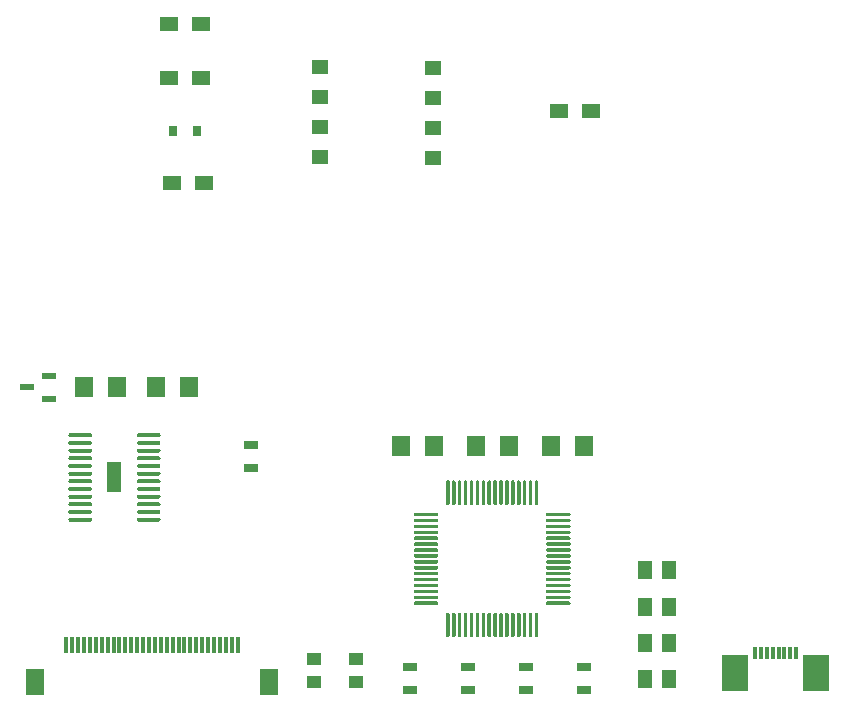
<source format=gbr>
G04 #@! TF.GenerationSoftware,KiCad,Pcbnew,(5.1.4-0-10_14)*
G04 #@! TF.CreationDate,2019-09-27T18:33:15+01:00*
G04 #@! TF.ProjectId,TopBreakout,546f7042-7265-4616-9b6f-75742e6b6963,rev?*
G04 #@! TF.SameCoordinates,Original*
G04 #@! TF.FileFunction,Paste,Bot*
G04 #@! TF.FilePolarity,Positive*
%FSLAX46Y46*%
G04 Gerber Fmt 4.6, Leading zero omitted, Abs format (unit mm)*
G04 Created by KiCad (PCBNEW (5.1.4-0-10_14)) date 2019-09-27 18:33:15*
%MOMM*%
%LPD*%
G04 APERTURE LIST*
%ADD10C,0.100000*%
%ADD11C,0.300000*%
%ADD12R,1.250000X1.000000*%
%ADD13R,0.800000X0.900000*%
%ADD14R,1.400000X1.300000*%
%ADD15R,1.500000X1.300000*%
%ADD16R,1.300000X0.700000*%
%ADD17R,2.300000X3.100000*%
%ADD18R,0.300000X1.100000*%
%ADD19R,1.200000X0.600000*%
%ADD20R,1.270000X2.540000*%
%ADD21C,0.350000*%
%ADD22R,1.600000X2.200000*%
%ADD23R,0.300000X1.400000*%
%ADD24R,1.600000X1.800000*%
%ADD25R,1.300000X1.600000*%
G04 APERTURE END LIST*
D10*
G36*
X159568704Y-133366722D02*
G01*
X159583265Y-133368882D01*
X159597544Y-133372459D01*
X159611404Y-133377418D01*
X159624711Y-133383712D01*
X159637337Y-133391280D01*
X159649160Y-133400048D01*
X159660067Y-133409934D01*
X159669953Y-133420841D01*
X159678721Y-133432664D01*
X159686289Y-133445290D01*
X159692583Y-133458597D01*
X159697542Y-133472457D01*
X159701119Y-133486736D01*
X159703279Y-133501297D01*
X159704001Y-133516000D01*
X159704001Y-135316000D01*
X159703279Y-135330703D01*
X159701119Y-135345264D01*
X159697542Y-135359543D01*
X159692583Y-135373403D01*
X159686289Y-135386710D01*
X159678721Y-135399336D01*
X159669953Y-135411159D01*
X159660067Y-135422066D01*
X159649160Y-135431952D01*
X159637337Y-135440720D01*
X159624711Y-135448288D01*
X159611404Y-135454582D01*
X159597544Y-135459541D01*
X159583265Y-135463118D01*
X159568704Y-135465278D01*
X159554001Y-135466000D01*
X159553999Y-135466000D01*
X159539296Y-135465278D01*
X159524735Y-135463118D01*
X159510456Y-135459541D01*
X159496596Y-135454582D01*
X159483289Y-135448288D01*
X159470663Y-135440720D01*
X159458840Y-135431952D01*
X159447933Y-135422066D01*
X159438047Y-135411159D01*
X159429279Y-135399336D01*
X159421711Y-135386710D01*
X159415417Y-135373403D01*
X159410458Y-135359543D01*
X159406881Y-135345264D01*
X159404721Y-135330703D01*
X159403999Y-135316000D01*
X159403999Y-133516000D01*
X159404721Y-133501297D01*
X159406881Y-133486736D01*
X159410458Y-133472457D01*
X159415417Y-133458597D01*
X159421711Y-133445290D01*
X159429279Y-133432664D01*
X159438047Y-133420841D01*
X159447933Y-133409934D01*
X159458840Y-133400048D01*
X159470663Y-133391280D01*
X159483289Y-133383712D01*
X159496596Y-133377418D01*
X159510456Y-133372459D01*
X159524735Y-133368882D01*
X159539296Y-133366722D01*
X159553999Y-133366000D01*
X159554001Y-133366000D01*
X159568704Y-133366722D01*
X159568704Y-133366722D01*
G37*
D11*
X159554000Y-134416000D03*
D10*
G36*
X159068704Y-133366722D02*
G01*
X159083265Y-133368882D01*
X159097544Y-133372459D01*
X159111404Y-133377418D01*
X159124711Y-133383712D01*
X159137337Y-133391280D01*
X159149160Y-133400048D01*
X159160067Y-133409934D01*
X159169953Y-133420841D01*
X159178721Y-133432664D01*
X159186289Y-133445290D01*
X159192583Y-133458597D01*
X159197542Y-133472457D01*
X159201119Y-133486736D01*
X159203279Y-133501297D01*
X159204001Y-133516000D01*
X159204001Y-135316000D01*
X159203279Y-135330703D01*
X159201119Y-135345264D01*
X159197542Y-135359543D01*
X159192583Y-135373403D01*
X159186289Y-135386710D01*
X159178721Y-135399336D01*
X159169953Y-135411159D01*
X159160067Y-135422066D01*
X159149160Y-135431952D01*
X159137337Y-135440720D01*
X159124711Y-135448288D01*
X159111404Y-135454582D01*
X159097544Y-135459541D01*
X159083265Y-135463118D01*
X159068704Y-135465278D01*
X159054001Y-135466000D01*
X159053999Y-135466000D01*
X159039296Y-135465278D01*
X159024735Y-135463118D01*
X159010456Y-135459541D01*
X158996596Y-135454582D01*
X158983289Y-135448288D01*
X158970663Y-135440720D01*
X158958840Y-135431952D01*
X158947933Y-135422066D01*
X158938047Y-135411159D01*
X158929279Y-135399336D01*
X158921711Y-135386710D01*
X158915417Y-135373403D01*
X158910458Y-135359543D01*
X158906881Y-135345264D01*
X158904721Y-135330703D01*
X158903999Y-135316000D01*
X158903999Y-133516000D01*
X158904721Y-133501297D01*
X158906881Y-133486736D01*
X158910458Y-133472457D01*
X158915417Y-133458597D01*
X158921711Y-133445290D01*
X158929279Y-133432664D01*
X158938047Y-133420841D01*
X158947933Y-133409934D01*
X158958840Y-133400048D01*
X158970663Y-133391280D01*
X158983289Y-133383712D01*
X158996596Y-133377418D01*
X159010456Y-133372459D01*
X159024735Y-133368882D01*
X159039296Y-133366722D01*
X159053999Y-133366000D01*
X159054001Y-133366000D01*
X159068704Y-133366722D01*
X159068704Y-133366722D01*
G37*
D11*
X159054000Y-134416000D03*
D10*
G36*
X158568704Y-133366722D02*
G01*
X158583265Y-133368882D01*
X158597544Y-133372459D01*
X158611404Y-133377418D01*
X158624711Y-133383712D01*
X158637337Y-133391280D01*
X158649160Y-133400048D01*
X158660067Y-133409934D01*
X158669953Y-133420841D01*
X158678721Y-133432664D01*
X158686289Y-133445290D01*
X158692583Y-133458597D01*
X158697542Y-133472457D01*
X158701119Y-133486736D01*
X158703279Y-133501297D01*
X158704001Y-133516000D01*
X158704001Y-135316000D01*
X158703279Y-135330703D01*
X158701119Y-135345264D01*
X158697542Y-135359543D01*
X158692583Y-135373403D01*
X158686289Y-135386710D01*
X158678721Y-135399336D01*
X158669953Y-135411159D01*
X158660067Y-135422066D01*
X158649160Y-135431952D01*
X158637337Y-135440720D01*
X158624711Y-135448288D01*
X158611404Y-135454582D01*
X158597544Y-135459541D01*
X158583265Y-135463118D01*
X158568704Y-135465278D01*
X158554001Y-135466000D01*
X158553999Y-135466000D01*
X158539296Y-135465278D01*
X158524735Y-135463118D01*
X158510456Y-135459541D01*
X158496596Y-135454582D01*
X158483289Y-135448288D01*
X158470663Y-135440720D01*
X158458840Y-135431952D01*
X158447933Y-135422066D01*
X158438047Y-135411159D01*
X158429279Y-135399336D01*
X158421711Y-135386710D01*
X158415417Y-135373403D01*
X158410458Y-135359543D01*
X158406881Y-135345264D01*
X158404721Y-135330703D01*
X158403999Y-135316000D01*
X158403999Y-133516000D01*
X158404721Y-133501297D01*
X158406881Y-133486736D01*
X158410458Y-133472457D01*
X158415417Y-133458597D01*
X158421711Y-133445290D01*
X158429279Y-133432664D01*
X158438047Y-133420841D01*
X158447933Y-133409934D01*
X158458840Y-133400048D01*
X158470663Y-133391280D01*
X158483289Y-133383712D01*
X158496596Y-133377418D01*
X158510456Y-133372459D01*
X158524735Y-133368882D01*
X158539296Y-133366722D01*
X158553999Y-133366000D01*
X158554001Y-133366000D01*
X158568704Y-133366722D01*
X158568704Y-133366722D01*
G37*
D11*
X158554000Y-134416000D03*
D10*
G36*
X158068704Y-133366722D02*
G01*
X158083265Y-133368882D01*
X158097544Y-133372459D01*
X158111404Y-133377418D01*
X158124711Y-133383712D01*
X158137337Y-133391280D01*
X158149160Y-133400048D01*
X158160067Y-133409934D01*
X158169953Y-133420841D01*
X158178721Y-133432664D01*
X158186289Y-133445290D01*
X158192583Y-133458597D01*
X158197542Y-133472457D01*
X158201119Y-133486736D01*
X158203279Y-133501297D01*
X158204001Y-133516000D01*
X158204001Y-135316000D01*
X158203279Y-135330703D01*
X158201119Y-135345264D01*
X158197542Y-135359543D01*
X158192583Y-135373403D01*
X158186289Y-135386710D01*
X158178721Y-135399336D01*
X158169953Y-135411159D01*
X158160067Y-135422066D01*
X158149160Y-135431952D01*
X158137337Y-135440720D01*
X158124711Y-135448288D01*
X158111404Y-135454582D01*
X158097544Y-135459541D01*
X158083265Y-135463118D01*
X158068704Y-135465278D01*
X158054001Y-135466000D01*
X158053999Y-135466000D01*
X158039296Y-135465278D01*
X158024735Y-135463118D01*
X158010456Y-135459541D01*
X157996596Y-135454582D01*
X157983289Y-135448288D01*
X157970663Y-135440720D01*
X157958840Y-135431952D01*
X157947933Y-135422066D01*
X157938047Y-135411159D01*
X157929279Y-135399336D01*
X157921711Y-135386710D01*
X157915417Y-135373403D01*
X157910458Y-135359543D01*
X157906881Y-135345264D01*
X157904721Y-135330703D01*
X157903999Y-135316000D01*
X157903999Y-133516000D01*
X157904721Y-133501297D01*
X157906881Y-133486736D01*
X157910458Y-133472457D01*
X157915417Y-133458597D01*
X157921711Y-133445290D01*
X157929279Y-133432664D01*
X157938047Y-133420841D01*
X157947933Y-133409934D01*
X157958840Y-133400048D01*
X157970663Y-133391280D01*
X157983289Y-133383712D01*
X157996596Y-133377418D01*
X158010456Y-133372459D01*
X158024735Y-133368882D01*
X158039296Y-133366722D01*
X158053999Y-133366000D01*
X158054001Y-133366000D01*
X158068704Y-133366722D01*
X158068704Y-133366722D01*
G37*
D11*
X158054000Y-134416000D03*
D10*
G36*
X157568704Y-133366722D02*
G01*
X157583265Y-133368882D01*
X157597544Y-133372459D01*
X157611404Y-133377418D01*
X157624711Y-133383712D01*
X157637337Y-133391280D01*
X157649160Y-133400048D01*
X157660067Y-133409934D01*
X157669953Y-133420841D01*
X157678721Y-133432664D01*
X157686289Y-133445290D01*
X157692583Y-133458597D01*
X157697542Y-133472457D01*
X157701119Y-133486736D01*
X157703279Y-133501297D01*
X157704001Y-133516000D01*
X157704001Y-135316000D01*
X157703279Y-135330703D01*
X157701119Y-135345264D01*
X157697542Y-135359543D01*
X157692583Y-135373403D01*
X157686289Y-135386710D01*
X157678721Y-135399336D01*
X157669953Y-135411159D01*
X157660067Y-135422066D01*
X157649160Y-135431952D01*
X157637337Y-135440720D01*
X157624711Y-135448288D01*
X157611404Y-135454582D01*
X157597544Y-135459541D01*
X157583265Y-135463118D01*
X157568704Y-135465278D01*
X157554001Y-135466000D01*
X157553999Y-135466000D01*
X157539296Y-135465278D01*
X157524735Y-135463118D01*
X157510456Y-135459541D01*
X157496596Y-135454582D01*
X157483289Y-135448288D01*
X157470663Y-135440720D01*
X157458840Y-135431952D01*
X157447933Y-135422066D01*
X157438047Y-135411159D01*
X157429279Y-135399336D01*
X157421711Y-135386710D01*
X157415417Y-135373403D01*
X157410458Y-135359543D01*
X157406881Y-135345264D01*
X157404721Y-135330703D01*
X157403999Y-135316000D01*
X157403999Y-133516000D01*
X157404721Y-133501297D01*
X157406881Y-133486736D01*
X157410458Y-133472457D01*
X157415417Y-133458597D01*
X157421711Y-133445290D01*
X157429279Y-133432664D01*
X157438047Y-133420841D01*
X157447933Y-133409934D01*
X157458840Y-133400048D01*
X157470663Y-133391280D01*
X157483289Y-133383712D01*
X157496596Y-133377418D01*
X157510456Y-133372459D01*
X157524735Y-133368882D01*
X157539296Y-133366722D01*
X157553999Y-133366000D01*
X157554001Y-133366000D01*
X157568704Y-133366722D01*
X157568704Y-133366722D01*
G37*
D11*
X157554000Y-134416000D03*
D10*
G36*
X157068704Y-133366722D02*
G01*
X157083265Y-133368882D01*
X157097544Y-133372459D01*
X157111404Y-133377418D01*
X157124711Y-133383712D01*
X157137337Y-133391280D01*
X157149160Y-133400048D01*
X157160067Y-133409934D01*
X157169953Y-133420841D01*
X157178721Y-133432664D01*
X157186289Y-133445290D01*
X157192583Y-133458597D01*
X157197542Y-133472457D01*
X157201119Y-133486736D01*
X157203279Y-133501297D01*
X157204001Y-133516000D01*
X157204001Y-135316000D01*
X157203279Y-135330703D01*
X157201119Y-135345264D01*
X157197542Y-135359543D01*
X157192583Y-135373403D01*
X157186289Y-135386710D01*
X157178721Y-135399336D01*
X157169953Y-135411159D01*
X157160067Y-135422066D01*
X157149160Y-135431952D01*
X157137337Y-135440720D01*
X157124711Y-135448288D01*
X157111404Y-135454582D01*
X157097544Y-135459541D01*
X157083265Y-135463118D01*
X157068704Y-135465278D01*
X157054001Y-135466000D01*
X157053999Y-135466000D01*
X157039296Y-135465278D01*
X157024735Y-135463118D01*
X157010456Y-135459541D01*
X156996596Y-135454582D01*
X156983289Y-135448288D01*
X156970663Y-135440720D01*
X156958840Y-135431952D01*
X156947933Y-135422066D01*
X156938047Y-135411159D01*
X156929279Y-135399336D01*
X156921711Y-135386710D01*
X156915417Y-135373403D01*
X156910458Y-135359543D01*
X156906881Y-135345264D01*
X156904721Y-135330703D01*
X156903999Y-135316000D01*
X156903999Y-133516000D01*
X156904721Y-133501297D01*
X156906881Y-133486736D01*
X156910458Y-133472457D01*
X156915417Y-133458597D01*
X156921711Y-133445290D01*
X156929279Y-133432664D01*
X156938047Y-133420841D01*
X156947933Y-133409934D01*
X156958840Y-133400048D01*
X156970663Y-133391280D01*
X156983289Y-133383712D01*
X156996596Y-133377418D01*
X157010456Y-133372459D01*
X157024735Y-133368882D01*
X157039296Y-133366722D01*
X157053999Y-133366000D01*
X157054001Y-133366000D01*
X157068704Y-133366722D01*
X157068704Y-133366722D01*
G37*
D11*
X157054000Y-134416000D03*
D10*
G36*
X156568704Y-133366722D02*
G01*
X156583265Y-133368882D01*
X156597544Y-133372459D01*
X156611404Y-133377418D01*
X156624711Y-133383712D01*
X156637337Y-133391280D01*
X156649160Y-133400048D01*
X156660067Y-133409934D01*
X156669953Y-133420841D01*
X156678721Y-133432664D01*
X156686289Y-133445290D01*
X156692583Y-133458597D01*
X156697542Y-133472457D01*
X156701119Y-133486736D01*
X156703279Y-133501297D01*
X156704001Y-133516000D01*
X156704001Y-135316000D01*
X156703279Y-135330703D01*
X156701119Y-135345264D01*
X156697542Y-135359543D01*
X156692583Y-135373403D01*
X156686289Y-135386710D01*
X156678721Y-135399336D01*
X156669953Y-135411159D01*
X156660067Y-135422066D01*
X156649160Y-135431952D01*
X156637337Y-135440720D01*
X156624711Y-135448288D01*
X156611404Y-135454582D01*
X156597544Y-135459541D01*
X156583265Y-135463118D01*
X156568704Y-135465278D01*
X156554001Y-135466000D01*
X156553999Y-135466000D01*
X156539296Y-135465278D01*
X156524735Y-135463118D01*
X156510456Y-135459541D01*
X156496596Y-135454582D01*
X156483289Y-135448288D01*
X156470663Y-135440720D01*
X156458840Y-135431952D01*
X156447933Y-135422066D01*
X156438047Y-135411159D01*
X156429279Y-135399336D01*
X156421711Y-135386710D01*
X156415417Y-135373403D01*
X156410458Y-135359543D01*
X156406881Y-135345264D01*
X156404721Y-135330703D01*
X156403999Y-135316000D01*
X156403999Y-133516000D01*
X156404721Y-133501297D01*
X156406881Y-133486736D01*
X156410458Y-133472457D01*
X156415417Y-133458597D01*
X156421711Y-133445290D01*
X156429279Y-133432664D01*
X156438047Y-133420841D01*
X156447933Y-133409934D01*
X156458840Y-133400048D01*
X156470663Y-133391280D01*
X156483289Y-133383712D01*
X156496596Y-133377418D01*
X156510456Y-133372459D01*
X156524735Y-133368882D01*
X156539296Y-133366722D01*
X156553999Y-133366000D01*
X156554001Y-133366000D01*
X156568704Y-133366722D01*
X156568704Y-133366722D01*
G37*
D11*
X156554000Y-134416000D03*
D10*
G36*
X156068704Y-133366722D02*
G01*
X156083265Y-133368882D01*
X156097544Y-133372459D01*
X156111404Y-133377418D01*
X156124711Y-133383712D01*
X156137337Y-133391280D01*
X156149160Y-133400048D01*
X156160067Y-133409934D01*
X156169953Y-133420841D01*
X156178721Y-133432664D01*
X156186289Y-133445290D01*
X156192583Y-133458597D01*
X156197542Y-133472457D01*
X156201119Y-133486736D01*
X156203279Y-133501297D01*
X156204001Y-133516000D01*
X156204001Y-135316000D01*
X156203279Y-135330703D01*
X156201119Y-135345264D01*
X156197542Y-135359543D01*
X156192583Y-135373403D01*
X156186289Y-135386710D01*
X156178721Y-135399336D01*
X156169953Y-135411159D01*
X156160067Y-135422066D01*
X156149160Y-135431952D01*
X156137337Y-135440720D01*
X156124711Y-135448288D01*
X156111404Y-135454582D01*
X156097544Y-135459541D01*
X156083265Y-135463118D01*
X156068704Y-135465278D01*
X156054001Y-135466000D01*
X156053999Y-135466000D01*
X156039296Y-135465278D01*
X156024735Y-135463118D01*
X156010456Y-135459541D01*
X155996596Y-135454582D01*
X155983289Y-135448288D01*
X155970663Y-135440720D01*
X155958840Y-135431952D01*
X155947933Y-135422066D01*
X155938047Y-135411159D01*
X155929279Y-135399336D01*
X155921711Y-135386710D01*
X155915417Y-135373403D01*
X155910458Y-135359543D01*
X155906881Y-135345264D01*
X155904721Y-135330703D01*
X155903999Y-135316000D01*
X155903999Y-133516000D01*
X155904721Y-133501297D01*
X155906881Y-133486736D01*
X155910458Y-133472457D01*
X155915417Y-133458597D01*
X155921711Y-133445290D01*
X155929279Y-133432664D01*
X155938047Y-133420841D01*
X155947933Y-133409934D01*
X155958840Y-133400048D01*
X155970663Y-133391280D01*
X155983289Y-133383712D01*
X155996596Y-133377418D01*
X156010456Y-133372459D01*
X156024735Y-133368882D01*
X156039296Y-133366722D01*
X156053999Y-133366000D01*
X156054001Y-133366000D01*
X156068704Y-133366722D01*
X156068704Y-133366722D01*
G37*
D11*
X156054000Y-134416000D03*
D10*
G36*
X155568704Y-133366722D02*
G01*
X155583265Y-133368882D01*
X155597544Y-133372459D01*
X155611404Y-133377418D01*
X155624711Y-133383712D01*
X155637337Y-133391280D01*
X155649160Y-133400048D01*
X155660067Y-133409934D01*
X155669953Y-133420841D01*
X155678721Y-133432664D01*
X155686289Y-133445290D01*
X155692583Y-133458597D01*
X155697542Y-133472457D01*
X155701119Y-133486736D01*
X155703279Y-133501297D01*
X155704001Y-133516000D01*
X155704001Y-135316000D01*
X155703279Y-135330703D01*
X155701119Y-135345264D01*
X155697542Y-135359543D01*
X155692583Y-135373403D01*
X155686289Y-135386710D01*
X155678721Y-135399336D01*
X155669953Y-135411159D01*
X155660067Y-135422066D01*
X155649160Y-135431952D01*
X155637337Y-135440720D01*
X155624711Y-135448288D01*
X155611404Y-135454582D01*
X155597544Y-135459541D01*
X155583265Y-135463118D01*
X155568704Y-135465278D01*
X155554001Y-135466000D01*
X155553999Y-135466000D01*
X155539296Y-135465278D01*
X155524735Y-135463118D01*
X155510456Y-135459541D01*
X155496596Y-135454582D01*
X155483289Y-135448288D01*
X155470663Y-135440720D01*
X155458840Y-135431952D01*
X155447933Y-135422066D01*
X155438047Y-135411159D01*
X155429279Y-135399336D01*
X155421711Y-135386710D01*
X155415417Y-135373403D01*
X155410458Y-135359543D01*
X155406881Y-135345264D01*
X155404721Y-135330703D01*
X155403999Y-135316000D01*
X155403999Y-133516000D01*
X155404721Y-133501297D01*
X155406881Y-133486736D01*
X155410458Y-133472457D01*
X155415417Y-133458597D01*
X155421711Y-133445290D01*
X155429279Y-133432664D01*
X155438047Y-133420841D01*
X155447933Y-133409934D01*
X155458840Y-133400048D01*
X155470663Y-133391280D01*
X155483289Y-133383712D01*
X155496596Y-133377418D01*
X155510456Y-133372459D01*
X155524735Y-133368882D01*
X155539296Y-133366722D01*
X155553999Y-133366000D01*
X155554001Y-133366000D01*
X155568704Y-133366722D01*
X155568704Y-133366722D01*
G37*
D11*
X155554000Y-134416000D03*
D10*
G36*
X155068704Y-133366722D02*
G01*
X155083265Y-133368882D01*
X155097544Y-133372459D01*
X155111404Y-133377418D01*
X155124711Y-133383712D01*
X155137337Y-133391280D01*
X155149160Y-133400048D01*
X155160067Y-133409934D01*
X155169953Y-133420841D01*
X155178721Y-133432664D01*
X155186289Y-133445290D01*
X155192583Y-133458597D01*
X155197542Y-133472457D01*
X155201119Y-133486736D01*
X155203279Y-133501297D01*
X155204001Y-133516000D01*
X155204001Y-135316000D01*
X155203279Y-135330703D01*
X155201119Y-135345264D01*
X155197542Y-135359543D01*
X155192583Y-135373403D01*
X155186289Y-135386710D01*
X155178721Y-135399336D01*
X155169953Y-135411159D01*
X155160067Y-135422066D01*
X155149160Y-135431952D01*
X155137337Y-135440720D01*
X155124711Y-135448288D01*
X155111404Y-135454582D01*
X155097544Y-135459541D01*
X155083265Y-135463118D01*
X155068704Y-135465278D01*
X155054001Y-135466000D01*
X155053999Y-135466000D01*
X155039296Y-135465278D01*
X155024735Y-135463118D01*
X155010456Y-135459541D01*
X154996596Y-135454582D01*
X154983289Y-135448288D01*
X154970663Y-135440720D01*
X154958840Y-135431952D01*
X154947933Y-135422066D01*
X154938047Y-135411159D01*
X154929279Y-135399336D01*
X154921711Y-135386710D01*
X154915417Y-135373403D01*
X154910458Y-135359543D01*
X154906881Y-135345264D01*
X154904721Y-135330703D01*
X154903999Y-135316000D01*
X154903999Y-133516000D01*
X154904721Y-133501297D01*
X154906881Y-133486736D01*
X154910458Y-133472457D01*
X154915417Y-133458597D01*
X154921711Y-133445290D01*
X154929279Y-133432664D01*
X154938047Y-133420841D01*
X154947933Y-133409934D01*
X154958840Y-133400048D01*
X154970663Y-133391280D01*
X154983289Y-133383712D01*
X154996596Y-133377418D01*
X155010456Y-133372459D01*
X155024735Y-133368882D01*
X155039296Y-133366722D01*
X155053999Y-133366000D01*
X155054001Y-133366000D01*
X155068704Y-133366722D01*
X155068704Y-133366722D01*
G37*
D11*
X155054000Y-134416000D03*
D10*
G36*
X154568704Y-133366722D02*
G01*
X154583265Y-133368882D01*
X154597544Y-133372459D01*
X154611404Y-133377418D01*
X154624711Y-133383712D01*
X154637337Y-133391280D01*
X154649160Y-133400048D01*
X154660067Y-133409934D01*
X154669953Y-133420841D01*
X154678721Y-133432664D01*
X154686289Y-133445290D01*
X154692583Y-133458597D01*
X154697542Y-133472457D01*
X154701119Y-133486736D01*
X154703279Y-133501297D01*
X154704001Y-133516000D01*
X154704001Y-135316000D01*
X154703279Y-135330703D01*
X154701119Y-135345264D01*
X154697542Y-135359543D01*
X154692583Y-135373403D01*
X154686289Y-135386710D01*
X154678721Y-135399336D01*
X154669953Y-135411159D01*
X154660067Y-135422066D01*
X154649160Y-135431952D01*
X154637337Y-135440720D01*
X154624711Y-135448288D01*
X154611404Y-135454582D01*
X154597544Y-135459541D01*
X154583265Y-135463118D01*
X154568704Y-135465278D01*
X154554001Y-135466000D01*
X154553999Y-135466000D01*
X154539296Y-135465278D01*
X154524735Y-135463118D01*
X154510456Y-135459541D01*
X154496596Y-135454582D01*
X154483289Y-135448288D01*
X154470663Y-135440720D01*
X154458840Y-135431952D01*
X154447933Y-135422066D01*
X154438047Y-135411159D01*
X154429279Y-135399336D01*
X154421711Y-135386710D01*
X154415417Y-135373403D01*
X154410458Y-135359543D01*
X154406881Y-135345264D01*
X154404721Y-135330703D01*
X154403999Y-135316000D01*
X154403999Y-133516000D01*
X154404721Y-133501297D01*
X154406881Y-133486736D01*
X154410458Y-133472457D01*
X154415417Y-133458597D01*
X154421711Y-133445290D01*
X154429279Y-133432664D01*
X154438047Y-133420841D01*
X154447933Y-133409934D01*
X154458840Y-133400048D01*
X154470663Y-133391280D01*
X154483289Y-133383712D01*
X154496596Y-133377418D01*
X154510456Y-133372459D01*
X154524735Y-133368882D01*
X154539296Y-133366722D01*
X154553999Y-133366000D01*
X154554001Y-133366000D01*
X154568704Y-133366722D01*
X154568704Y-133366722D01*
G37*
D11*
X154554000Y-134416000D03*
D10*
G36*
X154068704Y-133366722D02*
G01*
X154083265Y-133368882D01*
X154097544Y-133372459D01*
X154111404Y-133377418D01*
X154124711Y-133383712D01*
X154137337Y-133391280D01*
X154149160Y-133400048D01*
X154160067Y-133409934D01*
X154169953Y-133420841D01*
X154178721Y-133432664D01*
X154186289Y-133445290D01*
X154192583Y-133458597D01*
X154197542Y-133472457D01*
X154201119Y-133486736D01*
X154203279Y-133501297D01*
X154204001Y-133516000D01*
X154204001Y-135316000D01*
X154203279Y-135330703D01*
X154201119Y-135345264D01*
X154197542Y-135359543D01*
X154192583Y-135373403D01*
X154186289Y-135386710D01*
X154178721Y-135399336D01*
X154169953Y-135411159D01*
X154160067Y-135422066D01*
X154149160Y-135431952D01*
X154137337Y-135440720D01*
X154124711Y-135448288D01*
X154111404Y-135454582D01*
X154097544Y-135459541D01*
X154083265Y-135463118D01*
X154068704Y-135465278D01*
X154054001Y-135466000D01*
X154053999Y-135466000D01*
X154039296Y-135465278D01*
X154024735Y-135463118D01*
X154010456Y-135459541D01*
X153996596Y-135454582D01*
X153983289Y-135448288D01*
X153970663Y-135440720D01*
X153958840Y-135431952D01*
X153947933Y-135422066D01*
X153938047Y-135411159D01*
X153929279Y-135399336D01*
X153921711Y-135386710D01*
X153915417Y-135373403D01*
X153910458Y-135359543D01*
X153906881Y-135345264D01*
X153904721Y-135330703D01*
X153903999Y-135316000D01*
X153903999Y-133516000D01*
X153904721Y-133501297D01*
X153906881Y-133486736D01*
X153910458Y-133472457D01*
X153915417Y-133458597D01*
X153921711Y-133445290D01*
X153929279Y-133432664D01*
X153938047Y-133420841D01*
X153947933Y-133409934D01*
X153958840Y-133400048D01*
X153970663Y-133391280D01*
X153983289Y-133383712D01*
X153996596Y-133377418D01*
X154010456Y-133372459D01*
X154024735Y-133368882D01*
X154039296Y-133366722D01*
X154053999Y-133366000D01*
X154054001Y-133366000D01*
X154068704Y-133366722D01*
X154068704Y-133366722D01*
G37*
D11*
X154054000Y-134416000D03*
D10*
G36*
X153568704Y-133366722D02*
G01*
X153583265Y-133368882D01*
X153597544Y-133372459D01*
X153611404Y-133377418D01*
X153624711Y-133383712D01*
X153637337Y-133391280D01*
X153649160Y-133400048D01*
X153660067Y-133409934D01*
X153669953Y-133420841D01*
X153678721Y-133432664D01*
X153686289Y-133445290D01*
X153692583Y-133458597D01*
X153697542Y-133472457D01*
X153701119Y-133486736D01*
X153703279Y-133501297D01*
X153704001Y-133516000D01*
X153704001Y-135316000D01*
X153703279Y-135330703D01*
X153701119Y-135345264D01*
X153697542Y-135359543D01*
X153692583Y-135373403D01*
X153686289Y-135386710D01*
X153678721Y-135399336D01*
X153669953Y-135411159D01*
X153660067Y-135422066D01*
X153649160Y-135431952D01*
X153637337Y-135440720D01*
X153624711Y-135448288D01*
X153611404Y-135454582D01*
X153597544Y-135459541D01*
X153583265Y-135463118D01*
X153568704Y-135465278D01*
X153554001Y-135466000D01*
X153553999Y-135466000D01*
X153539296Y-135465278D01*
X153524735Y-135463118D01*
X153510456Y-135459541D01*
X153496596Y-135454582D01*
X153483289Y-135448288D01*
X153470663Y-135440720D01*
X153458840Y-135431952D01*
X153447933Y-135422066D01*
X153438047Y-135411159D01*
X153429279Y-135399336D01*
X153421711Y-135386710D01*
X153415417Y-135373403D01*
X153410458Y-135359543D01*
X153406881Y-135345264D01*
X153404721Y-135330703D01*
X153403999Y-135316000D01*
X153403999Y-133516000D01*
X153404721Y-133501297D01*
X153406881Y-133486736D01*
X153410458Y-133472457D01*
X153415417Y-133458597D01*
X153421711Y-133445290D01*
X153429279Y-133432664D01*
X153438047Y-133420841D01*
X153447933Y-133409934D01*
X153458840Y-133400048D01*
X153470663Y-133391280D01*
X153483289Y-133383712D01*
X153496596Y-133377418D01*
X153510456Y-133372459D01*
X153524735Y-133368882D01*
X153539296Y-133366722D01*
X153553999Y-133366000D01*
X153554001Y-133366000D01*
X153568704Y-133366722D01*
X153568704Y-133366722D01*
G37*
D11*
X153554000Y-134416000D03*
D10*
G36*
X153068704Y-133366722D02*
G01*
X153083265Y-133368882D01*
X153097544Y-133372459D01*
X153111404Y-133377418D01*
X153124711Y-133383712D01*
X153137337Y-133391280D01*
X153149160Y-133400048D01*
X153160067Y-133409934D01*
X153169953Y-133420841D01*
X153178721Y-133432664D01*
X153186289Y-133445290D01*
X153192583Y-133458597D01*
X153197542Y-133472457D01*
X153201119Y-133486736D01*
X153203279Y-133501297D01*
X153204001Y-133516000D01*
X153204001Y-135316000D01*
X153203279Y-135330703D01*
X153201119Y-135345264D01*
X153197542Y-135359543D01*
X153192583Y-135373403D01*
X153186289Y-135386710D01*
X153178721Y-135399336D01*
X153169953Y-135411159D01*
X153160067Y-135422066D01*
X153149160Y-135431952D01*
X153137337Y-135440720D01*
X153124711Y-135448288D01*
X153111404Y-135454582D01*
X153097544Y-135459541D01*
X153083265Y-135463118D01*
X153068704Y-135465278D01*
X153054001Y-135466000D01*
X153053999Y-135466000D01*
X153039296Y-135465278D01*
X153024735Y-135463118D01*
X153010456Y-135459541D01*
X152996596Y-135454582D01*
X152983289Y-135448288D01*
X152970663Y-135440720D01*
X152958840Y-135431952D01*
X152947933Y-135422066D01*
X152938047Y-135411159D01*
X152929279Y-135399336D01*
X152921711Y-135386710D01*
X152915417Y-135373403D01*
X152910458Y-135359543D01*
X152906881Y-135345264D01*
X152904721Y-135330703D01*
X152903999Y-135316000D01*
X152903999Y-133516000D01*
X152904721Y-133501297D01*
X152906881Y-133486736D01*
X152910458Y-133472457D01*
X152915417Y-133458597D01*
X152921711Y-133445290D01*
X152929279Y-133432664D01*
X152938047Y-133420841D01*
X152947933Y-133409934D01*
X152958840Y-133400048D01*
X152970663Y-133391280D01*
X152983289Y-133383712D01*
X152996596Y-133377418D01*
X153010456Y-133372459D01*
X153024735Y-133368882D01*
X153039296Y-133366722D01*
X153053999Y-133366000D01*
X153054001Y-133366000D01*
X153068704Y-133366722D01*
X153068704Y-133366722D01*
G37*
D11*
X153054000Y-134416000D03*
D10*
G36*
X152568704Y-133366722D02*
G01*
X152583265Y-133368882D01*
X152597544Y-133372459D01*
X152611404Y-133377418D01*
X152624711Y-133383712D01*
X152637337Y-133391280D01*
X152649160Y-133400048D01*
X152660067Y-133409934D01*
X152669953Y-133420841D01*
X152678721Y-133432664D01*
X152686289Y-133445290D01*
X152692583Y-133458597D01*
X152697542Y-133472457D01*
X152701119Y-133486736D01*
X152703279Y-133501297D01*
X152704001Y-133516000D01*
X152704001Y-135316000D01*
X152703279Y-135330703D01*
X152701119Y-135345264D01*
X152697542Y-135359543D01*
X152692583Y-135373403D01*
X152686289Y-135386710D01*
X152678721Y-135399336D01*
X152669953Y-135411159D01*
X152660067Y-135422066D01*
X152649160Y-135431952D01*
X152637337Y-135440720D01*
X152624711Y-135448288D01*
X152611404Y-135454582D01*
X152597544Y-135459541D01*
X152583265Y-135463118D01*
X152568704Y-135465278D01*
X152554001Y-135466000D01*
X152553999Y-135466000D01*
X152539296Y-135465278D01*
X152524735Y-135463118D01*
X152510456Y-135459541D01*
X152496596Y-135454582D01*
X152483289Y-135448288D01*
X152470663Y-135440720D01*
X152458840Y-135431952D01*
X152447933Y-135422066D01*
X152438047Y-135411159D01*
X152429279Y-135399336D01*
X152421711Y-135386710D01*
X152415417Y-135373403D01*
X152410458Y-135359543D01*
X152406881Y-135345264D01*
X152404721Y-135330703D01*
X152403999Y-135316000D01*
X152403999Y-133516000D01*
X152404721Y-133501297D01*
X152406881Y-133486736D01*
X152410458Y-133472457D01*
X152415417Y-133458597D01*
X152421711Y-133445290D01*
X152429279Y-133432664D01*
X152438047Y-133420841D01*
X152447933Y-133409934D01*
X152458840Y-133400048D01*
X152470663Y-133391280D01*
X152483289Y-133383712D01*
X152496596Y-133377418D01*
X152510456Y-133372459D01*
X152524735Y-133368882D01*
X152539296Y-133366722D01*
X152553999Y-133366000D01*
X152554001Y-133366000D01*
X152568704Y-133366722D01*
X152568704Y-133366722D01*
G37*
D11*
X152554000Y-134416000D03*
D10*
G36*
X152068704Y-133366722D02*
G01*
X152083265Y-133368882D01*
X152097544Y-133372459D01*
X152111404Y-133377418D01*
X152124711Y-133383712D01*
X152137337Y-133391280D01*
X152149160Y-133400048D01*
X152160067Y-133409934D01*
X152169953Y-133420841D01*
X152178721Y-133432664D01*
X152186289Y-133445290D01*
X152192583Y-133458597D01*
X152197542Y-133472457D01*
X152201119Y-133486736D01*
X152203279Y-133501297D01*
X152204001Y-133516000D01*
X152204001Y-135316000D01*
X152203279Y-135330703D01*
X152201119Y-135345264D01*
X152197542Y-135359543D01*
X152192583Y-135373403D01*
X152186289Y-135386710D01*
X152178721Y-135399336D01*
X152169953Y-135411159D01*
X152160067Y-135422066D01*
X152149160Y-135431952D01*
X152137337Y-135440720D01*
X152124711Y-135448288D01*
X152111404Y-135454582D01*
X152097544Y-135459541D01*
X152083265Y-135463118D01*
X152068704Y-135465278D01*
X152054001Y-135466000D01*
X152053999Y-135466000D01*
X152039296Y-135465278D01*
X152024735Y-135463118D01*
X152010456Y-135459541D01*
X151996596Y-135454582D01*
X151983289Y-135448288D01*
X151970663Y-135440720D01*
X151958840Y-135431952D01*
X151947933Y-135422066D01*
X151938047Y-135411159D01*
X151929279Y-135399336D01*
X151921711Y-135386710D01*
X151915417Y-135373403D01*
X151910458Y-135359543D01*
X151906881Y-135345264D01*
X151904721Y-135330703D01*
X151903999Y-135316000D01*
X151903999Y-133516000D01*
X151904721Y-133501297D01*
X151906881Y-133486736D01*
X151910458Y-133472457D01*
X151915417Y-133458597D01*
X151921711Y-133445290D01*
X151929279Y-133432664D01*
X151938047Y-133420841D01*
X151947933Y-133409934D01*
X151958840Y-133400048D01*
X151970663Y-133391280D01*
X151983289Y-133383712D01*
X151996596Y-133377418D01*
X152010456Y-133372459D01*
X152024735Y-133368882D01*
X152039296Y-133366722D01*
X152053999Y-133366000D01*
X152054001Y-133366000D01*
X152068704Y-133366722D01*
X152068704Y-133366722D01*
G37*
D11*
X152054000Y-134416000D03*
D10*
G36*
X151118703Y-132416721D02*
G01*
X151133264Y-132418881D01*
X151147543Y-132422458D01*
X151161403Y-132427417D01*
X151174710Y-132433711D01*
X151187336Y-132441279D01*
X151199159Y-132450047D01*
X151210066Y-132459933D01*
X151219952Y-132470840D01*
X151228720Y-132482663D01*
X151236288Y-132495289D01*
X151242582Y-132508596D01*
X151247541Y-132522456D01*
X151251118Y-132536735D01*
X151253278Y-132551296D01*
X151254000Y-132565999D01*
X151254000Y-132566001D01*
X151253278Y-132580704D01*
X151251118Y-132595265D01*
X151247541Y-132609544D01*
X151242582Y-132623404D01*
X151236288Y-132636711D01*
X151228720Y-132649337D01*
X151219952Y-132661160D01*
X151210066Y-132672067D01*
X151199159Y-132681953D01*
X151187336Y-132690721D01*
X151174710Y-132698289D01*
X151161403Y-132704583D01*
X151147543Y-132709542D01*
X151133264Y-132713119D01*
X151118703Y-132715279D01*
X151104000Y-132716001D01*
X149304000Y-132716001D01*
X149289297Y-132715279D01*
X149274736Y-132713119D01*
X149260457Y-132709542D01*
X149246597Y-132704583D01*
X149233290Y-132698289D01*
X149220664Y-132690721D01*
X149208841Y-132681953D01*
X149197934Y-132672067D01*
X149188048Y-132661160D01*
X149179280Y-132649337D01*
X149171712Y-132636711D01*
X149165418Y-132623404D01*
X149160459Y-132609544D01*
X149156882Y-132595265D01*
X149154722Y-132580704D01*
X149154000Y-132566001D01*
X149154000Y-132565999D01*
X149154722Y-132551296D01*
X149156882Y-132536735D01*
X149160459Y-132522456D01*
X149165418Y-132508596D01*
X149171712Y-132495289D01*
X149179280Y-132482663D01*
X149188048Y-132470840D01*
X149197934Y-132459933D01*
X149208841Y-132450047D01*
X149220664Y-132441279D01*
X149233290Y-132433711D01*
X149246597Y-132427417D01*
X149260457Y-132422458D01*
X149274736Y-132418881D01*
X149289297Y-132416721D01*
X149304000Y-132415999D01*
X151104000Y-132415999D01*
X151118703Y-132416721D01*
X151118703Y-132416721D01*
G37*
D11*
X150204000Y-132566000D03*
D10*
G36*
X151118703Y-131916721D02*
G01*
X151133264Y-131918881D01*
X151147543Y-131922458D01*
X151161403Y-131927417D01*
X151174710Y-131933711D01*
X151187336Y-131941279D01*
X151199159Y-131950047D01*
X151210066Y-131959933D01*
X151219952Y-131970840D01*
X151228720Y-131982663D01*
X151236288Y-131995289D01*
X151242582Y-132008596D01*
X151247541Y-132022456D01*
X151251118Y-132036735D01*
X151253278Y-132051296D01*
X151254000Y-132065999D01*
X151254000Y-132066001D01*
X151253278Y-132080704D01*
X151251118Y-132095265D01*
X151247541Y-132109544D01*
X151242582Y-132123404D01*
X151236288Y-132136711D01*
X151228720Y-132149337D01*
X151219952Y-132161160D01*
X151210066Y-132172067D01*
X151199159Y-132181953D01*
X151187336Y-132190721D01*
X151174710Y-132198289D01*
X151161403Y-132204583D01*
X151147543Y-132209542D01*
X151133264Y-132213119D01*
X151118703Y-132215279D01*
X151104000Y-132216001D01*
X149304000Y-132216001D01*
X149289297Y-132215279D01*
X149274736Y-132213119D01*
X149260457Y-132209542D01*
X149246597Y-132204583D01*
X149233290Y-132198289D01*
X149220664Y-132190721D01*
X149208841Y-132181953D01*
X149197934Y-132172067D01*
X149188048Y-132161160D01*
X149179280Y-132149337D01*
X149171712Y-132136711D01*
X149165418Y-132123404D01*
X149160459Y-132109544D01*
X149156882Y-132095265D01*
X149154722Y-132080704D01*
X149154000Y-132066001D01*
X149154000Y-132065999D01*
X149154722Y-132051296D01*
X149156882Y-132036735D01*
X149160459Y-132022456D01*
X149165418Y-132008596D01*
X149171712Y-131995289D01*
X149179280Y-131982663D01*
X149188048Y-131970840D01*
X149197934Y-131959933D01*
X149208841Y-131950047D01*
X149220664Y-131941279D01*
X149233290Y-131933711D01*
X149246597Y-131927417D01*
X149260457Y-131922458D01*
X149274736Y-131918881D01*
X149289297Y-131916721D01*
X149304000Y-131915999D01*
X151104000Y-131915999D01*
X151118703Y-131916721D01*
X151118703Y-131916721D01*
G37*
D11*
X150204000Y-132066000D03*
D10*
G36*
X151118703Y-131416721D02*
G01*
X151133264Y-131418881D01*
X151147543Y-131422458D01*
X151161403Y-131427417D01*
X151174710Y-131433711D01*
X151187336Y-131441279D01*
X151199159Y-131450047D01*
X151210066Y-131459933D01*
X151219952Y-131470840D01*
X151228720Y-131482663D01*
X151236288Y-131495289D01*
X151242582Y-131508596D01*
X151247541Y-131522456D01*
X151251118Y-131536735D01*
X151253278Y-131551296D01*
X151254000Y-131565999D01*
X151254000Y-131566001D01*
X151253278Y-131580704D01*
X151251118Y-131595265D01*
X151247541Y-131609544D01*
X151242582Y-131623404D01*
X151236288Y-131636711D01*
X151228720Y-131649337D01*
X151219952Y-131661160D01*
X151210066Y-131672067D01*
X151199159Y-131681953D01*
X151187336Y-131690721D01*
X151174710Y-131698289D01*
X151161403Y-131704583D01*
X151147543Y-131709542D01*
X151133264Y-131713119D01*
X151118703Y-131715279D01*
X151104000Y-131716001D01*
X149304000Y-131716001D01*
X149289297Y-131715279D01*
X149274736Y-131713119D01*
X149260457Y-131709542D01*
X149246597Y-131704583D01*
X149233290Y-131698289D01*
X149220664Y-131690721D01*
X149208841Y-131681953D01*
X149197934Y-131672067D01*
X149188048Y-131661160D01*
X149179280Y-131649337D01*
X149171712Y-131636711D01*
X149165418Y-131623404D01*
X149160459Y-131609544D01*
X149156882Y-131595265D01*
X149154722Y-131580704D01*
X149154000Y-131566001D01*
X149154000Y-131565999D01*
X149154722Y-131551296D01*
X149156882Y-131536735D01*
X149160459Y-131522456D01*
X149165418Y-131508596D01*
X149171712Y-131495289D01*
X149179280Y-131482663D01*
X149188048Y-131470840D01*
X149197934Y-131459933D01*
X149208841Y-131450047D01*
X149220664Y-131441279D01*
X149233290Y-131433711D01*
X149246597Y-131427417D01*
X149260457Y-131422458D01*
X149274736Y-131418881D01*
X149289297Y-131416721D01*
X149304000Y-131415999D01*
X151104000Y-131415999D01*
X151118703Y-131416721D01*
X151118703Y-131416721D01*
G37*
D11*
X150204000Y-131566000D03*
D10*
G36*
X151118703Y-130916721D02*
G01*
X151133264Y-130918881D01*
X151147543Y-130922458D01*
X151161403Y-130927417D01*
X151174710Y-130933711D01*
X151187336Y-130941279D01*
X151199159Y-130950047D01*
X151210066Y-130959933D01*
X151219952Y-130970840D01*
X151228720Y-130982663D01*
X151236288Y-130995289D01*
X151242582Y-131008596D01*
X151247541Y-131022456D01*
X151251118Y-131036735D01*
X151253278Y-131051296D01*
X151254000Y-131065999D01*
X151254000Y-131066001D01*
X151253278Y-131080704D01*
X151251118Y-131095265D01*
X151247541Y-131109544D01*
X151242582Y-131123404D01*
X151236288Y-131136711D01*
X151228720Y-131149337D01*
X151219952Y-131161160D01*
X151210066Y-131172067D01*
X151199159Y-131181953D01*
X151187336Y-131190721D01*
X151174710Y-131198289D01*
X151161403Y-131204583D01*
X151147543Y-131209542D01*
X151133264Y-131213119D01*
X151118703Y-131215279D01*
X151104000Y-131216001D01*
X149304000Y-131216001D01*
X149289297Y-131215279D01*
X149274736Y-131213119D01*
X149260457Y-131209542D01*
X149246597Y-131204583D01*
X149233290Y-131198289D01*
X149220664Y-131190721D01*
X149208841Y-131181953D01*
X149197934Y-131172067D01*
X149188048Y-131161160D01*
X149179280Y-131149337D01*
X149171712Y-131136711D01*
X149165418Y-131123404D01*
X149160459Y-131109544D01*
X149156882Y-131095265D01*
X149154722Y-131080704D01*
X149154000Y-131066001D01*
X149154000Y-131065999D01*
X149154722Y-131051296D01*
X149156882Y-131036735D01*
X149160459Y-131022456D01*
X149165418Y-131008596D01*
X149171712Y-130995289D01*
X149179280Y-130982663D01*
X149188048Y-130970840D01*
X149197934Y-130959933D01*
X149208841Y-130950047D01*
X149220664Y-130941279D01*
X149233290Y-130933711D01*
X149246597Y-130927417D01*
X149260457Y-130922458D01*
X149274736Y-130918881D01*
X149289297Y-130916721D01*
X149304000Y-130915999D01*
X151104000Y-130915999D01*
X151118703Y-130916721D01*
X151118703Y-130916721D01*
G37*
D11*
X150204000Y-131066000D03*
D10*
G36*
X151118703Y-130416721D02*
G01*
X151133264Y-130418881D01*
X151147543Y-130422458D01*
X151161403Y-130427417D01*
X151174710Y-130433711D01*
X151187336Y-130441279D01*
X151199159Y-130450047D01*
X151210066Y-130459933D01*
X151219952Y-130470840D01*
X151228720Y-130482663D01*
X151236288Y-130495289D01*
X151242582Y-130508596D01*
X151247541Y-130522456D01*
X151251118Y-130536735D01*
X151253278Y-130551296D01*
X151254000Y-130565999D01*
X151254000Y-130566001D01*
X151253278Y-130580704D01*
X151251118Y-130595265D01*
X151247541Y-130609544D01*
X151242582Y-130623404D01*
X151236288Y-130636711D01*
X151228720Y-130649337D01*
X151219952Y-130661160D01*
X151210066Y-130672067D01*
X151199159Y-130681953D01*
X151187336Y-130690721D01*
X151174710Y-130698289D01*
X151161403Y-130704583D01*
X151147543Y-130709542D01*
X151133264Y-130713119D01*
X151118703Y-130715279D01*
X151104000Y-130716001D01*
X149304000Y-130716001D01*
X149289297Y-130715279D01*
X149274736Y-130713119D01*
X149260457Y-130709542D01*
X149246597Y-130704583D01*
X149233290Y-130698289D01*
X149220664Y-130690721D01*
X149208841Y-130681953D01*
X149197934Y-130672067D01*
X149188048Y-130661160D01*
X149179280Y-130649337D01*
X149171712Y-130636711D01*
X149165418Y-130623404D01*
X149160459Y-130609544D01*
X149156882Y-130595265D01*
X149154722Y-130580704D01*
X149154000Y-130566001D01*
X149154000Y-130565999D01*
X149154722Y-130551296D01*
X149156882Y-130536735D01*
X149160459Y-130522456D01*
X149165418Y-130508596D01*
X149171712Y-130495289D01*
X149179280Y-130482663D01*
X149188048Y-130470840D01*
X149197934Y-130459933D01*
X149208841Y-130450047D01*
X149220664Y-130441279D01*
X149233290Y-130433711D01*
X149246597Y-130427417D01*
X149260457Y-130422458D01*
X149274736Y-130418881D01*
X149289297Y-130416721D01*
X149304000Y-130415999D01*
X151104000Y-130415999D01*
X151118703Y-130416721D01*
X151118703Y-130416721D01*
G37*
D11*
X150204000Y-130566000D03*
D10*
G36*
X151118703Y-129916721D02*
G01*
X151133264Y-129918881D01*
X151147543Y-129922458D01*
X151161403Y-129927417D01*
X151174710Y-129933711D01*
X151187336Y-129941279D01*
X151199159Y-129950047D01*
X151210066Y-129959933D01*
X151219952Y-129970840D01*
X151228720Y-129982663D01*
X151236288Y-129995289D01*
X151242582Y-130008596D01*
X151247541Y-130022456D01*
X151251118Y-130036735D01*
X151253278Y-130051296D01*
X151254000Y-130065999D01*
X151254000Y-130066001D01*
X151253278Y-130080704D01*
X151251118Y-130095265D01*
X151247541Y-130109544D01*
X151242582Y-130123404D01*
X151236288Y-130136711D01*
X151228720Y-130149337D01*
X151219952Y-130161160D01*
X151210066Y-130172067D01*
X151199159Y-130181953D01*
X151187336Y-130190721D01*
X151174710Y-130198289D01*
X151161403Y-130204583D01*
X151147543Y-130209542D01*
X151133264Y-130213119D01*
X151118703Y-130215279D01*
X151104000Y-130216001D01*
X149304000Y-130216001D01*
X149289297Y-130215279D01*
X149274736Y-130213119D01*
X149260457Y-130209542D01*
X149246597Y-130204583D01*
X149233290Y-130198289D01*
X149220664Y-130190721D01*
X149208841Y-130181953D01*
X149197934Y-130172067D01*
X149188048Y-130161160D01*
X149179280Y-130149337D01*
X149171712Y-130136711D01*
X149165418Y-130123404D01*
X149160459Y-130109544D01*
X149156882Y-130095265D01*
X149154722Y-130080704D01*
X149154000Y-130066001D01*
X149154000Y-130065999D01*
X149154722Y-130051296D01*
X149156882Y-130036735D01*
X149160459Y-130022456D01*
X149165418Y-130008596D01*
X149171712Y-129995289D01*
X149179280Y-129982663D01*
X149188048Y-129970840D01*
X149197934Y-129959933D01*
X149208841Y-129950047D01*
X149220664Y-129941279D01*
X149233290Y-129933711D01*
X149246597Y-129927417D01*
X149260457Y-129922458D01*
X149274736Y-129918881D01*
X149289297Y-129916721D01*
X149304000Y-129915999D01*
X151104000Y-129915999D01*
X151118703Y-129916721D01*
X151118703Y-129916721D01*
G37*
D11*
X150204000Y-130066000D03*
D10*
G36*
X151118703Y-129416721D02*
G01*
X151133264Y-129418881D01*
X151147543Y-129422458D01*
X151161403Y-129427417D01*
X151174710Y-129433711D01*
X151187336Y-129441279D01*
X151199159Y-129450047D01*
X151210066Y-129459933D01*
X151219952Y-129470840D01*
X151228720Y-129482663D01*
X151236288Y-129495289D01*
X151242582Y-129508596D01*
X151247541Y-129522456D01*
X151251118Y-129536735D01*
X151253278Y-129551296D01*
X151254000Y-129565999D01*
X151254000Y-129566001D01*
X151253278Y-129580704D01*
X151251118Y-129595265D01*
X151247541Y-129609544D01*
X151242582Y-129623404D01*
X151236288Y-129636711D01*
X151228720Y-129649337D01*
X151219952Y-129661160D01*
X151210066Y-129672067D01*
X151199159Y-129681953D01*
X151187336Y-129690721D01*
X151174710Y-129698289D01*
X151161403Y-129704583D01*
X151147543Y-129709542D01*
X151133264Y-129713119D01*
X151118703Y-129715279D01*
X151104000Y-129716001D01*
X149304000Y-129716001D01*
X149289297Y-129715279D01*
X149274736Y-129713119D01*
X149260457Y-129709542D01*
X149246597Y-129704583D01*
X149233290Y-129698289D01*
X149220664Y-129690721D01*
X149208841Y-129681953D01*
X149197934Y-129672067D01*
X149188048Y-129661160D01*
X149179280Y-129649337D01*
X149171712Y-129636711D01*
X149165418Y-129623404D01*
X149160459Y-129609544D01*
X149156882Y-129595265D01*
X149154722Y-129580704D01*
X149154000Y-129566001D01*
X149154000Y-129565999D01*
X149154722Y-129551296D01*
X149156882Y-129536735D01*
X149160459Y-129522456D01*
X149165418Y-129508596D01*
X149171712Y-129495289D01*
X149179280Y-129482663D01*
X149188048Y-129470840D01*
X149197934Y-129459933D01*
X149208841Y-129450047D01*
X149220664Y-129441279D01*
X149233290Y-129433711D01*
X149246597Y-129427417D01*
X149260457Y-129422458D01*
X149274736Y-129418881D01*
X149289297Y-129416721D01*
X149304000Y-129415999D01*
X151104000Y-129415999D01*
X151118703Y-129416721D01*
X151118703Y-129416721D01*
G37*
D11*
X150204000Y-129566000D03*
D10*
G36*
X151118703Y-128916721D02*
G01*
X151133264Y-128918881D01*
X151147543Y-128922458D01*
X151161403Y-128927417D01*
X151174710Y-128933711D01*
X151187336Y-128941279D01*
X151199159Y-128950047D01*
X151210066Y-128959933D01*
X151219952Y-128970840D01*
X151228720Y-128982663D01*
X151236288Y-128995289D01*
X151242582Y-129008596D01*
X151247541Y-129022456D01*
X151251118Y-129036735D01*
X151253278Y-129051296D01*
X151254000Y-129065999D01*
X151254000Y-129066001D01*
X151253278Y-129080704D01*
X151251118Y-129095265D01*
X151247541Y-129109544D01*
X151242582Y-129123404D01*
X151236288Y-129136711D01*
X151228720Y-129149337D01*
X151219952Y-129161160D01*
X151210066Y-129172067D01*
X151199159Y-129181953D01*
X151187336Y-129190721D01*
X151174710Y-129198289D01*
X151161403Y-129204583D01*
X151147543Y-129209542D01*
X151133264Y-129213119D01*
X151118703Y-129215279D01*
X151104000Y-129216001D01*
X149304000Y-129216001D01*
X149289297Y-129215279D01*
X149274736Y-129213119D01*
X149260457Y-129209542D01*
X149246597Y-129204583D01*
X149233290Y-129198289D01*
X149220664Y-129190721D01*
X149208841Y-129181953D01*
X149197934Y-129172067D01*
X149188048Y-129161160D01*
X149179280Y-129149337D01*
X149171712Y-129136711D01*
X149165418Y-129123404D01*
X149160459Y-129109544D01*
X149156882Y-129095265D01*
X149154722Y-129080704D01*
X149154000Y-129066001D01*
X149154000Y-129065999D01*
X149154722Y-129051296D01*
X149156882Y-129036735D01*
X149160459Y-129022456D01*
X149165418Y-129008596D01*
X149171712Y-128995289D01*
X149179280Y-128982663D01*
X149188048Y-128970840D01*
X149197934Y-128959933D01*
X149208841Y-128950047D01*
X149220664Y-128941279D01*
X149233290Y-128933711D01*
X149246597Y-128927417D01*
X149260457Y-128922458D01*
X149274736Y-128918881D01*
X149289297Y-128916721D01*
X149304000Y-128915999D01*
X151104000Y-128915999D01*
X151118703Y-128916721D01*
X151118703Y-128916721D01*
G37*
D11*
X150204000Y-129066000D03*
D10*
G36*
X151118703Y-128416721D02*
G01*
X151133264Y-128418881D01*
X151147543Y-128422458D01*
X151161403Y-128427417D01*
X151174710Y-128433711D01*
X151187336Y-128441279D01*
X151199159Y-128450047D01*
X151210066Y-128459933D01*
X151219952Y-128470840D01*
X151228720Y-128482663D01*
X151236288Y-128495289D01*
X151242582Y-128508596D01*
X151247541Y-128522456D01*
X151251118Y-128536735D01*
X151253278Y-128551296D01*
X151254000Y-128565999D01*
X151254000Y-128566001D01*
X151253278Y-128580704D01*
X151251118Y-128595265D01*
X151247541Y-128609544D01*
X151242582Y-128623404D01*
X151236288Y-128636711D01*
X151228720Y-128649337D01*
X151219952Y-128661160D01*
X151210066Y-128672067D01*
X151199159Y-128681953D01*
X151187336Y-128690721D01*
X151174710Y-128698289D01*
X151161403Y-128704583D01*
X151147543Y-128709542D01*
X151133264Y-128713119D01*
X151118703Y-128715279D01*
X151104000Y-128716001D01*
X149304000Y-128716001D01*
X149289297Y-128715279D01*
X149274736Y-128713119D01*
X149260457Y-128709542D01*
X149246597Y-128704583D01*
X149233290Y-128698289D01*
X149220664Y-128690721D01*
X149208841Y-128681953D01*
X149197934Y-128672067D01*
X149188048Y-128661160D01*
X149179280Y-128649337D01*
X149171712Y-128636711D01*
X149165418Y-128623404D01*
X149160459Y-128609544D01*
X149156882Y-128595265D01*
X149154722Y-128580704D01*
X149154000Y-128566001D01*
X149154000Y-128565999D01*
X149154722Y-128551296D01*
X149156882Y-128536735D01*
X149160459Y-128522456D01*
X149165418Y-128508596D01*
X149171712Y-128495289D01*
X149179280Y-128482663D01*
X149188048Y-128470840D01*
X149197934Y-128459933D01*
X149208841Y-128450047D01*
X149220664Y-128441279D01*
X149233290Y-128433711D01*
X149246597Y-128427417D01*
X149260457Y-128422458D01*
X149274736Y-128418881D01*
X149289297Y-128416721D01*
X149304000Y-128415999D01*
X151104000Y-128415999D01*
X151118703Y-128416721D01*
X151118703Y-128416721D01*
G37*
D11*
X150204000Y-128566000D03*
D10*
G36*
X151118703Y-127916721D02*
G01*
X151133264Y-127918881D01*
X151147543Y-127922458D01*
X151161403Y-127927417D01*
X151174710Y-127933711D01*
X151187336Y-127941279D01*
X151199159Y-127950047D01*
X151210066Y-127959933D01*
X151219952Y-127970840D01*
X151228720Y-127982663D01*
X151236288Y-127995289D01*
X151242582Y-128008596D01*
X151247541Y-128022456D01*
X151251118Y-128036735D01*
X151253278Y-128051296D01*
X151254000Y-128065999D01*
X151254000Y-128066001D01*
X151253278Y-128080704D01*
X151251118Y-128095265D01*
X151247541Y-128109544D01*
X151242582Y-128123404D01*
X151236288Y-128136711D01*
X151228720Y-128149337D01*
X151219952Y-128161160D01*
X151210066Y-128172067D01*
X151199159Y-128181953D01*
X151187336Y-128190721D01*
X151174710Y-128198289D01*
X151161403Y-128204583D01*
X151147543Y-128209542D01*
X151133264Y-128213119D01*
X151118703Y-128215279D01*
X151104000Y-128216001D01*
X149304000Y-128216001D01*
X149289297Y-128215279D01*
X149274736Y-128213119D01*
X149260457Y-128209542D01*
X149246597Y-128204583D01*
X149233290Y-128198289D01*
X149220664Y-128190721D01*
X149208841Y-128181953D01*
X149197934Y-128172067D01*
X149188048Y-128161160D01*
X149179280Y-128149337D01*
X149171712Y-128136711D01*
X149165418Y-128123404D01*
X149160459Y-128109544D01*
X149156882Y-128095265D01*
X149154722Y-128080704D01*
X149154000Y-128066001D01*
X149154000Y-128065999D01*
X149154722Y-128051296D01*
X149156882Y-128036735D01*
X149160459Y-128022456D01*
X149165418Y-128008596D01*
X149171712Y-127995289D01*
X149179280Y-127982663D01*
X149188048Y-127970840D01*
X149197934Y-127959933D01*
X149208841Y-127950047D01*
X149220664Y-127941279D01*
X149233290Y-127933711D01*
X149246597Y-127927417D01*
X149260457Y-127922458D01*
X149274736Y-127918881D01*
X149289297Y-127916721D01*
X149304000Y-127915999D01*
X151104000Y-127915999D01*
X151118703Y-127916721D01*
X151118703Y-127916721D01*
G37*
D11*
X150204000Y-128066000D03*
D10*
G36*
X151118703Y-127416721D02*
G01*
X151133264Y-127418881D01*
X151147543Y-127422458D01*
X151161403Y-127427417D01*
X151174710Y-127433711D01*
X151187336Y-127441279D01*
X151199159Y-127450047D01*
X151210066Y-127459933D01*
X151219952Y-127470840D01*
X151228720Y-127482663D01*
X151236288Y-127495289D01*
X151242582Y-127508596D01*
X151247541Y-127522456D01*
X151251118Y-127536735D01*
X151253278Y-127551296D01*
X151254000Y-127565999D01*
X151254000Y-127566001D01*
X151253278Y-127580704D01*
X151251118Y-127595265D01*
X151247541Y-127609544D01*
X151242582Y-127623404D01*
X151236288Y-127636711D01*
X151228720Y-127649337D01*
X151219952Y-127661160D01*
X151210066Y-127672067D01*
X151199159Y-127681953D01*
X151187336Y-127690721D01*
X151174710Y-127698289D01*
X151161403Y-127704583D01*
X151147543Y-127709542D01*
X151133264Y-127713119D01*
X151118703Y-127715279D01*
X151104000Y-127716001D01*
X149304000Y-127716001D01*
X149289297Y-127715279D01*
X149274736Y-127713119D01*
X149260457Y-127709542D01*
X149246597Y-127704583D01*
X149233290Y-127698289D01*
X149220664Y-127690721D01*
X149208841Y-127681953D01*
X149197934Y-127672067D01*
X149188048Y-127661160D01*
X149179280Y-127649337D01*
X149171712Y-127636711D01*
X149165418Y-127623404D01*
X149160459Y-127609544D01*
X149156882Y-127595265D01*
X149154722Y-127580704D01*
X149154000Y-127566001D01*
X149154000Y-127565999D01*
X149154722Y-127551296D01*
X149156882Y-127536735D01*
X149160459Y-127522456D01*
X149165418Y-127508596D01*
X149171712Y-127495289D01*
X149179280Y-127482663D01*
X149188048Y-127470840D01*
X149197934Y-127459933D01*
X149208841Y-127450047D01*
X149220664Y-127441279D01*
X149233290Y-127433711D01*
X149246597Y-127427417D01*
X149260457Y-127422458D01*
X149274736Y-127418881D01*
X149289297Y-127416721D01*
X149304000Y-127415999D01*
X151104000Y-127415999D01*
X151118703Y-127416721D01*
X151118703Y-127416721D01*
G37*
D11*
X150204000Y-127566000D03*
D10*
G36*
X151118703Y-126916721D02*
G01*
X151133264Y-126918881D01*
X151147543Y-126922458D01*
X151161403Y-126927417D01*
X151174710Y-126933711D01*
X151187336Y-126941279D01*
X151199159Y-126950047D01*
X151210066Y-126959933D01*
X151219952Y-126970840D01*
X151228720Y-126982663D01*
X151236288Y-126995289D01*
X151242582Y-127008596D01*
X151247541Y-127022456D01*
X151251118Y-127036735D01*
X151253278Y-127051296D01*
X151254000Y-127065999D01*
X151254000Y-127066001D01*
X151253278Y-127080704D01*
X151251118Y-127095265D01*
X151247541Y-127109544D01*
X151242582Y-127123404D01*
X151236288Y-127136711D01*
X151228720Y-127149337D01*
X151219952Y-127161160D01*
X151210066Y-127172067D01*
X151199159Y-127181953D01*
X151187336Y-127190721D01*
X151174710Y-127198289D01*
X151161403Y-127204583D01*
X151147543Y-127209542D01*
X151133264Y-127213119D01*
X151118703Y-127215279D01*
X151104000Y-127216001D01*
X149304000Y-127216001D01*
X149289297Y-127215279D01*
X149274736Y-127213119D01*
X149260457Y-127209542D01*
X149246597Y-127204583D01*
X149233290Y-127198289D01*
X149220664Y-127190721D01*
X149208841Y-127181953D01*
X149197934Y-127172067D01*
X149188048Y-127161160D01*
X149179280Y-127149337D01*
X149171712Y-127136711D01*
X149165418Y-127123404D01*
X149160459Y-127109544D01*
X149156882Y-127095265D01*
X149154722Y-127080704D01*
X149154000Y-127066001D01*
X149154000Y-127065999D01*
X149154722Y-127051296D01*
X149156882Y-127036735D01*
X149160459Y-127022456D01*
X149165418Y-127008596D01*
X149171712Y-126995289D01*
X149179280Y-126982663D01*
X149188048Y-126970840D01*
X149197934Y-126959933D01*
X149208841Y-126950047D01*
X149220664Y-126941279D01*
X149233290Y-126933711D01*
X149246597Y-126927417D01*
X149260457Y-126922458D01*
X149274736Y-126918881D01*
X149289297Y-126916721D01*
X149304000Y-126915999D01*
X151104000Y-126915999D01*
X151118703Y-126916721D01*
X151118703Y-126916721D01*
G37*
D11*
X150204000Y-127066000D03*
D10*
G36*
X151118703Y-126416721D02*
G01*
X151133264Y-126418881D01*
X151147543Y-126422458D01*
X151161403Y-126427417D01*
X151174710Y-126433711D01*
X151187336Y-126441279D01*
X151199159Y-126450047D01*
X151210066Y-126459933D01*
X151219952Y-126470840D01*
X151228720Y-126482663D01*
X151236288Y-126495289D01*
X151242582Y-126508596D01*
X151247541Y-126522456D01*
X151251118Y-126536735D01*
X151253278Y-126551296D01*
X151254000Y-126565999D01*
X151254000Y-126566001D01*
X151253278Y-126580704D01*
X151251118Y-126595265D01*
X151247541Y-126609544D01*
X151242582Y-126623404D01*
X151236288Y-126636711D01*
X151228720Y-126649337D01*
X151219952Y-126661160D01*
X151210066Y-126672067D01*
X151199159Y-126681953D01*
X151187336Y-126690721D01*
X151174710Y-126698289D01*
X151161403Y-126704583D01*
X151147543Y-126709542D01*
X151133264Y-126713119D01*
X151118703Y-126715279D01*
X151104000Y-126716001D01*
X149304000Y-126716001D01*
X149289297Y-126715279D01*
X149274736Y-126713119D01*
X149260457Y-126709542D01*
X149246597Y-126704583D01*
X149233290Y-126698289D01*
X149220664Y-126690721D01*
X149208841Y-126681953D01*
X149197934Y-126672067D01*
X149188048Y-126661160D01*
X149179280Y-126649337D01*
X149171712Y-126636711D01*
X149165418Y-126623404D01*
X149160459Y-126609544D01*
X149156882Y-126595265D01*
X149154722Y-126580704D01*
X149154000Y-126566001D01*
X149154000Y-126565999D01*
X149154722Y-126551296D01*
X149156882Y-126536735D01*
X149160459Y-126522456D01*
X149165418Y-126508596D01*
X149171712Y-126495289D01*
X149179280Y-126482663D01*
X149188048Y-126470840D01*
X149197934Y-126459933D01*
X149208841Y-126450047D01*
X149220664Y-126441279D01*
X149233290Y-126433711D01*
X149246597Y-126427417D01*
X149260457Y-126422458D01*
X149274736Y-126418881D01*
X149289297Y-126416721D01*
X149304000Y-126415999D01*
X151104000Y-126415999D01*
X151118703Y-126416721D01*
X151118703Y-126416721D01*
G37*
D11*
X150204000Y-126566000D03*
D10*
G36*
X151118703Y-125916721D02*
G01*
X151133264Y-125918881D01*
X151147543Y-125922458D01*
X151161403Y-125927417D01*
X151174710Y-125933711D01*
X151187336Y-125941279D01*
X151199159Y-125950047D01*
X151210066Y-125959933D01*
X151219952Y-125970840D01*
X151228720Y-125982663D01*
X151236288Y-125995289D01*
X151242582Y-126008596D01*
X151247541Y-126022456D01*
X151251118Y-126036735D01*
X151253278Y-126051296D01*
X151254000Y-126065999D01*
X151254000Y-126066001D01*
X151253278Y-126080704D01*
X151251118Y-126095265D01*
X151247541Y-126109544D01*
X151242582Y-126123404D01*
X151236288Y-126136711D01*
X151228720Y-126149337D01*
X151219952Y-126161160D01*
X151210066Y-126172067D01*
X151199159Y-126181953D01*
X151187336Y-126190721D01*
X151174710Y-126198289D01*
X151161403Y-126204583D01*
X151147543Y-126209542D01*
X151133264Y-126213119D01*
X151118703Y-126215279D01*
X151104000Y-126216001D01*
X149304000Y-126216001D01*
X149289297Y-126215279D01*
X149274736Y-126213119D01*
X149260457Y-126209542D01*
X149246597Y-126204583D01*
X149233290Y-126198289D01*
X149220664Y-126190721D01*
X149208841Y-126181953D01*
X149197934Y-126172067D01*
X149188048Y-126161160D01*
X149179280Y-126149337D01*
X149171712Y-126136711D01*
X149165418Y-126123404D01*
X149160459Y-126109544D01*
X149156882Y-126095265D01*
X149154722Y-126080704D01*
X149154000Y-126066001D01*
X149154000Y-126065999D01*
X149154722Y-126051296D01*
X149156882Y-126036735D01*
X149160459Y-126022456D01*
X149165418Y-126008596D01*
X149171712Y-125995289D01*
X149179280Y-125982663D01*
X149188048Y-125970840D01*
X149197934Y-125959933D01*
X149208841Y-125950047D01*
X149220664Y-125941279D01*
X149233290Y-125933711D01*
X149246597Y-125927417D01*
X149260457Y-125922458D01*
X149274736Y-125918881D01*
X149289297Y-125916721D01*
X149304000Y-125915999D01*
X151104000Y-125915999D01*
X151118703Y-125916721D01*
X151118703Y-125916721D01*
G37*
D11*
X150204000Y-126066000D03*
D10*
G36*
X151118703Y-125416721D02*
G01*
X151133264Y-125418881D01*
X151147543Y-125422458D01*
X151161403Y-125427417D01*
X151174710Y-125433711D01*
X151187336Y-125441279D01*
X151199159Y-125450047D01*
X151210066Y-125459933D01*
X151219952Y-125470840D01*
X151228720Y-125482663D01*
X151236288Y-125495289D01*
X151242582Y-125508596D01*
X151247541Y-125522456D01*
X151251118Y-125536735D01*
X151253278Y-125551296D01*
X151254000Y-125565999D01*
X151254000Y-125566001D01*
X151253278Y-125580704D01*
X151251118Y-125595265D01*
X151247541Y-125609544D01*
X151242582Y-125623404D01*
X151236288Y-125636711D01*
X151228720Y-125649337D01*
X151219952Y-125661160D01*
X151210066Y-125672067D01*
X151199159Y-125681953D01*
X151187336Y-125690721D01*
X151174710Y-125698289D01*
X151161403Y-125704583D01*
X151147543Y-125709542D01*
X151133264Y-125713119D01*
X151118703Y-125715279D01*
X151104000Y-125716001D01*
X149304000Y-125716001D01*
X149289297Y-125715279D01*
X149274736Y-125713119D01*
X149260457Y-125709542D01*
X149246597Y-125704583D01*
X149233290Y-125698289D01*
X149220664Y-125690721D01*
X149208841Y-125681953D01*
X149197934Y-125672067D01*
X149188048Y-125661160D01*
X149179280Y-125649337D01*
X149171712Y-125636711D01*
X149165418Y-125623404D01*
X149160459Y-125609544D01*
X149156882Y-125595265D01*
X149154722Y-125580704D01*
X149154000Y-125566001D01*
X149154000Y-125565999D01*
X149154722Y-125551296D01*
X149156882Y-125536735D01*
X149160459Y-125522456D01*
X149165418Y-125508596D01*
X149171712Y-125495289D01*
X149179280Y-125482663D01*
X149188048Y-125470840D01*
X149197934Y-125459933D01*
X149208841Y-125450047D01*
X149220664Y-125441279D01*
X149233290Y-125433711D01*
X149246597Y-125427417D01*
X149260457Y-125422458D01*
X149274736Y-125418881D01*
X149289297Y-125416721D01*
X149304000Y-125415999D01*
X151104000Y-125415999D01*
X151118703Y-125416721D01*
X151118703Y-125416721D01*
G37*
D11*
X150204000Y-125566000D03*
D10*
G36*
X151118703Y-124916721D02*
G01*
X151133264Y-124918881D01*
X151147543Y-124922458D01*
X151161403Y-124927417D01*
X151174710Y-124933711D01*
X151187336Y-124941279D01*
X151199159Y-124950047D01*
X151210066Y-124959933D01*
X151219952Y-124970840D01*
X151228720Y-124982663D01*
X151236288Y-124995289D01*
X151242582Y-125008596D01*
X151247541Y-125022456D01*
X151251118Y-125036735D01*
X151253278Y-125051296D01*
X151254000Y-125065999D01*
X151254000Y-125066001D01*
X151253278Y-125080704D01*
X151251118Y-125095265D01*
X151247541Y-125109544D01*
X151242582Y-125123404D01*
X151236288Y-125136711D01*
X151228720Y-125149337D01*
X151219952Y-125161160D01*
X151210066Y-125172067D01*
X151199159Y-125181953D01*
X151187336Y-125190721D01*
X151174710Y-125198289D01*
X151161403Y-125204583D01*
X151147543Y-125209542D01*
X151133264Y-125213119D01*
X151118703Y-125215279D01*
X151104000Y-125216001D01*
X149304000Y-125216001D01*
X149289297Y-125215279D01*
X149274736Y-125213119D01*
X149260457Y-125209542D01*
X149246597Y-125204583D01*
X149233290Y-125198289D01*
X149220664Y-125190721D01*
X149208841Y-125181953D01*
X149197934Y-125172067D01*
X149188048Y-125161160D01*
X149179280Y-125149337D01*
X149171712Y-125136711D01*
X149165418Y-125123404D01*
X149160459Y-125109544D01*
X149156882Y-125095265D01*
X149154722Y-125080704D01*
X149154000Y-125066001D01*
X149154000Y-125065999D01*
X149154722Y-125051296D01*
X149156882Y-125036735D01*
X149160459Y-125022456D01*
X149165418Y-125008596D01*
X149171712Y-124995289D01*
X149179280Y-124982663D01*
X149188048Y-124970840D01*
X149197934Y-124959933D01*
X149208841Y-124950047D01*
X149220664Y-124941279D01*
X149233290Y-124933711D01*
X149246597Y-124927417D01*
X149260457Y-124922458D01*
X149274736Y-124918881D01*
X149289297Y-124916721D01*
X149304000Y-124915999D01*
X151104000Y-124915999D01*
X151118703Y-124916721D01*
X151118703Y-124916721D01*
G37*
D11*
X150204000Y-125066000D03*
D10*
G36*
X152068704Y-122166722D02*
G01*
X152083265Y-122168882D01*
X152097544Y-122172459D01*
X152111404Y-122177418D01*
X152124711Y-122183712D01*
X152137337Y-122191280D01*
X152149160Y-122200048D01*
X152160067Y-122209934D01*
X152169953Y-122220841D01*
X152178721Y-122232664D01*
X152186289Y-122245290D01*
X152192583Y-122258597D01*
X152197542Y-122272457D01*
X152201119Y-122286736D01*
X152203279Y-122301297D01*
X152204001Y-122316000D01*
X152204001Y-124116000D01*
X152203279Y-124130703D01*
X152201119Y-124145264D01*
X152197542Y-124159543D01*
X152192583Y-124173403D01*
X152186289Y-124186710D01*
X152178721Y-124199336D01*
X152169953Y-124211159D01*
X152160067Y-124222066D01*
X152149160Y-124231952D01*
X152137337Y-124240720D01*
X152124711Y-124248288D01*
X152111404Y-124254582D01*
X152097544Y-124259541D01*
X152083265Y-124263118D01*
X152068704Y-124265278D01*
X152054001Y-124266000D01*
X152053999Y-124266000D01*
X152039296Y-124265278D01*
X152024735Y-124263118D01*
X152010456Y-124259541D01*
X151996596Y-124254582D01*
X151983289Y-124248288D01*
X151970663Y-124240720D01*
X151958840Y-124231952D01*
X151947933Y-124222066D01*
X151938047Y-124211159D01*
X151929279Y-124199336D01*
X151921711Y-124186710D01*
X151915417Y-124173403D01*
X151910458Y-124159543D01*
X151906881Y-124145264D01*
X151904721Y-124130703D01*
X151903999Y-124116000D01*
X151903999Y-122316000D01*
X151904721Y-122301297D01*
X151906881Y-122286736D01*
X151910458Y-122272457D01*
X151915417Y-122258597D01*
X151921711Y-122245290D01*
X151929279Y-122232664D01*
X151938047Y-122220841D01*
X151947933Y-122209934D01*
X151958840Y-122200048D01*
X151970663Y-122191280D01*
X151983289Y-122183712D01*
X151996596Y-122177418D01*
X152010456Y-122172459D01*
X152024735Y-122168882D01*
X152039296Y-122166722D01*
X152053999Y-122166000D01*
X152054001Y-122166000D01*
X152068704Y-122166722D01*
X152068704Y-122166722D01*
G37*
D11*
X152054000Y-123216000D03*
D10*
G36*
X152568704Y-122166722D02*
G01*
X152583265Y-122168882D01*
X152597544Y-122172459D01*
X152611404Y-122177418D01*
X152624711Y-122183712D01*
X152637337Y-122191280D01*
X152649160Y-122200048D01*
X152660067Y-122209934D01*
X152669953Y-122220841D01*
X152678721Y-122232664D01*
X152686289Y-122245290D01*
X152692583Y-122258597D01*
X152697542Y-122272457D01*
X152701119Y-122286736D01*
X152703279Y-122301297D01*
X152704001Y-122316000D01*
X152704001Y-124116000D01*
X152703279Y-124130703D01*
X152701119Y-124145264D01*
X152697542Y-124159543D01*
X152692583Y-124173403D01*
X152686289Y-124186710D01*
X152678721Y-124199336D01*
X152669953Y-124211159D01*
X152660067Y-124222066D01*
X152649160Y-124231952D01*
X152637337Y-124240720D01*
X152624711Y-124248288D01*
X152611404Y-124254582D01*
X152597544Y-124259541D01*
X152583265Y-124263118D01*
X152568704Y-124265278D01*
X152554001Y-124266000D01*
X152553999Y-124266000D01*
X152539296Y-124265278D01*
X152524735Y-124263118D01*
X152510456Y-124259541D01*
X152496596Y-124254582D01*
X152483289Y-124248288D01*
X152470663Y-124240720D01*
X152458840Y-124231952D01*
X152447933Y-124222066D01*
X152438047Y-124211159D01*
X152429279Y-124199336D01*
X152421711Y-124186710D01*
X152415417Y-124173403D01*
X152410458Y-124159543D01*
X152406881Y-124145264D01*
X152404721Y-124130703D01*
X152403999Y-124116000D01*
X152403999Y-122316000D01*
X152404721Y-122301297D01*
X152406881Y-122286736D01*
X152410458Y-122272457D01*
X152415417Y-122258597D01*
X152421711Y-122245290D01*
X152429279Y-122232664D01*
X152438047Y-122220841D01*
X152447933Y-122209934D01*
X152458840Y-122200048D01*
X152470663Y-122191280D01*
X152483289Y-122183712D01*
X152496596Y-122177418D01*
X152510456Y-122172459D01*
X152524735Y-122168882D01*
X152539296Y-122166722D01*
X152553999Y-122166000D01*
X152554001Y-122166000D01*
X152568704Y-122166722D01*
X152568704Y-122166722D01*
G37*
D11*
X152554000Y-123216000D03*
D10*
G36*
X153068704Y-122166722D02*
G01*
X153083265Y-122168882D01*
X153097544Y-122172459D01*
X153111404Y-122177418D01*
X153124711Y-122183712D01*
X153137337Y-122191280D01*
X153149160Y-122200048D01*
X153160067Y-122209934D01*
X153169953Y-122220841D01*
X153178721Y-122232664D01*
X153186289Y-122245290D01*
X153192583Y-122258597D01*
X153197542Y-122272457D01*
X153201119Y-122286736D01*
X153203279Y-122301297D01*
X153204001Y-122316000D01*
X153204001Y-124116000D01*
X153203279Y-124130703D01*
X153201119Y-124145264D01*
X153197542Y-124159543D01*
X153192583Y-124173403D01*
X153186289Y-124186710D01*
X153178721Y-124199336D01*
X153169953Y-124211159D01*
X153160067Y-124222066D01*
X153149160Y-124231952D01*
X153137337Y-124240720D01*
X153124711Y-124248288D01*
X153111404Y-124254582D01*
X153097544Y-124259541D01*
X153083265Y-124263118D01*
X153068704Y-124265278D01*
X153054001Y-124266000D01*
X153053999Y-124266000D01*
X153039296Y-124265278D01*
X153024735Y-124263118D01*
X153010456Y-124259541D01*
X152996596Y-124254582D01*
X152983289Y-124248288D01*
X152970663Y-124240720D01*
X152958840Y-124231952D01*
X152947933Y-124222066D01*
X152938047Y-124211159D01*
X152929279Y-124199336D01*
X152921711Y-124186710D01*
X152915417Y-124173403D01*
X152910458Y-124159543D01*
X152906881Y-124145264D01*
X152904721Y-124130703D01*
X152903999Y-124116000D01*
X152903999Y-122316000D01*
X152904721Y-122301297D01*
X152906881Y-122286736D01*
X152910458Y-122272457D01*
X152915417Y-122258597D01*
X152921711Y-122245290D01*
X152929279Y-122232664D01*
X152938047Y-122220841D01*
X152947933Y-122209934D01*
X152958840Y-122200048D01*
X152970663Y-122191280D01*
X152983289Y-122183712D01*
X152996596Y-122177418D01*
X153010456Y-122172459D01*
X153024735Y-122168882D01*
X153039296Y-122166722D01*
X153053999Y-122166000D01*
X153054001Y-122166000D01*
X153068704Y-122166722D01*
X153068704Y-122166722D01*
G37*
D11*
X153054000Y-123216000D03*
D10*
G36*
X153568704Y-122166722D02*
G01*
X153583265Y-122168882D01*
X153597544Y-122172459D01*
X153611404Y-122177418D01*
X153624711Y-122183712D01*
X153637337Y-122191280D01*
X153649160Y-122200048D01*
X153660067Y-122209934D01*
X153669953Y-122220841D01*
X153678721Y-122232664D01*
X153686289Y-122245290D01*
X153692583Y-122258597D01*
X153697542Y-122272457D01*
X153701119Y-122286736D01*
X153703279Y-122301297D01*
X153704001Y-122316000D01*
X153704001Y-124116000D01*
X153703279Y-124130703D01*
X153701119Y-124145264D01*
X153697542Y-124159543D01*
X153692583Y-124173403D01*
X153686289Y-124186710D01*
X153678721Y-124199336D01*
X153669953Y-124211159D01*
X153660067Y-124222066D01*
X153649160Y-124231952D01*
X153637337Y-124240720D01*
X153624711Y-124248288D01*
X153611404Y-124254582D01*
X153597544Y-124259541D01*
X153583265Y-124263118D01*
X153568704Y-124265278D01*
X153554001Y-124266000D01*
X153553999Y-124266000D01*
X153539296Y-124265278D01*
X153524735Y-124263118D01*
X153510456Y-124259541D01*
X153496596Y-124254582D01*
X153483289Y-124248288D01*
X153470663Y-124240720D01*
X153458840Y-124231952D01*
X153447933Y-124222066D01*
X153438047Y-124211159D01*
X153429279Y-124199336D01*
X153421711Y-124186710D01*
X153415417Y-124173403D01*
X153410458Y-124159543D01*
X153406881Y-124145264D01*
X153404721Y-124130703D01*
X153403999Y-124116000D01*
X153403999Y-122316000D01*
X153404721Y-122301297D01*
X153406881Y-122286736D01*
X153410458Y-122272457D01*
X153415417Y-122258597D01*
X153421711Y-122245290D01*
X153429279Y-122232664D01*
X153438047Y-122220841D01*
X153447933Y-122209934D01*
X153458840Y-122200048D01*
X153470663Y-122191280D01*
X153483289Y-122183712D01*
X153496596Y-122177418D01*
X153510456Y-122172459D01*
X153524735Y-122168882D01*
X153539296Y-122166722D01*
X153553999Y-122166000D01*
X153554001Y-122166000D01*
X153568704Y-122166722D01*
X153568704Y-122166722D01*
G37*
D11*
X153554000Y-123216000D03*
D10*
G36*
X154068704Y-122166722D02*
G01*
X154083265Y-122168882D01*
X154097544Y-122172459D01*
X154111404Y-122177418D01*
X154124711Y-122183712D01*
X154137337Y-122191280D01*
X154149160Y-122200048D01*
X154160067Y-122209934D01*
X154169953Y-122220841D01*
X154178721Y-122232664D01*
X154186289Y-122245290D01*
X154192583Y-122258597D01*
X154197542Y-122272457D01*
X154201119Y-122286736D01*
X154203279Y-122301297D01*
X154204001Y-122316000D01*
X154204001Y-124116000D01*
X154203279Y-124130703D01*
X154201119Y-124145264D01*
X154197542Y-124159543D01*
X154192583Y-124173403D01*
X154186289Y-124186710D01*
X154178721Y-124199336D01*
X154169953Y-124211159D01*
X154160067Y-124222066D01*
X154149160Y-124231952D01*
X154137337Y-124240720D01*
X154124711Y-124248288D01*
X154111404Y-124254582D01*
X154097544Y-124259541D01*
X154083265Y-124263118D01*
X154068704Y-124265278D01*
X154054001Y-124266000D01*
X154053999Y-124266000D01*
X154039296Y-124265278D01*
X154024735Y-124263118D01*
X154010456Y-124259541D01*
X153996596Y-124254582D01*
X153983289Y-124248288D01*
X153970663Y-124240720D01*
X153958840Y-124231952D01*
X153947933Y-124222066D01*
X153938047Y-124211159D01*
X153929279Y-124199336D01*
X153921711Y-124186710D01*
X153915417Y-124173403D01*
X153910458Y-124159543D01*
X153906881Y-124145264D01*
X153904721Y-124130703D01*
X153903999Y-124116000D01*
X153903999Y-122316000D01*
X153904721Y-122301297D01*
X153906881Y-122286736D01*
X153910458Y-122272457D01*
X153915417Y-122258597D01*
X153921711Y-122245290D01*
X153929279Y-122232664D01*
X153938047Y-122220841D01*
X153947933Y-122209934D01*
X153958840Y-122200048D01*
X153970663Y-122191280D01*
X153983289Y-122183712D01*
X153996596Y-122177418D01*
X154010456Y-122172459D01*
X154024735Y-122168882D01*
X154039296Y-122166722D01*
X154053999Y-122166000D01*
X154054001Y-122166000D01*
X154068704Y-122166722D01*
X154068704Y-122166722D01*
G37*
D11*
X154054000Y-123216000D03*
D10*
G36*
X154568704Y-122166722D02*
G01*
X154583265Y-122168882D01*
X154597544Y-122172459D01*
X154611404Y-122177418D01*
X154624711Y-122183712D01*
X154637337Y-122191280D01*
X154649160Y-122200048D01*
X154660067Y-122209934D01*
X154669953Y-122220841D01*
X154678721Y-122232664D01*
X154686289Y-122245290D01*
X154692583Y-122258597D01*
X154697542Y-122272457D01*
X154701119Y-122286736D01*
X154703279Y-122301297D01*
X154704001Y-122316000D01*
X154704001Y-124116000D01*
X154703279Y-124130703D01*
X154701119Y-124145264D01*
X154697542Y-124159543D01*
X154692583Y-124173403D01*
X154686289Y-124186710D01*
X154678721Y-124199336D01*
X154669953Y-124211159D01*
X154660067Y-124222066D01*
X154649160Y-124231952D01*
X154637337Y-124240720D01*
X154624711Y-124248288D01*
X154611404Y-124254582D01*
X154597544Y-124259541D01*
X154583265Y-124263118D01*
X154568704Y-124265278D01*
X154554001Y-124266000D01*
X154553999Y-124266000D01*
X154539296Y-124265278D01*
X154524735Y-124263118D01*
X154510456Y-124259541D01*
X154496596Y-124254582D01*
X154483289Y-124248288D01*
X154470663Y-124240720D01*
X154458840Y-124231952D01*
X154447933Y-124222066D01*
X154438047Y-124211159D01*
X154429279Y-124199336D01*
X154421711Y-124186710D01*
X154415417Y-124173403D01*
X154410458Y-124159543D01*
X154406881Y-124145264D01*
X154404721Y-124130703D01*
X154403999Y-124116000D01*
X154403999Y-122316000D01*
X154404721Y-122301297D01*
X154406881Y-122286736D01*
X154410458Y-122272457D01*
X154415417Y-122258597D01*
X154421711Y-122245290D01*
X154429279Y-122232664D01*
X154438047Y-122220841D01*
X154447933Y-122209934D01*
X154458840Y-122200048D01*
X154470663Y-122191280D01*
X154483289Y-122183712D01*
X154496596Y-122177418D01*
X154510456Y-122172459D01*
X154524735Y-122168882D01*
X154539296Y-122166722D01*
X154553999Y-122166000D01*
X154554001Y-122166000D01*
X154568704Y-122166722D01*
X154568704Y-122166722D01*
G37*
D11*
X154554000Y-123216000D03*
D10*
G36*
X155068704Y-122166722D02*
G01*
X155083265Y-122168882D01*
X155097544Y-122172459D01*
X155111404Y-122177418D01*
X155124711Y-122183712D01*
X155137337Y-122191280D01*
X155149160Y-122200048D01*
X155160067Y-122209934D01*
X155169953Y-122220841D01*
X155178721Y-122232664D01*
X155186289Y-122245290D01*
X155192583Y-122258597D01*
X155197542Y-122272457D01*
X155201119Y-122286736D01*
X155203279Y-122301297D01*
X155204001Y-122316000D01*
X155204001Y-124116000D01*
X155203279Y-124130703D01*
X155201119Y-124145264D01*
X155197542Y-124159543D01*
X155192583Y-124173403D01*
X155186289Y-124186710D01*
X155178721Y-124199336D01*
X155169953Y-124211159D01*
X155160067Y-124222066D01*
X155149160Y-124231952D01*
X155137337Y-124240720D01*
X155124711Y-124248288D01*
X155111404Y-124254582D01*
X155097544Y-124259541D01*
X155083265Y-124263118D01*
X155068704Y-124265278D01*
X155054001Y-124266000D01*
X155053999Y-124266000D01*
X155039296Y-124265278D01*
X155024735Y-124263118D01*
X155010456Y-124259541D01*
X154996596Y-124254582D01*
X154983289Y-124248288D01*
X154970663Y-124240720D01*
X154958840Y-124231952D01*
X154947933Y-124222066D01*
X154938047Y-124211159D01*
X154929279Y-124199336D01*
X154921711Y-124186710D01*
X154915417Y-124173403D01*
X154910458Y-124159543D01*
X154906881Y-124145264D01*
X154904721Y-124130703D01*
X154903999Y-124116000D01*
X154903999Y-122316000D01*
X154904721Y-122301297D01*
X154906881Y-122286736D01*
X154910458Y-122272457D01*
X154915417Y-122258597D01*
X154921711Y-122245290D01*
X154929279Y-122232664D01*
X154938047Y-122220841D01*
X154947933Y-122209934D01*
X154958840Y-122200048D01*
X154970663Y-122191280D01*
X154983289Y-122183712D01*
X154996596Y-122177418D01*
X155010456Y-122172459D01*
X155024735Y-122168882D01*
X155039296Y-122166722D01*
X155053999Y-122166000D01*
X155054001Y-122166000D01*
X155068704Y-122166722D01*
X155068704Y-122166722D01*
G37*
D11*
X155054000Y-123216000D03*
D10*
G36*
X155568704Y-122166722D02*
G01*
X155583265Y-122168882D01*
X155597544Y-122172459D01*
X155611404Y-122177418D01*
X155624711Y-122183712D01*
X155637337Y-122191280D01*
X155649160Y-122200048D01*
X155660067Y-122209934D01*
X155669953Y-122220841D01*
X155678721Y-122232664D01*
X155686289Y-122245290D01*
X155692583Y-122258597D01*
X155697542Y-122272457D01*
X155701119Y-122286736D01*
X155703279Y-122301297D01*
X155704001Y-122316000D01*
X155704001Y-124116000D01*
X155703279Y-124130703D01*
X155701119Y-124145264D01*
X155697542Y-124159543D01*
X155692583Y-124173403D01*
X155686289Y-124186710D01*
X155678721Y-124199336D01*
X155669953Y-124211159D01*
X155660067Y-124222066D01*
X155649160Y-124231952D01*
X155637337Y-124240720D01*
X155624711Y-124248288D01*
X155611404Y-124254582D01*
X155597544Y-124259541D01*
X155583265Y-124263118D01*
X155568704Y-124265278D01*
X155554001Y-124266000D01*
X155553999Y-124266000D01*
X155539296Y-124265278D01*
X155524735Y-124263118D01*
X155510456Y-124259541D01*
X155496596Y-124254582D01*
X155483289Y-124248288D01*
X155470663Y-124240720D01*
X155458840Y-124231952D01*
X155447933Y-124222066D01*
X155438047Y-124211159D01*
X155429279Y-124199336D01*
X155421711Y-124186710D01*
X155415417Y-124173403D01*
X155410458Y-124159543D01*
X155406881Y-124145264D01*
X155404721Y-124130703D01*
X155403999Y-124116000D01*
X155403999Y-122316000D01*
X155404721Y-122301297D01*
X155406881Y-122286736D01*
X155410458Y-122272457D01*
X155415417Y-122258597D01*
X155421711Y-122245290D01*
X155429279Y-122232664D01*
X155438047Y-122220841D01*
X155447933Y-122209934D01*
X155458840Y-122200048D01*
X155470663Y-122191280D01*
X155483289Y-122183712D01*
X155496596Y-122177418D01*
X155510456Y-122172459D01*
X155524735Y-122168882D01*
X155539296Y-122166722D01*
X155553999Y-122166000D01*
X155554001Y-122166000D01*
X155568704Y-122166722D01*
X155568704Y-122166722D01*
G37*
D11*
X155554000Y-123216000D03*
D10*
G36*
X156068704Y-122166722D02*
G01*
X156083265Y-122168882D01*
X156097544Y-122172459D01*
X156111404Y-122177418D01*
X156124711Y-122183712D01*
X156137337Y-122191280D01*
X156149160Y-122200048D01*
X156160067Y-122209934D01*
X156169953Y-122220841D01*
X156178721Y-122232664D01*
X156186289Y-122245290D01*
X156192583Y-122258597D01*
X156197542Y-122272457D01*
X156201119Y-122286736D01*
X156203279Y-122301297D01*
X156204001Y-122316000D01*
X156204001Y-124116000D01*
X156203279Y-124130703D01*
X156201119Y-124145264D01*
X156197542Y-124159543D01*
X156192583Y-124173403D01*
X156186289Y-124186710D01*
X156178721Y-124199336D01*
X156169953Y-124211159D01*
X156160067Y-124222066D01*
X156149160Y-124231952D01*
X156137337Y-124240720D01*
X156124711Y-124248288D01*
X156111404Y-124254582D01*
X156097544Y-124259541D01*
X156083265Y-124263118D01*
X156068704Y-124265278D01*
X156054001Y-124266000D01*
X156053999Y-124266000D01*
X156039296Y-124265278D01*
X156024735Y-124263118D01*
X156010456Y-124259541D01*
X155996596Y-124254582D01*
X155983289Y-124248288D01*
X155970663Y-124240720D01*
X155958840Y-124231952D01*
X155947933Y-124222066D01*
X155938047Y-124211159D01*
X155929279Y-124199336D01*
X155921711Y-124186710D01*
X155915417Y-124173403D01*
X155910458Y-124159543D01*
X155906881Y-124145264D01*
X155904721Y-124130703D01*
X155903999Y-124116000D01*
X155903999Y-122316000D01*
X155904721Y-122301297D01*
X155906881Y-122286736D01*
X155910458Y-122272457D01*
X155915417Y-122258597D01*
X155921711Y-122245290D01*
X155929279Y-122232664D01*
X155938047Y-122220841D01*
X155947933Y-122209934D01*
X155958840Y-122200048D01*
X155970663Y-122191280D01*
X155983289Y-122183712D01*
X155996596Y-122177418D01*
X156010456Y-122172459D01*
X156024735Y-122168882D01*
X156039296Y-122166722D01*
X156053999Y-122166000D01*
X156054001Y-122166000D01*
X156068704Y-122166722D01*
X156068704Y-122166722D01*
G37*
D11*
X156054000Y-123216000D03*
D10*
G36*
X156568704Y-122166722D02*
G01*
X156583265Y-122168882D01*
X156597544Y-122172459D01*
X156611404Y-122177418D01*
X156624711Y-122183712D01*
X156637337Y-122191280D01*
X156649160Y-122200048D01*
X156660067Y-122209934D01*
X156669953Y-122220841D01*
X156678721Y-122232664D01*
X156686289Y-122245290D01*
X156692583Y-122258597D01*
X156697542Y-122272457D01*
X156701119Y-122286736D01*
X156703279Y-122301297D01*
X156704001Y-122316000D01*
X156704001Y-124116000D01*
X156703279Y-124130703D01*
X156701119Y-124145264D01*
X156697542Y-124159543D01*
X156692583Y-124173403D01*
X156686289Y-124186710D01*
X156678721Y-124199336D01*
X156669953Y-124211159D01*
X156660067Y-124222066D01*
X156649160Y-124231952D01*
X156637337Y-124240720D01*
X156624711Y-124248288D01*
X156611404Y-124254582D01*
X156597544Y-124259541D01*
X156583265Y-124263118D01*
X156568704Y-124265278D01*
X156554001Y-124266000D01*
X156553999Y-124266000D01*
X156539296Y-124265278D01*
X156524735Y-124263118D01*
X156510456Y-124259541D01*
X156496596Y-124254582D01*
X156483289Y-124248288D01*
X156470663Y-124240720D01*
X156458840Y-124231952D01*
X156447933Y-124222066D01*
X156438047Y-124211159D01*
X156429279Y-124199336D01*
X156421711Y-124186710D01*
X156415417Y-124173403D01*
X156410458Y-124159543D01*
X156406881Y-124145264D01*
X156404721Y-124130703D01*
X156403999Y-124116000D01*
X156403999Y-122316000D01*
X156404721Y-122301297D01*
X156406881Y-122286736D01*
X156410458Y-122272457D01*
X156415417Y-122258597D01*
X156421711Y-122245290D01*
X156429279Y-122232664D01*
X156438047Y-122220841D01*
X156447933Y-122209934D01*
X156458840Y-122200048D01*
X156470663Y-122191280D01*
X156483289Y-122183712D01*
X156496596Y-122177418D01*
X156510456Y-122172459D01*
X156524735Y-122168882D01*
X156539296Y-122166722D01*
X156553999Y-122166000D01*
X156554001Y-122166000D01*
X156568704Y-122166722D01*
X156568704Y-122166722D01*
G37*
D11*
X156554000Y-123216000D03*
D10*
G36*
X157068704Y-122166722D02*
G01*
X157083265Y-122168882D01*
X157097544Y-122172459D01*
X157111404Y-122177418D01*
X157124711Y-122183712D01*
X157137337Y-122191280D01*
X157149160Y-122200048D01*
X157160067Y-122209934D01*
X157169953Y-122220841D01*
X157178721Y-122232664D01*
X157186289Y-122245290D01*
X157192583Y-122258597D01*
X157197542Y-122272457D01*
X157201119Y-122286736D01*
X157203279Y-122301297D01*
X157204001Y-122316000D01*
X157204001Y-124116000D01*
X157203279Y-124130703D01*
X157201119Y-124145264D01*
X157197542Y-124159543D01*
X157192583Y-124173403D01*
X157186289Y-124186710D01*
X157178721Y-124199336D01*
X157169953Y-124211159D01*
X157160067Y-124222066D01*
X157149160Y-124231952D01*
X157137337Y-124240720D01*
X157124711Y-124248288D01*
X157111404Y-124254582D01*
X157097544Y-124259541D01*
X157083265Y-124263118D01*
X157068704Y-124265278D01*
X157054001Y-124266000D01*
X157053999Y-124266000D01*
X157039296Y-124265278D01*
X157024735Y-124263118D01*
X157010456Y-124259541D01*
X156996596Y-124254582D01*
X156983289Y-124248288D01*
X156970663Y-124240720D01*
X156958840Y-124231952D01*
X156947933Y-124222066D01*
X156938047Y-124211159D01*
X156929279Y-124199336D01*
X156921711Y-124186710D01*
X156915417Y-124173403D01*
X156910458Y-124159543D01*
X156906881Y-124145264D01*
X156904721Y-124130703D01*
X156903999Y-124116000D01*
X156903999Y-122316000D01*
X156904721Y-122301297D01*
X156906881Y-122286736D01*
X156910458Y-122272457D01*
X156915417Y-122258597D01*
X156921711Y-122245290D01*
X156929279Y-122232664D01*
X156938047Y-122220841D01*
X156947933Y-122209934D01*
X156958840Y-122200048D01*
X156970663Y-122191280D01*
X156983289Y-122183712D01*
X156996596Y-122177418D01*
X157010456Y-122172459D01*
X157024735Y-122168882D01*
X157039296Y-122166722D01*
X157053999Y-122166000D01*
X157054001Y-122166000D01*
X157068704Y-122166722D01*
X157068704Y-122166722D01*
G37*
D11*
X157054000Y-123216000D03*
D10*
G36*
X157568704Y-122166722D02*
G01*
X157583265Y-122168882D01*
X157597544Y-122172459D01*
X157611404Y-122177418D01*
X157624711Y-122183712D01*
X157637337Y-122191280D01*
X157649160Y-122200048D01*
X157660067Y-122209934D01*
X157669953Y-122220841D01*
X157678721Y-122232664D01*
X157686289Y-122245290D01*
X157692583Y-122258597D01*
X157697542Y-122272457D01*
X157701119Y-122286736D01*
X157703279Y-122301297D01*
X157704001Y-122316000D01*
X157704001Y-124116000D01*
X157703279Y-124130703D01*
X157701119Y-124145264D01*
X157697542Y-124159543D01*
X157692583Y-124173403D01*
X157686289Y-124186710D01*
X157678721Y-124199336D01*
X157669953Y-124211159D01*
X157660067Y-124222066D01*
X157649160Y-124231952D01*
X157637337Y-124240720D01*
X157624711Y-124248288D01*
X157611404Y-124254582D01*
X157597544Y-124259541D01*
X157583265Y-124263118D01*
X157568704Y-124265278D01*
X157554001Y-124266000D01*
X157553999Y-124266000D01*
X157539296Y-124265278D01*
X157524735Y-124263118D01*
X157510456Y-124259541D01*
X157496596Y-124254582D01*
X157483289Y-124248288D01*
X157470663Y-124240720D01*
X157458840Y-124231952D01*
X157447933Y-124222066D01*
X157438047Y-124211159D01*
X157429279Y-124199336D01*
X157421711Y-124186710D01*
X157415417Y-124173403D01*
X157410458Y-124159543D01*
X157406881Y-124145264D01*
X157404721Y-124130703D01*
X157403999Y-124116000D01*
X157403999Y-122316000D01*
X157404721Y-122301297D01*
X157406881Y-122286736D01*
X157410458Y-122272457D01*
X157415417Y-122258597D01*
X157421711Y-122245290D01*
X157429279Y-122232664D01*
X157438047Y-122220841D01*
X157447933Y-122209934D01*
X157458840Y-122200048D01*
X157470663Y-122191280D01*
X157483289Y-122183712D01*
X157496596Y-122177418D01*
X157510456Y-122172459D01*
X157524735Y-122168882D01*
X157539296Y-122166722D01*
X157553999Y-122166000D01*
X157554001Y-122166000D01*
X157568704Y-122166722D01*
X157568704Y-122166722D01*
G37*
D11*
X157554000Y-123216000D03*
D10*
G36*
X158068704Y-122166722D02*
G01*
X158083265Y-122168882D01*
X158097544Y-122172459D01*
X158111404Y-122177418D01*
X158124711Y-122183712D01*
X158137337Y-122191280D01*
X158149160Y-122200048D01*
X158160067Y-122209934D01*
X158169953Y-122220841D01*
X158178721Y-122232664D01*
X158186289Y-122245290D01*
X158192583Y-122258597D01*
X158197542Y-122272457D01*
X158201119Y-122286736D01*
X158203279Y-122301297D01*
X158204001Y-122316000D01*
X158204001Y-124116000D01*
X158203279Y-124130703D01*
X158201119Y-124145264D01*
X158197542Y-124159543D01*
X158192583Y-124173403D01*
X158186289Y-124186710D01*
X158178721Y-124199336D01*
X158169953Y-124211159D01*
X158160067Y-124222066D01*
X158149160Y-124231952D01*
X158137337Y-124240720D01*
X158124711Y-124248288D01*
X158111404Y-124254582D01*
X158097544Y-124259541D01*
X158083265Y-124263118D01*
X158068704Y-124265278D01*
X158054001Y-124266000D01*
X158053999Y-124266000D01*
X158039296Y-124265278D01*
X158024735Y-124263118D01*
X158010456Y-124259541D01*
X157996596Y-124254582D01*
X157983289Y-124248288D01*
X157970663Y-124240720D01*
X157958840Y-124231952D01*
X157947933Y-124222066D01*
X157938047Y-124211159D01*
X157929279Y-124199336D01*
X157921711Y-124186710D01*
X157915417Y-124173403D01*
X157910458Y-124159543D01*
X157906881Y-124145264D01*
X157904721Y-124130703D01*
X157903999Y-124116000D01*
X157903999Y-122316000D01*
X157904721Y-122301297D01*
X157906881Y-122286736D01*
X157910458Y-122272457D01*
X157915417Y-122258597D01*
X157921711Y-122245290D01*
X157929279Y-122232664D01*
X157938047Y-122220841D01*
X157947933Y-122209934D01*
X157958840Y-122200048D01*
X157970663Y-122191280D01*
X157983289Y-122183712D01*
X157996596Y-122177418D01*
X158010456Y-122172459D01*
X158024735Y-122168882D01*
X158039296Y-122166722D01*
X158053999Y-122166000D01*
X158054001Y-122166000D01*
X158068704Y-122166722D01*
X158068704Y-122166722D01*
G37*
D11*
X158054000Y-123216000D03*
D10*
G36*
X158568704Y-122166722D02*
G01*
X158583265Y-122168882D01*
X158597544Y-122172459D01*
X158611404Y-122177418D01*
X158624711Y-122183712D01*
X158637337Y-122191280D01*
X158649160Y-122200048D01*
X158660067Y-122209934D01*
X158669953Y-122220841D01*
X158678721Y-122232664D01*
X158686289Y-122245290D01*
X158692583Y-122258597D01*
X158697542Y-122272457D01*
X158701119Y-122286736D01*
X158703279Y-122301297D01*
X158704001Y-122316000D01*
X158704001Y-124116000D01*
X158703279Y-124130703D01*
X158701119Y-124145264D01*
X158697542Y-124159543D01*
X158692583Y-124173403D01*
X158686289Y-124186710D01*
X158678721Y-124199336D01*
X158669953Y-124211159D01*
X158660067Y-124222066D01*
X158649160Y-124231952D01*
X158637337Y-124240720D01*
X158624711Y-124248288D01*
X158611404Y-124254582D01*
X158597544Y-124259541D01*
X158583265Y-124263118D01*
X158568704Y-124265278D01*
X158554001Y-124266000D01*
X158553999Y-124266000D01*
X158539296Y-124265278D01*
X158524735Y-124263118D01*
X158510456Y-124259541D01*
X158496596Y-124254582D01*
X158483289Y-124248288D01*
X158470663Y-124240720D01*
X158458840Y-124231952D01*
X158447933Y-124222066D01*
X158438047Y-124211159D01*
X158429279Y-124199336D01*
X158421711Y-124186710D01*
X158415417Y-124173403D01*
X158410458Y-124159543D01*
X158406881Y-124145264D01*
X158404721Y-124130703D01*
X158403999Y-124116000D01*
X158403999Y-122316000D01*
X158404721Y-122301297D01*
X158406881Y-122286736D01*
X158410458Y-122272457D01*
X158415417Y-122258597D01*
X158421711Y-122245290D01*
X158429279Y-122232664D01*
X158438047Y-122220841D01*
X158447933Y-122209934D01*
X158458840Y-122200048D01*
X158470663Y-122191280D01*
X158483289Y-122183712D01*
X158496596Y-122177418D01*
X158510456Y-122172459D01*
X158524735Y-122168882D01*
X158539296Y-122166722D01*
X158553999Y-122166000D01*
X158554001Y-122166000D01*
X158568704Y-122166722D01*
X158568704Y-122166722D01*
G37*
D11*
X158554000Y-123216000D03*
D10*
G36*
X159068704Y-122166722D02*
G01*
X159083265Y-122168882D01*
X159097544Y-122172459D01*
X159111404Y-122177418D01*
X159124711Y-122183712D01*
X159137337Y-122191280D01*
X159149160Y-122200048D01*
X159160067Y-122209934D01*
X159169953Y-122220841D01*
X159178721Y-122232664D01*
X159186289Y-122245290D01*
X159192583Y-122258597D01*
X159197542Y-122272457D01*
X159201119Y-122286736D01*
X159203279Y-122301297D01*
X159204001Y-122316000D01*
X159204001Y-124116000D01*
X159203279Y-124130703D01*
X159201119Y-124145264D01*
X159197542Y-124159543D01*
X159192583Y-124173403D01*
X159186289Y-124186710D01*
X159178721Y-124199336D01*
X159169953Y-124211159D01*
X159160067Y-124222066D01*
X159149160Y-124231952D01*
X159137337Y-124240720D01*
X159124711Y-124248288D01*
X159111404Y-124254582D01*
X159097544Y-124259541D01*
X159083265Y-124263118D01*
X159068704Y-124265278D01*
X159054001Y-124266000D01*
X159053999Y-124266000D01*
X159039296Y-124265278D01*
X159024735Y-124263118D01*
X159010456Y-124259541D01*
X158996596Y-124254582D01*
X158983289Y-124248288D01*
X158970663Y-124240720D01*
X158958840Y-124231952D01*
X158947933Y-124222066D01*
X158938047Y-124211159D01*
X158929279Y-124199336D01*
X158921711Y-124186710D01*
X158915417Y-124173403D01*
X158910458Y-124159543D01*
X158906881Y-124145264D01*
X158904721Y-124130703D01*
X158903999Y-124116000D01*
X158903999Y-122316000D01*
X158904721Y-122301297D01*
X158906881Y-122286736D01*
X158910458Y-122272457D01*
X158915417Y-122258597D01*
X158921711Y-122245290D01*
X158929279Y-122232664D01*
X158938047Y-122220841D01*
X158947933Y-122209934D01*
X158958840Y-122200048D01*
X158970663Y-122191280D01*
X158983289Y-122183712D01*
X158996596Y-122177418D01*
X159010456Y-122172459D01*
X159024735Y-122168882D01*
X159039296Y-122166722D01*
X159053999Y-122166000D01*
X159054001Y-122166000D01*
X159068704Y-122166722D01*
X159068704Y-122166722D01*
G37*
D11*
X159054000Y-123216000D03*
D10*
G36*
X159568704Y-122166722D02*
G01*
X159583265Y-122168882D01*
X159597544Y-122172459D01*
X159611404Y-122177418D01*
X159624711Y-122183712D01*
X159637337Y-122191280D01*
X159649160Y-122200048D01*
X159660067Y-122209934D01*
X159669953Y-122220841D01*
X159678721Y-122232664D01*
X159686289Y-122245290D01*
X159692583Y-122258597D01*
X159697542Y-122272457D01*
X159701119Y-122286736D01*
X159703279Y-122301297D01*
X159704001Y-122316000D01*
X159704001Y-124116000D01*
X159703279Y-124130703D01*
X159701119Y-124145264D01*
X159697542Y-124159543D01*
X159692583Y-124173403D01*
X159686289Y-124186710D01*
X159678721Y-124199336D01*
X159669953Y-124211159D01*
X159660067Y-124222066D01*
X159649160Y-124231952D01*
X159637337Y-124240720D01*
X159624711Y-124248288D01*
X159611404Y-124254582D01*
X159597544Y-124259541D01*
X159583265Y-124263118D01*
X159568704Y-124265278D01*
X159554001Y-124266000D01*
X159553999Y-124266000D01*
X159539296Y-124265278D01*
X159524735Y-124263118D01*
X159510456Y-124259541D01*
X159496596Y-124254582D01*
X159483289Y-124248288D01*
X159470663Y-124240720D01*
X159458840Y-124231952D01*
X159447933Y-124222066D01*
X159438047Y-124211159D01*
X159429279Y-124199336D01*
X159421711Y-124186710D01*
X159415417Y-124173403D01*
X159410458Y-124159543D01*
X159406881Y-124145264D01*
X159404721Y-124130703D01*
X159403999Y-124116000D01*
X159403999Y-122316000D01*
X159404721Y-122301297D01*
X159406881Y-122286736D01*
X159410458Y-122272457D01*
X159415417Y-122258597D01*
X159421711Y-122245290D01*
X159429279Y-122232664D01*
X159438047Y-122220841D01*
X159447933Y-122209934D01*
X159458840Y-122200048D01*
X159470663Y-122191280D01*
X159483289Y-122183712D01*
X159496596Y-122177418D01*
X159510456Y-122172459D01*
X159524735Y-122168882D01*
X159539296Y-122166722D01*
X159553999Y-122166000D01*
X159554001Y-122166000D01*
X159568704Y-122166722D01*
X159568704Y-122166722D01*
G37*
D11*
X159554000Y-123216000D03*
D10*
G36*
X162318703Y-124916721D02*
G01*
X162333264Y-124918881D01*
X162347543Y-124922458D01*
X162361403Y-124927417D01*
X162374710Y-124933711D01*
X162387336Y-124941279D01*
X162399159Y-124950047D01*
X162410066Y-124959933D01*
X162419952Y-124970840D01*
X162428720Y-124982663D01*
X162436288Y-124995289D01*
X162442582Y-125008596D01*
X162447541Y-125022456D01*
X162451118Y-125036735D01*
X162453278Y-125051296D01*
X162454000Y-125065999D01*
X162454000Y-125066001D01*
X162453278Y-125080704D01*
X162451118Y-125095265D01*
X162447541Y-125109544D01*
X162442582Y-125123404D01*
X162436288Y-125136711D01*
X162428720Y-125149337D01*
X162419952Y-125161160D01*
X162410066Y-125172067D01*
X162399159Y-125181953D01*
X162387336Y-125190721D01*
X162374710Y-125198289D01*
X162361403Y-125204583D01*
X162347543Y-125209542D01*
X162333264Y-125213119D01*
X162318703Y-125215279D01*
X162304000Y-125216001D01*
X160504000Y-125216001D01*
X160489297Y-125215279D01*
X160474736Y-125213119D01*
X160460457Y-125209542D01*
X160446597Y-125204583D01*
X160433290Y-125198289D01*
X160420664Y-125190721D01*
X160408841Y-125181953D01*
X160397934Y-125172067D01*
X160388048Y-125161160D01*
X160379280Y-125149337D01*
X160371712Y-125136711D01*
X160365418Y-125123404D01*
X160360459Y-125109544D01*
X160356882Y-125095265D01*
X160354722Y-125080704D01*
X160354000Y-125066001D01*
X160354000Y-125065999D01*
X160354722Y-125051296D01*
X160356882Y-125036735D01*
X160360459Y-125022456D01*
X160365418Y-125008596D01*
X160371712Y-124995289D01*
X160379280Y-124982663D01*
X160388048Y-124970840D01*
X160397934Y-124959933D01*
X160408841Y-124950047D01*
X160420664Y-124941279D01*
X160433290Y-124933711D01*
X160446597Y-124927417D01*
X160460457Y-124922458D01*
X160474736Y-124918881D01*
X160489297Y-124916721D01*
X160504000Y-124915999D01*
X162304000Y-124915999D01*
X162318703Y-124916721D01*
X162318703Y-124916721D01*
G37*
D11*
X161404000Y-125066000D03*
D10*
G36*
X162318703Y-125416721D02*
G01*
X162333264Y-125418881D01*
X162347543Y-125422458D01*
X162361403Y-125427417D01*
X162374710Y-125433711D01*
X162387336Y-125441279D01*
X162399159Y-125450047D01*
X162410066Y-125459933D01*
X162419952Y-125470840D01*
X162428720Y-125482663D01*
X162436288Y-125495289D01*
X162442582Y-125508596D01*
X162447541Y-125522456D01*
X162451118Y-125536735D01*
X162453278Y-125551296D01*
X162454000Y-125565999D01*
X162454000Y-125566001D01*
X162453278Y-125580704D01*
X162451118Y-125595265D01*
X162447541Y-125609544D01*
X162442582Y-125623404D01*
X162436288Y-125636711D01*
X162428720Y-125649337D01*
X162419952Y-125661160D01*
X162410066Y-125672067D01*
X162399159Y-125681953D01*
X162387336Y-125690721D01*
X162374710Y-125698289D01*
X162361403Y-125704583D01*
X162347543Y-125709542D01*
X162333264Y-125713119D01*
X162318703Y-125715279D01*
X162304000Y-125716001D01*
X160504000Y-125716001D01*
X160489297Y-125715279D01*
X160474736Y-125713119D01*
X160460457Y-125709542D01*
X160446597Y-125704583D01*
X160433290Y-125698289D01*
X160420664Y-125690721D01*
X160408841Y-125681953D01*
X160397934Y-125672067D01*
X160388048Y-125661160D01*
X160379280Y-125649337D01*
X160371712Y-125636711D01*
X160365418Y-125623404D01*
X160360459Y-125609544D01*
X160356882Y-125595265D01*
X160354722Y-125580704D01*
X160354000Y-125566001D01*
X160354000Y-125565999D01*
X160354722Y-125551296D01*
X160356882Y-125536735D01*
X160360459Y-125522456D01*
X160365418Y-125508596D01*
X160371712Y-125495289D01*
X160379280Y-125482663D01*
X160388048Y-125470840D01*
X160397934Y-125459933D01*
X160408841Y-125450047D01*
X160420664Y-125441279D01*
X160433290Y-125433711D01*
X160446597Y-125427417D01*
X160460457Y-125422458D01*
X160474736Y-125418881D01*
X160489297Y-125416721D01*
X160504000Y-125415999D01*
X162304000Y-125415999D01*
X162318703Y-125416721D01*
X162318703Y-125416721D01*
G37*
D11*
X161404000Y-125566000D03*
D10*
G36*
X162318703Y-125916721D02*
G01*
X162333264Y-125918881D01*
X162347543Y-125922458D01*
X162361403Y-125927417D01*
X162374710Y-125933711D01*
X162387336Y-125941279D01*
X162399159Y-125950047D01*
X162410066Y-125959933D01*
X162419952Y-125970840D01*
X162428720Y-125982663D01*
X162436288Y-125995289D01*
X162442582Y-126008596D01*
X162447541Y-126022456D01*
X162451118Y-126036735D01*
X162453278Y-126051296D01*
X162454000Y-126065999D01*
X162454000Y-126066001D01*
X162453278Y-126080704D01*
X162451118Y-126095265D01*
X162447541Y-126109544D01*
X162442582Y-126123404D01*
X162436288Y-126136711D01*
X162428720Y-126149337D01*
X162419952Y-126161160D01*
X162410066Y-126172067D01*
X162399159Y-126181953D01*
X162387336Y-126190721D01*
X162374710Y-126198289D01*
X162361403Y-126204583D01*
X162347543Y-126209542D01*
X162333264Y-126213119D01*
X162318703Y-126215279D01*
X162304000Y-126216001D01*
X160504000Y-126216001D01*
X160489297Y-126215279D01*
X160474736Y-126213119D01*
X160460457Y-126209542D01*
X160446597Y-126204583D01*
X160433290Y-126198289D01*
X160420664Y-126190721D01*
X160408841Y-126181953D01*
X160397934Y-126172067D01*
X160388048Y-126161160D01*
X160379280Y-126149337D01*
X160371712Y-126136711D01*
X160365418Y-126123404D01*
X160360459Y-126109544D01*
X160356882Y-126095265D01*
X160354722Y-126080704D01*
X160354000Y-126066001D01*
X160354000Y-126065999D01*
X160354722Y-126051296D01*
X160356882Y-126036735D01*
X160360459Y-126022456D01*
X160365418Y-126008596D01*
X160371712Y-125995289D01*
X160379280Y-125982663D01*
X160388048Y-125970840D01*
X160397934Y-125959933D01*
X160408841Y-125950047D01*
X160420664Y-125941279D01*
X160433290Y-125933711D01*
X160446597Y-125927417D01*
X160460457Y-125922458D01*
X160474736Y-125918881D01*
X160489297Y-125916721D01*
X160504000Y-125915999D01*
X162304000Y-125915999D01*
X162318703Y-125916721D01*
X162318703Y-125916721D01*
G37*
D11*
X161404000Y-126066000D03*
D10*
G36*
X162318703Y-126416721D02*
G01*
X162333264Y-126418881D01*
X162347543Y-126422458D01*
X162361403Y-126427417D01*
X162374710Y-126433711D01*
X162387336Y-126441279D01*
X162399159Y-126450047D01*
X162410066Y-126459933D01*
X162419952Y-126470840D01*
X162428720Y-126482663D01*
X162436288Y-126495289D01*
X162442582Y-126508596D01*
X162447541Y-126522456D01*
X162451118Y-126536735D01*
X162453278Y-126551296D01*
X162454000Y-126565999D01*
X162454000Y-126566001D01*
X162453278Y-126580704D01*
X162451118Y-126595265D01*
X162447541Y-126609544D01*
X162442582Y-126623404D01*
X162436288Y-126636711D01*
X162428720Y-126649337D01*
X162419952Y-126661160D01*
X162410066Y-126672067D01*
X162399159Y-126681953D01*
X162387336Y-126690721D01*
X162374710Y-126698289D01*
X162361403Y-126704583D01*
X162347543Y-126709542D01*
X162333264Y-126713119D01*
X162318703Y-126715279D01*
X162304000Y-126716001D01*
X160504000Y-126716001D01*
X160489297Y-126715279D01*
X160474736Y-126713119D01*
X160460457Y-126709542D01*
X160446597Y-126704583D01*
X160433290Y-126698289D01*
X160420664Y-126690721D01*
X160408841Y-126681953D01*
X160397934Y-126672067D01*
X160388048Y-126661160D01*
X160379280Y-126649337D01*
X160371712Y-126636711D01*
X160365418Y-126623404D01*
X160360459Y-126609544D01*
X160356882Y-126595265D01*
X160354722Y-126580704D01*
X160354000Y-126566001D01*
X160354000Y-126565999D01*
X160354722Y-126551296D01*
X160356882Y-126536735D01*
X160360459Y-126522456D01*
X160365418Y-126508596D01*
X160371712Y-126495289D01*
X160379280Y-126482663D01*
X160388048Y-126470840D01*
X160397934Y-126459933D01*
X160408841Y-126450047D01*
X160420664Y-126441279D01*
X160433290Y-126433711D01*
X160446597Y-126427417D01*
X160460457Y-126422458D01*
X160474736Y-126418881D01*
X160489297Y-126416721D01*
X160504000Y-126415999D01*
X162304000Y-126415999D01*
X162318703Y-126416721D01*
X162318703Y-126416721D01*
G37*
D11*
X161404000Y-126566000D03*
D10*
G36*
X162318703Y-126916721D02*
G01*
X162333264Y-126918881D01*
X162347543Y-126922458D01*
X162361403Y-126927417D01*
X162374710Y-126933711D01*
X162387336Y-126941279D01*
X162399159Y-126950047D01*
X162410066Y-126959933D01*
X162419952Y-126970840D01*
X162428720Y-126982663D01*
X162436288Y-126995289D01*
X162442582Y-127008596D01*
X162447541Y-127022456D01*
X162451118Y-127036735D01*
X162453278Y-127051296D01*
X162454000Y-127065999D01*
X162454000Y-127066001D01*
X162453278Y-127080704D01*
X162451118Y-127095265D01*
X162447541Y-127109544D01*
X162442582Y-127123404D01*
X162436288Y-127136711D01*
X162428720Y-127149337D01*
X162419952Y-127161160D01*
X162410066Y-127172067D01*
X162399159Y-127181953D01*
X162387336Y-127190721D01*
X162374710Y-127198289D01*
X162361403Y-127204583D01*
X162347543Y-127209542D01*
X162333264Y-127213119D01*
X162318703Y-127215279D01*
X162304000Y-127216001D01*
X160504000Y-127216001D01*
X160489297Y-127215279D01*
X160474736Y-127213119D01*
X160460457Y-127209542D01*
X160446597Y-127204583D01*
X160433290Y-127198289D01*
X160420664Y-127190721D01*
X160408841Y-127181953D01*
X160397934Y-127172067D01*
X160388048Y-127161160D01*
X160379280Y-127149337D01*
X160371712Y-127136711D01*
X160365418Y-127123404D01*
X160360459Y-127109544D01*
X160356882Y-127095265D01*
X160354722Y-127080704D01*
X160354000Y-127066001D01*
X160354000Y-127065999D01*
X160354722Y-127051296D01*
X160356882Y-127036735D01*
X160360459Y-127022456D01*
X160365418Y-127008596D01*
X160371712Y-126995289D01*
X160379280Y-126982663D01*
X160388048Y-126970840D01*
X160397934Y-126959933D01*
X160408841Y-126950047D01*
X160420664Y-126941279D01*
X160433290Y-126933711D01*
X160446597Y-126927417D01*
X160460457Y-126922458D01*
X160474736Y-126918881D01*
X160489297Y-126916721D01*
X160504000Y-126915999D01*
X162304000Y-126915999D01*
X162318703Y-126916721D01*
X162318703Y-126916721D01*
G37*
D11*
X161404000Y-127066000D03*
D10*
G36*
X162318703Y-127416721D02*
G01*
X162333264Y-127418881D01*
X162347543Y-127422458D01*
X162361403Y-127427417D01*
X162374710Y-127433711D01*
X162387336Y-127441279D01*
X162399159Y-127450047D01*
X162410066Y-127459933D01*
X162419952Y-127470840D01*
X162428720Y-127482663D01*
X162436288Y-127495289D01*
X162442582Y-127508596D01*
X162447541Y-127522456D01*
X162451118Y-127536735D01*
X162453278Y-127551296D01*
X162454000Y-127565999D01*
X162454000Y-127566001D01*
X162453278Y-127580704D01*
X162451118Y-127595265D01*
X162447541Y-127609544D01*
X162442582Y-127623404D01*
X162436288Y-127636711D01*
X162428720Y-127649337D01*
X162419952Y-127661160D01*
X162410066Y-127672067D01*
X162399159Y-127681953D01*
X162387336Y-127690721D01*
X162374710Y-127698289D01*
X162361403Y-127704583D01*
X162347543Y-127709542D01*
X162333264Y-127713119D01*
X162318703Y-127715279D01*
X162304000Y-127716001D01*
X160504000Y-127716001D01*
X160489297Y-127715279D01*
X160474736Y-127713119D01*
X160460457Y-127709542D01*
X160446597Y-127704583D01*
X160433290Y-127698289D01*
X160420664Y-127690721D01*
X160408841Y-127681953D01*
X160397934Y-127672067D01*
X160388048Y-127661160D01*
X160379280Y-127649337D01*
X160371712Y-127636711D01*
X160365418Y-127623404D01*
X160360459Y-127609544D01*
X160356882Y-127595265D01*
X160354722Y-127580704D01*
X160354000Y-127566001D01*
X160354000Y-127565999D01*
X160354722Y-127551296D01*
X160356882Y-127536735D01*
X160360459Y-127522456D01*
X160365418Y-127508596D01*
X160371712Y-127495289D01*
X160379280Y-127482663D01*
X160388048Y-127470840D01*
X160397934Y-127459933D01*
X160408841Y-127450047D01*
X160420664Y-127441279D01*
X160433290Y-127433711D01*
X160446597Y-127427417D01*
X160460457Y-127422458D01*
X160474736Y-127418881D01*
X160489297Y-127416721D01*
X160504000Y-127415999D01*
X162304000Y-127415999D01*
X162318703Y-127416721D01*
X162318703Y-127416721D01*
G37*
D11*
X161404000Y-127566000D03*
D10*
G36*
X162318703Y-127916721D02*
G01*
X162333264Y-127918881D01*
X162347543Y-127922458D01*
X162361403Y-127927417D01*
X162374710Y-127933711D01*
X162387336Y-127941279D01*
X162399159Y-127950047D01*
X162410066Y-127959933D01*
X162419952Y-127970840D01*
X162428720Y-127982663D01*
X162436288Y-127995289D01*
X162442582Y-128008596D01*
X162447541Y-128022456D01*
X162451118Y-128036735D01*
X162453278Y-128051296D01*
X162454000Y-128065999D01*
X162454000Y-128066001D01*
X162453278Y-128080704D01*
X162451118Y-128095265D01*
X162447541Y-128109544D01*
X162442582Y-128123404D01*
X162436288Y-128136711D01*
X162428720Y-128149337D01*
X162419952Y-128161160D01*
X162410066Y-128172067D01*
X162399159Y-128181953D01*
X162387336Y-128190721D01*
X162374710Y-128198289D01*
X162361403Y-128204583D01*
X162347543Y-128209542D01*
X162333264Y-128213119D01*
X162318703Y-128215279D01*
X162304000Y-128216001D01*
X160504000Y-128216001D01*
X160489297Y-128215279D01*
X160474736Y-128213119D01*
X160460457Y-128209542D01*
X160446597Y-128204583D01*
X160433290Y-128198289D01*
X160420664Y-128190721D01*
X160408841Y-128181953D01*
X160397934Y-128172067D01*
X160388048Y-128161160D01*
X160379280Y-128149337D01*
X160371712Y-128136711D01*
X160365418Y-128123404D01*
X160360459Y-128109544D01*
X160356882Y-128095265D01*
X160354722Y-128080704D01*
X160354000Y-128066001D01*
X160354000Y-128065999D01*
X160354722Y-128051296D01*
X160356882Y-128036735D01*
X160360459Y-128022456D01*
X160365418Y-128008596D01*
X160371712Y-127995289D01*
X160379280Y-127982663D01*
X160388048Y-127970840D01*
X160397934Y-127959933D01*
X160408841Y-127950047D01*
X160420664Y-127941279D01*
X160433290Y-127933711D01*
X160446597Y-127927417D01*
X160460457Y-127922458D01*
X160474736Y-127918881D01*
X160489297Y-127916721D01*
X160504000Y-127915999D01*
X162304000Y-127915999D01*
X162318703Y-127916721D01*
X162318703Y-127916721D01*
G37*
D11*
X161404000Y-128066000D03*
D10*
G36*
X162318703Y-128416721D02*
G01*
X162333264Y-128418881D01*
X162347543Y-128422458D01*
X162361403Y-128427417D01*
X162374710Y-128433711D01*
X162387336Y-128441279D01*
X162399159Y-128450047D01*
X162410066Y-128459933D01*
X162419952Y-128470840D01*
X162428720Y-128482663D01*
X162436288Y-128495289D01*
X162442582Y-128508596D01*
X162447541Y-128522456D01*
X162451118Y-128536735D01*
X162453278Y-128551296D01*
X162454000Y-128565999D01*
X162454000Y-128566001D01*
X162453278Y-128580704D01*
X162451118Y-128595265D01*
X162447541Y-128609544D01*
X162442582Y-128623404D01*
X162436288Y-128636711D01*
X162428720Y-128649337D01*
X162419952Y-128661160D01*
X162410066Y-128672067D01*
X162399159Y-128681953D01*
X162387336Y-128690721D01*
X162374710Y-128698289D01*
X162361403Y-128704583D01*
X162347543Y-128709542D01*
X162333264Y-128713119D01*
X162318703Y-128715279D01*
X162304000Y-128716001D01*
X160504000Y-128716001D01*
X160489297Y-128715279D01*
X160474736Y-128713119D01*
X160460457Y-128709542D01*
X160446597Y-128704583D01*
X160433290Y-128698289D01*
X160420664Y-128690721D01*
X160408841Y-128681953D01*
X160397934Y-128672067D01*
X160388048Y-128661160D01*
X160379280Y-128649337D01*
X160371712Y-128636711D01*
X160365418Y-128623404D01*
X160360459Y-128609544D01*
X160356882Y-128595265D01*
X160354722Y-128580704D01*
X160354000Y-128566001D01*
X160354000Y-128565999D01*
X160354722Y-128551296D01*
X160356882Y-128536735D01*
X160360459Y-128522456D01*
X160365418Y-128508596D01*
X160371712Y-128495289D01*
X160379280Y-128482663D01*
X160388048Y-128470840D01*
X160397934Y-128459933D01*
X160408841Y-128450047D01*
X160420664Y-128441279D01*
X160433290Y-128433711D01*
X160446597Y-128427417D01*
X160460457Y-128422458D01*
X160474736Y-128418881D01*
X160489297Y-128416721D01*
X160504000Y-128415999D01*
X162304000Y-128415999D01*
X162318703Y-128416721D01*
X162318703Y-128416721D01*
G37*
D11*
X161404000Y-128566000D03*
D10*
G36*
X162318703Y-128916721D02*
G01*
X162333264Y-128918881D01*
X162347543Y-128922458D01*
X162361403Y-128927417D01*
X162374710Y-128933711D01*
X162387336Y-128941279D01*
X162399159Y-128950047D01*
X162410066Y-128959933D01*
X162419952Y-128970840D01*
X162428720Y-128982663D01*
X162436288Y-128995289D01*
X162442582Y-129008596D01*
X162447541Y-129022456D01*
X162451118Y-129036735D01*
X162453278Y-129051296D01*
X162454000Y-129065999D01*
X162454000Y-129066001D01*
X162453278Y-129080704D01*
X162451118Y-129095265D01*
X162447541Y-129109544D01*
X162442582Y-129123404D01*
X162436288Y-129136711D01*
X162428720Y-129149337D01*
X162419952Y-129161160D01*
X162410066Y-129172067D01*
X162399159Y-129181953D01*
X162387336Y-129190721D01*
X162374710Y-129198289D01*
X162361403Y-129204583D01*
X162347543Y-129209542D01*
X162333264Y-129213119D01*
X162318703Y-129215279D01*
X162304000Y-129216001D01*
X160504000Y-129216001D01*
X160489297Y-129215279D01*
X160474736Y-129213119D01*
X160460457Y-129209542D01*
X160446597Y-129204583D01*
X160433290Y-129198289D01*
X160420664Y-129190721D01*
X160408841Y-129181953D01*
X160397934Y-129172067D01*
X160388048Y-129161160D01*
X160379280Y-129149337D01*
X160371712Y-129136711D01*
X160365418Y-129123404D01*
X160360459Y-129109544D01*
X160356882Y-129095265D01*
X160354722Y-129080704D01*
X160354000Y-129066001D01*
X160354000Y-129065999D01*
X160354722Y-129051296D01*
X160356882Y-129036735D01*
X160360459Y-129022456D01*
X160365418Y-129008596D01*
X160371712Y-128995289D01*
X160379280Y-128982663D01*
X160388048Y-128970840D01*
X160397934Y-128959933D01*
X160408841Y-128950047D01*
X160420664Y-128941279D01*
X160433290Y-128933711D01*
X160446597Y-128927417D01*
X160460457Y-128922458D01*
X160474736Y-128918881D01*
X160489297Y-128916721D01*
X160504000Y-128915999D01*
X162304000Y-128915999D01*
X162318703Y-128916721D01*
X162318703Y-128916721D01*
G37*
D11*
X161404000Y-129066000D03*
D10*
G36*
X162318703Y-129416721D02*
G01*
X162333264Y-129418881D01*
X162347543Y-129422458D01*
X162361403Y-129427417D01*
X162374710Y-129433711D01*
X162387336Y-129441279D01*
X162399159Y-129450047D01*
X162410066Y-129459933D01*
X162419952Y-129470840D01*
X162428720Y-129482663D01*
X162436288Y-129495289D01*
X162442582Y-129508596D01*
X162447541Y-129522456D01*
X162451118Y-129536735D01*
X162453278Y-129551296D01*
X162454000Y-129565999D01*
X162454000Y-129566001D01*
X162453278Y-129580704D01*
X162451118Y-129595265D01*
X162447541Y-129609544D01*
X162442582Y-129623404D01*
X162436288Y-129636711D01*
X162428720Y-129649337D01*
X162419952Y-129661160D01*
X162410066Y-129672067D01*
X162399159Y-129681953D01*
X162387336Y-129690721D01*
X162374710Y-129698289D01*
X162361403Y-129704583D01*
X162347543Y-129709542D01*
X162333264Y-129713119D01*
X162318703Y-129715279D01*
X162304000Y-129716001D01*
X160504000Y-129716001D01*
X160489297Y-129715279D01*
X160474736Y-129713119D01*
X160460457Y-129709542D01*
X160446597Y-129704583D01*
X160433290Y-129698289D01*
X160420664Y-129690721D01*
X160408841Y-129681953D01*
X160397934Y-129672067D01*
X160388048Y-129661160D01*
X160379280Y-129649337D01*
X160371712Y-129636711D01*
X160365418Y-129623404D01*
X160360459Y-129609544D01*
X160356882Y-129595265D01*
X160354722Y-129580704D01*
X160354000Y-129566001D01*
X160354000Y-129565999D01*
X160354722Y-129551296D01*
X160356882Y-129536735D01*
X160360459Y-129522456D01*
X160365418Y-129508596D01*
X160371712Y-129495289D01*
X160379280Y-129482663D01*
X160388048Y-129470840D01*
X160397934Y-129459933D01*
X160408841Y-129450047D01*
X160420664Y-129441279D01*
X160433290Y-129433711D01*
X160446597Y-129427417D01*
X160460457Y-129422458D01*
X160474736Y-129418881D01*
X160489297Y-129416721D01*
X160504000Y-129415999D01*
X162304000Y-129415999D01*
X162318703Y-129416721D01*
X162318703Y-129416721D01*
G37*
D11*
X161404000Y-129566000D03*
D10*
G36*
X162318703Y-129916721D02*
G01*
X162333264Y-129918881D01*
X162347543Y-129922458D01*
X162361403Y-129927417D01*
X162374710Y-129933711D01*
X162387336Y-129941279D01*
X162399159Y-129950047D01*
X162410066Y-129959933D01*
X162419952Y-129970840D01*
X162428720Y-129982663D01*
X162436288Y-129995289D01*
X162442582Y-130008596D01*
X162447541Y-130022456D01*
X162451118Y-130036735D01*
X162453278Y-130051296D01*
X162454000Y-130065999D01*
X162454000Y-130066001D01*
X162453278Y-130080704D01*
X162451118Y-130095265D01*
X162447541Y-130109544D01*
X162442582Y-130123404D01*
X162436288Y-130136711D01*
X162428720Y-130149337D01*
X162419952Y-130161160D01*
X162410066Y-130172067D01*
X162399159Y-130181953D01*
X162387336Y-130190721D01*
X162374710Y-130198289D01*
X162361403Y-130204583D01*
X162347543Y-130209542D01*
X162333264Y-130213119D01*
X162318703Y-130215279D01*
X162304000Y-130216001D01*
X160504000Y-130216001D01*
X160489297Y-130215279D01*
X160474736Y-130213119D01*
X160460457Y-130209542D01*
X160446597Y-130204583D01*
X160433290Y-130198289D01*
X160420664Y-130190721D01*
X160408841Y-130181953D01*
X160397934Y-130172067D01*
X160388048Y-130161160D01*
X160379280Y-130149337D01*
X160371712Y-130136711D01*
X160365418Y-130123404D01*
X160360459Y-130109544D01*
X160356882Y-130095265D01*
X160354722Y-130080704D01*
X160354000Y-130066001D01*
X160354000Y-130065999D01*
X160354722Y-130051296D01*
X160356882Y-130036735D01*
X160360459Y-130022456D01*
X160365418Y-130008596D01*
X160371712Y-129995289D01*
X160379280Y-129982663D01*
X160388048Y-129970840D01*
X160397934Y-129959933D01*
X160408841Y-129950047D01*
X160420664Y-129941279D01*
X160433290Y-129933711D01*
X160446597Y-129927417D01*
X160460457Y-129922458D01*
X160474736Y-129918881D01*
X160489297Y-129916721D01*
X160504000Y-129915999D01*
X162304000Y-129915999D01*
X162318703Y-129916721D01*
X162318703Y-129916721D01*
G37*
D11*
X161404000Y-130066000D03*
D10*
G36*
X162318703Y-130416721D02*
G01*
X162333264Y-130418881D01*
X162347543Y-130422458D01*
X162361403Y-130427417D01*
X162374710Y-130433711D01*
X162387336Y-130441279D01*
X162399159Y-130450047D01*
X162410066Y-130459933D01*
X162419952Y-130470840D01*
X162428720Y-130482663D01*
X162436288Y-130495289D01*
X162442582Y-130508596D01*
X162447541Y-130522456D01*
X162451118Y-130536735D01*
X162453278Y-130551296D01*
X162454000Y-130565999D01*
X162454000Y-130566001D01*
X162453278Y-130580704D01*
X162451118Y-130595265D01*
X162447541Y-130609544D01*
X162442582Y-130623404D01*
X162436288Y-130636711D01*
X162428720Y-130649337D01*
X162419952Y-130661160D01*
X162410066Y-130672067D01*
X162399159Y-130681953D01*
X162387336Y-130690721D01*
X162374710Y-130698289D01*
X162361403Y-130704583D01*
X162347543Y-130709542D01*
X162333264Y-130713119D01*
X162318703Y-130715279D01*
X162304000Y-130716001D01*
X160504000Y-130716001D01*
X160489297Y-130715279D01*
X160474736Y-130713119D01*
X160460457Y-130709542D01*
X160446597Y-130704583D01*
X160433290Y-130698289D01*
X160420664Y-130690721D01*
X160408841Y-130681953D01*
X160397934Y-130672067D01*
X160388048Y-130661160D01*
X160379280Y-130649337D01*
X160371712Y-130636711D01*
X160365418Y-130623404D01*
X160360459Y-130609544D01*
X160356882Y-130595265D01*
X160354722Y-130580704D01*
X160354000Y-130566001D01*
X160354000Y-130565999D01*
X160354722Y-130551296D01*
X160356882Y-130536735D01*
X160360459Y-130522456D01*
X160365418Y-130508596D01*
X160371712Y-130495289D01*
X160379280Y-130482663D01*
X160388048Y-130470840D01*
X160397934Y-130459933D01*
X160408841Y-130450047D01*
X160420664Y-130441279D01*
X160433290Y-130433711D01*
X160446597Y-130427417D01*
X160460457Y-130422458D01*
X160474736Y-130418881D01*
X160489297Y-130416721D01*
X160504000Y-130415999D01*
X162304000Y-130415999D01*
X162318703Y-130416721D01*
X162318703Y-130416721D01*
G37*
D11*
X161404000Y-130566000D03*
D10*
G36*
X162318703Y-130916721D02*
G01*
X162333264Y-130918881D01*
X162347543Y-130922458D01*
X162361403Y-130927417D01*
X162374710Y-130933711D01*
X162387336Y-130941279D01*
X162399159Y-130950047D01*
X162410066Y-130959933D01*
X162419952Y-130970840D01*
X162428720Y-130982663D01*
X162436288Y-130995289D01*
X162442582Y-131008596D01*
X162447541Y-131022456D01*
X162451118Y-131036735D01*
X162453278Y-131051296D01*
X162454000Y-131065999D01*
X162454000Y-131066001D01*
X162453278Y-131080704D01*
X162451118Y-131095265D01*
X162447541Y-131109544D01*
X162442582Y-131123404D01*
X162436288Y-131136711D01*
X162428720Y-131149337D01*
X162419952Y-131161160D01*
X162410066Y-131172067D01*
X162399159Y-131181953D01*
X162387336Y-131190721D01*
X162374710Y-131198289D01*
X162361403Y-131204583D01*
X162347543Y-131209542D01*
X162333264Y-131213119D01*
X162318703Y-131215279D01*
X162304000Y-131216001D01*
X160504000Y-131216001D01*
X160489297Y-131215279D01*
X160474736Y-131213119D01*
X160460457Y-131209542D01*
X160446597Y-131204583D01*
X160433290Y-131198289D01*
X160420664Y-131190721D01*
X160408841Y-131181953D01*
X160397934Y-131172067D01*
X160388048Y-131161160D01*
X160379280Y-131149337D01*
X160371712Y-131136711D01*
X160365418Y-131123404D01*
X160360459Y-131109544D01*
X160356882Y-131095265D01*
X160354722Y-131080704D01*
X160354000Y-131066001D01*
X160354000Y-131065999D01*
X160354722Y-131051296D01*
X160356882Y-131036735D01*
X160360459Y-131022456D01*
X160365418Y-131008596D01*
X160371712Y-130995289D01*
X160379280Y-130982663D01*
X160388048Y-130970840D01*
X160397934Y-130959933D01*
X160408841Y-130950047D01*
X160420664Y-130941279D01*
X160433290Y-130933711D01*
X160446597Y-130927417D01*
X160460457Y-130922458D01*
X160474736Y-130918881D01*
X160489297Y-130916721D01*
X160504000Y-130915999D01*
X162304000Y-130915999D01*
X162318703Y-130916721D01*
X162318703Y-130916721D01*
G37*
D11*
X161404000Y-131066000D03*
D10*
G36*
X162318703Y-131416721D02*
G01*
X162333264Y-131418881D01*
X162347543Y-131422458D01*
X162361403Y-131427417D01*
X162374710Y-131433711D01*
X162387336Y-131441279D01*
X162399159Y-131450047D01*
X162410066Y-131459933D01*
X162419952Y-131470840D01*
X162428720Y-131482663D01*
X162436288Y-131495289D01*
X162442582Y-131508596D01*
X162447541Y-131522456D01*
X162451118Y-131536735D01*
X162453278Y-131551296D01*
X162454000Y-131565999D01*
X162454000Y-131566001D01*
X162453278Y-131580704D01*
X162451118Y-131595265D01*
X162447541Y-131609544D01*
X162442582Y-131623404D01*
X162436288Y-131636711D01*
X162428720Y-131649337D01*
X162419952Y-131661160D01*
X162410066Y-131672067D01*
X162399159Y-131681953D01*
X162387336Y-131690721D01*
X162374710Y-131698289D01*
X162361403Y-131704583D01*
X162347543Y-131709542D01*
X162333264Y-131713119D01*
X162318703Y-131715279D01*
X162304000Y-131716001D01*
X160504000Y-131716001D01*
X160489297Y-131715279D01*
X160474736Y-131713119D01*
X160460457Y-131709542D01*
X160446597Y-131704583D01*
X160433290Y-131698289D01*
X160420664Y-131690721D01*
X160408841Y-131681953D01*
X160397934Y-131672067D01*
X160388048Y-131661160D01*
X160379280Y-131649337D01*
X160371712Y-131636711D01*
X160365418Y-131623404D01*
X160360459Y-131609544D01*
X160356882Y-131595265D01*
X160354722Y-131580704D01*
X160354000Y-131566001D01*
X160354000Y-131565999D01*
X160354722Y-131551296D01*
X160356882Y-131536735D01*
X160360459Y-131522456D01*
X160365418Y-131508596D01*
X160371712Y-131495289D01*
X160379280Y-131482663D01*
X160388048Y-131470840D01*
X160397934Y-131459933D01*
X160408841Y-131450047D01*
X160420664Y-131441279D01*
X160433290Y-131433711D01*
X160446597Y-131427417D01*
X160460457Y-131422458D01*
X160474736Y-131418881D01*
X160489297Y-131416721D01*
X160504000Y-131415999D01*
X162304000Y-131415999D01*
X162318703Y-131416721D01*
X162318703Y-131416721D01*
G37*
D11*
X161404000Y-131566000D03*
D10*
G36*
X162318703Y-131916721D02*
G01*
X162333264Y-131918881D01*
X162347543Y-131922458D01*
X162361403Y-131927417D01*
X162374710Y-131933711D01*
X162387336Y-131941279D01*
X162399159Y-131950047D01*
X162410066Y-131959933D01*
X162419952Y-131970840D01*
X162428720Y-131982663D01*
X162436288Y-131995289D01*
X162442582Y-132008596D01*
X162447541Y-132022456D01*
X162451118Y-132036735D01*
X162453278Y-132051296D01*
X162454000Y-132065999D01*
X162454000Y-132066001D01*
X162453278Y-132080704D01*
X162451118Y-132095265D01*
X162447541Y-132109544D01*
X162442582Y-132123404D01*
X162436288Y-132136711D01*
X162428720Y-132149337D01*
X162419952Y-132161160D01*
X162410066Y-132172067D01*
X162399159Y-132181953D01*
X162387336Y-132190721D01*
X162374710Y-132198289D01*
X162361403Y-132204583D01*
X162347543Y-132209542D01*
X162333264Y-132213119D01*
X162318703Y-132215279D01*
X162304000Y-132216001D01*
X160504000Y-132216001D01*
X160489297Y-132215279D01*
X160474736Y-132213119D01*
X160460457Y-132209542D01*
X160446597Y-132204583D01*
X160433290Y-132198289D01*
X160420664Y-132190721D01*
X160408841Y-132181953D01*
X160397934Y-132172067D01*
X160388048Y-132161160D01*
X160379280Y-132149337D01*
X160371712Y-132136711D01*
X160365418Y-132123404D01*
X160360459Y-132109544D01*
X160356882Y-132095265D01*
X160354722Y-132080704D01*
X160354000Y-132066001D01*
X160354000Y-132065999D01*
X160354722Y-132051296D01*
X160356882Y-132036735D01*
X160360459Y-132022456D01*
X160365418Y-132008596D01*
X160371712Y-131995289D01*
X160379280Y-131982663D01*
X160388048Y-131970840D01*
X160397934Y-131959933D01*
X160408841Y-131950047D01*
X160420664Y-131941279D01*
X160433290Y-131933711D01*
X160446597Y-131927417D01*
X160460457Y-131922458D01*
X160474736Y-131918881D01*
X160489297Y-131916721D01*
X160504000Y-131915999D01*
X162304000Y-131915999D01*
X162318703Y-131916721D01*
X162318703Y-131916721D01*
G37*
D11*
X161404000Y-132066000D03*
D10*
G36*
X162318703Y-132416721D02*
G01*
X162333264Y-132418881D01*
X162347543Y-132422458D01*
X162361403Y-132427417D01*
X162374710Y-132433711D01*
X162387336Y-132441279D01*
X162399159Y-132450047D01*
X162410066Y-132459933D01*
X162419952Y-132470840D01*
X162428720Y-132482663D01*
X162436288Y-132495289D01*
X162442582Y-132508596D01*
X162447541Y-132522456D01*
X162451118Y-132536735D01*
X162453278Y-132551296D01*
X162454000Y-132565999D01*
X162454000Y-132566001D01*
X162453278Y-132580704D01*
X162451118Y-132595265D01*
X162447541Y-132609544D01*
X162442582Y-132623404D01*
X162436288Y-132636711D01*
X162428720Y-132649337D01*
X162419952Y-132661160D01*
X162410066Y-132672067D01*
X162399159Y-132681953D01*
X162387336Y-132690721D01*
X162374710Y-132698289D01*
X162361403Y-132704583D01*
X162347543Y-132709542D01*
X162333264Y-132713119D01*
X162318703Y-132715279D01*
X162304000Y-132716001D01*
X160504000Y-132716001D01*
X160489297Y-132715279D01*
X160474736Y-132713119D01*
X160460457Y-132709542D01*
X160446597Y-132704583D01*
X160433290Y-132698289D01*
X160420664Y-132690721D01*
X160408841Y-132681953D01*
X160397934Y-132672067D01*
X160388048Y-132661160D01*
X160379280Y-132649337D01*
X160371712Y-132636711D01*
X160365418Y-132623404D01*
X160360459Y-132609544D01*
X160356882Y-132595265D01*
X160354722Y-132580704D01*
X160354000Y-132566001D01*
X160354000Y-132565999D01*
X160354722Y-132551296D01*
X160356882Y-132536735D01*
X160360459Y-132522456D01*
X160365418Y-132508596D01*
X160371712Y-132495289D01*
X160379280Y-132482663D01*
X160388048Y-132470840D01*
X160397934Y-132459933D01*
X160408841Y-132450047D01*
X160420664Y-132441279D01*
X160433290Y-132433711D01*
X160446597Y-132427417D01*
X160460457Y-132422458D01*
X160474736Y-132418881D01*
X160489297Y-132416721D01*
X160504000Y-132415999D01*
X162304000Y-132415999D01*
X162318703Y-132416721D01*
X162318703Y-132416721D01*
G37*
D11*
X161404000Y-132566000D03*
D12*
X144272000Y-137258000D03*
X144272000Y-139258000D03*
X140716000Y-137258000D03*
X140716000Y-139258000D03*
D13*
X128744000Y-92552300D03*
X130844000Y-92552300D03*
D14*
X141216000Y-87156000D03*
X141216000Y-89696000D03*
X141216000Y-92236000D03*
X141216000Y-94776000D03*
X150756000Y-94846000D03*
X150756000Y-92306000D03*
X150756000Y-89766000D03*
X150756000Y-87226000D03*
D15*
X128444000Y-88076700D03*
X131144000Y-88076700D03*
X161464000Y-90932000D03*
X164164000Y-90932000D03*
X128698000Y-97028000D03*
X131398000Y-97028000D03*
X128444000Y-83566000D03*
X131144000Y-83566000D03*
D16*
X163576000Y-139888000D03*
X163576000Y-137988000D03*
X153755000Y-137988000D03*
X153755000Y-139888000D03*
X148844000Y-139888000D03*
X148844000Y-137988000D03*
X135382000Y-119192000D03*
X135382000Y-121092000D03*
X158665000Y-139888000D03*
X158665000Y-137988000D03*
D17*
X176379000Y-138444000D03*
X183219000Y-138444000D03*
D18*
X178049000Y-136744000D03*
X178549000Y-136744000D03*
X179049000Y-136744000D03*
X179549000Y-136744000D03*
X180049000Y-136744000D03*
X180549000Y-136744000D03*
X181049000Y-136744000D03*
X181549000Y-136744000D03*
D19*
X118248000Y-113350000D03*
X118248000Y-115250000D03*
X116448000Y-114300000D03*
D20*
X123825000Y-121920000D03*
D10*
G36*
X121767153Y-125320842D02*
G01*
X121784141Y-125323362D01*
X121800800Y-125327534D01*
X121816970Y-125333320D01*
X121832494Y-125340663D01*
X121847225Y-125349492D01*
X121861019Y-125359722D01*
X121873744Y-125371255D01*
X121885277Y-125383980D01*
X121895507Y-125397774D01*
X121904336Y-125412505D01*
X121911679Y-125428029D01*
X121917465Y-125444199D01*
X121921637Y-125460858D01*
X121924157Y-125477846D01*
X121925000Y-125494999D01*
X121925000Y-125495001D01*
X121924157Y-125512154D01*
X121921637Y-125529142D01*
X121917465Y-125545801D01*
X121911679Y-125561971D01*
X121904336Y-125577495D01*
X121895507Y-125592226D01*
X121885277Y-125606020D01*
X121873744Y-125618745D01*
X121861019Y-125630278D01*
X121847225Y-125640508D01*
X121832494Y-125649337D01*
X121816970Y-125656680D01*
X121800800Y-125662466D01*
X121784141Y-125666638D01*
X121767153Y-125669158D01*
X121750000Y-125670001D01*
X120100000Y-125670001D01*
X120082847Y-125669158D01*
X120065859Y-125666638D01*
X120049200Y-125662466D01*
X120033030Y-125656680D01*
X120017506Y-125649337D01*
X120002775Y-125640508D01*
X119988981Y-125630278D01*
X119976256Y-125618745D01*
X119964723Y-125606020D01*
X119954493Y-125592226D01*
X119945664Y-125577495D01*
X119938321Y-125561971D01*
X119932535Y-125545801D01*
X119928363Y-125529142D01*
X119925843Y-125512154D01*
X119925000Y-125495001D01*
X119925000Y-125494999D01*
X119925843Y-125477846D01*
X119928363Y-125460858D01*
X119932535Y-125444199D01*
X119938321Y-125428029D01*
X119945664Y-125412505D01*
X119954493Y-125397774D01*
X119964723Y-125383980D01*
X119976256Y-125371255D01*
X119988981Y-125359722D01*
X120002775Y-125349492D01*
X120017506Y-125340663D01*
X120033030Y-125333320D01*
X120049200Y-125327534D01*
X120065859Y-125323362D01*
X120082847Y-125320842D01*
X120100000Y-125319999D01*
X121750000Y-125319999D01*
X121767153Y-125320842D01*
X121767153Y-125320842D01*
G37*
D21*
X120925000Y-125495000D03*
D10*
G36*
X121767153Y-124670842D02*
G01*
X121784141Y-124673362D01*
X121800800Y-124677534D01*
X121816970Y-124683320D01*
X121832494Y-124690663D01*
X121847225Y-124699492D01*
X121861019Y-124709722D01*
X121873744Y-124721255D01*
X121885277Y-124733980D01*
X121895507Y-124747774D01*
X121904336Y-124762505D01*
X121911679Y-124778029D01*
X121917465Y-124794199D01*
X121921637Y-124810858D01*
X121924157Y-124827846D01*
X121925000Y-124844999D01*
X121925000Y-124845001D01*
X121924157Y-124862154D01*
X121921637Y-124879142D01*
X121917465Y-124895801D01*
X121911679Y-124911971D01*
X121904336Y-124927495D01*
X121895507Y-124942226D01*
X121885277Y-124956020D01*
X121873744Y-124968745D01*
X121861019Y-124980278D01*
X121847225Y-124990508D01*
X121832494Y-124999337D01*
X121816970Y-125006680D01*
X121800800Y-125012466D01*
X121784141Y-125016638D01*
X121767153Y-125019158D01*
X121750000Y-125020001D01*
X120100000Y-125020001D01*
X120082847Y-125019158D01*
X120065859Y-125016638D01*
X120049200Y-125012466D01*
X120033030Y-125006680D01*
X120017506Y-124999337D01*
X120002775Y-124990508D01*
X119988981Y-124980278D01*
X119976256Y-124968745D01*
X119964723Y-124956020D01*
X119954493Y-124942226D01*
X119945664Y-124927495D01*
X119938321Y-124911971D01*
X119932535Y-124895801D01*
X119928363Y-124879142D01*
X119925843Y-124862154D01*
X119925000Y-124845001D01*
X119925000Y-124844999D01*
X119925843Y-124827846D01*
X119928363Y-124810858D01*
X119932535Y-124794199D01*
X119938321Y-124778029D01*
X119945664Y-124762505D01*
X119954493Y-124747774D01*
X119964723Y-124733980D01*
X119976256Y-124721255D01*
X119988981Y-124709722D01*
X120002775Y-124699492D01*
X120017506Y-124690663D01*
X120033030Y-124683320D01*
X120049200Y-124677534D01*
X120065859Y-124673362D01*
X120082847Y-124670842D01*
X120100000Y-124669999D01*
X121750000Y-124669999D01*
X121767153Y-124670842D01*
X121767153Y-124670842D01*
G37*
D21*
X120925000Y-124845000D03*
D10*
G36*
X121767153Y-124020842D02*
G01*
X121784141Y-124023362D01*
X121800800Y-124027534D01*
X121816970Y-124033320D01*
X121832494Y-124040663D01*
X121847225Y-124049492D01*
X121861019Y-124059722D01*
X121873744Y-124071255D01*
X121885277Y-124083980D01*
X121895507Y-124097774D01*
X121904336Y-124112505D01*
X121911679Y-124128029D01*
X121917465Y-124144199D01*
X121921637Y-124160858D01*
X121924157Y-124177846D01*
X121925000Y-124194999D01*
X121925000Y-124195001D01*
X121924157Y-124212154D01*
X121921637Y-124229142D01*
X121917465Y-124245801D01*
X121911679Y-124261971D01*
X121904336Y-124277495D01*
X121895507Y-124292226D01*
X121885277Y-124306020D01*
X121873744Y-124318745D01*
X121861019Y-124330278D01*
X121847225Y-124340508D01*
X121832494Y-124349337D01*
X121816970Y-124356680D01*
X121800800Y-124362466D01*
X121784141Y-124366638D01*
X121767153Y-124369158D01*
X121750000Y-124370001D01*
X120100000Y-124370001D01*
X120082847Y-124369158D01*
X120065859Y-124366638D01*
X120049200Y-124362466D01*
X120033030Y-124356680D01*
X120017506Y-124349337D01*
X120002775Y-124340508D01*
X119988981Y-124330278D01*
X119976256Y-124318745D01*
X119964723Y-124306020D01*
X119954493Y-124292226D01*
X119945664Y-124277495D01*
X119938321Y-124261971D01*
X119932535Y-124245801D01*
X119928363Y-124229142D01*
X119925843Y-124212154D01*
X119925000Y-124195001D01*
X119925000Y-124194999D01*
X119925843Y-124177846D01*
X119928363Y-124160858D01*
X119932535Y-124144199D01*
X119938321Y-124128029D01*
X119945664Y-124112505D01*
X119954493Y-124097774D01*
X119964723Y-124083980D01*
X119976256Y-124071255D01*
X119988981Y-124059722D01*
X120002775Y-124049492D01*
X120017506Y-124040663D01*
X120033030Y-124033320D01*
X120049200Y-124027534D01*
X120065859Y-124023362D01*
X120082847Y-124020842D01*
X120100000Y-124019999D01*
X121750000Y-124019999D01*
X121767153Y-124020842D01*
X121767153Y-124020842D01*
G37*
D21*
X120925000Y-124195000D03*
D10*
G36*
X121767153Y-123370842D02*
G01*
X121784141Y-123373362D01*
X121800800Y-123377534D01*
X121816970Y-123383320D01*
X121832494Y-123390663D01*
X121847225Y-123399492D01*
X121861019Y-123409722D01*
X121873744Y-123421255D01*
X121885277Y-123433980D01*
X121895507Y-123447774D01*
X121904336Y-123462505D01*
X121911679Y-123478029D01*
X121917465Y-123494199D01*
X121921637Y-123510858D01*
X121924157Y-123527846D01*
X121925000Y-123544999D01*
X121925000Y-123545001D01*
X121924157Y-123562154D01*
X121921637Y-123579142D01*
X121917465Y-123595801D01*
X121911679Y-123611971D01*
X121904336Y-123627495D01*
X121895507Y-123642226D01*
X121885277Y-123656020D01*
X121873744Y-123668745D01*
X121861019Y-123680278D01*
X121847225Y-123690508D01*
X121832494Y-123699337D01*
X121816970Y-123706680D01*
X121800800Y-123712466D01*
X121784141Y-123716638D01*
X121767153Y-123719158D01*
X121750000Y-123720001D01*
X120100000Y-123720001D01*
X120082847Y-123719158D01*
X120065859Y-123716638D01*
X120049200Y-123712466D01*
X120033030Y-123706680D01*
X120017506Y-123699337D01*
X120002775Y-123690508D01*
X119988981Y-123680278D01*
X119976256Y-123668745D01*
X119964723Y-123656020D01*
X119954493Y-123642226D01*
X119945664Y-123627495D01*
X119938321Y-123611971D01*
X119932535Y-123595801D01*
X119928363Y-123579142D01*
X119925843Y-123562154D01*
X119925000Y-123545001D01*
X119925000Y-123544999D01*
X119925843Y-123527846D01*
X119928363Y-123510858D01*
X119932535Y-123494199D01*
X119938321Y-123478029D01*
X119945664Y-123462505D01*
X119954493Y-123447774D01*
X119964723Y-123433980D01*
X119976256Y-123421255D01*
X119988981Y-123409722D01*
X120002775Y-123399492D01*
X120017506Y-123390663D01*
X120033030Y-123383320D01*
X120049200Y-123377534D01*
X120065859Y-123373362D01*
X120082847Y-123370842D01*
X120100000Y-123369999D01*
X121750000Y-123369999D01*
X121767153Y-123370842D01*
X121767153Y-123370842D01*
G37*
D21*
X120925000Y-123545000D03*
D10*
G36*
X121767153Y-122720842D02*
G01*
X121784141Y-122723362D01*
X121800800Y-122727534D01*
X121816970Y-122733320D01*
X121832494Y-122740663D01*
X121847225Y-122749492D01*
X121861019Y-122759722D01*
X121873744Y-122771255D01*
X121885277Y-122783980D01*
X121895507Y-122797774D01*
X121904336Y-122812505D01*
X121911679Y-122828029D01*
X121917465Y-122844199D01*
X121921637Y-122860858D01*
X121924157Y-122877846D01*
X121925000Y-122894999D01*
X121925000Y-122895001D01*
X121924157Y-122912154D01*
X121921637Y-122929142D01*
X121917465Y-122945801D01*
X121911679Y-122961971D01*
X121904336Y-122977495D01*
X121895507Y-122992226D01*
X121885277Y-123006020D01*
X121873744Y-123018745D01*
X121861019Y-123030278D01*
X121847225Y-123040508D01*
X121832494Y-123049337D01*
X121816970Y-123056680D01*
X121800800Y-123062466D01*
X121784141Y-123066638D01*
X121767153Y-123069158D01*
X121750000Y-123070001D01*
X120100000Y-123070001D01*
X120082847Y-123069158D01*
X120065859Y-123066638D01*
X120049200Y-123062466D01*
X120033030Y-123056680D01*
X120017506Y-123049337D01*
X120002775Y-123040508D01*
X119988981Y-123030278D01*
X119976256Y-123018745D01*
X119964723Y-123006020D01*
X119954493Y-122992226D01*
X119945664Y-122977495D01*
X119938321Y-122961971D01*
X119932535Y-122945801D01*
X119928363Y-122929142D01*
X119925843Y-122912154D01*
X119925000Y-122895001D01*
X119925000Y-122894999D01*
X119925843Y-122877846D01*
X119928363Y-122860858D01*
X119932535Y-122844199D01*
X119938321Y-122828029D01*
X119945664Y-122812505D01*
X119954493Y-122797774D01*
X119964723Y-122783980D01*
X119976256Y-122771255D01*
X119988981Y-122759722D01*
X120002775Y-122749492D01*
X120017506Y-122740663D01*
X120033030Y-122733320D01*
X120049200Y-122727534D01*
X120065859Y-122723362D01*
X120082847Y-122720842D01*
X120100000Y-122719999D01*
X121750000Y-122719999D01*
X121767153Y-122720842D01*
X121767153Y-122720842D01*
G37*
D21*
X120925000Y-122895000D03*
D10*
G36*
X121767153Y-122070842D02*
G01*
X121784141Y-122073362D01*
X121800800Y-122077534D01*
X121816970Y-122083320D01*
X121832494Y-122090663D01*
X121847225Y-122099492D01*
X121861019Y-122109722D01*
X121873744Y-122121255D01*
X121885277Y-122133980D01*
X121895507Y-122147774D01*
X121904336Y-122162505D01*
X121911679Y-122178029D01*
X121917465Y-122194199D01*
X121921637Y-122210858D01*
X121924157Y-122227846D01*
X121925000Y-122244999D01*
X121925000Y-122245001D01*
X121924157Y-122262154D01*
X121921637Y-122279142D01*
X121917465Y-122295801D01*
X121911679Y-122311971D01*
X121904336Y-122327495D01*
X121895507Y-122342226D01*
X121885277Y-122356020D01*
X121873744Y-122368745D01*
X121861019Y-122380278D01*
X121847225Y-122390508D01*
X121832494Y-122399337D01*
X121816970Y-122406680D01*
X121800800Y-122412466D01*
X121784141Y-122416638D01*
X121767153Y-122419158D01*
X121750000Y-122420001D01*
X120100000Y-122420001D01*
X120082847Y-122419158D01*
X120065859Y-122416638D01*
X120049200Y-122412466D01*
X120033030Y-122406680D01*
X120017506Y-122399337D01*
X120002775Y-122390508D01*
X119988981Y-122380278D01*
X119976256Y-122368745D01*
X119964723Y-122356020D01*
X119954493Y-122342226D01*
X119945664Y-122327495D01*
X119938321Y-122311971D01*
X119932535Y-122295801D01*
X119928363Y-122279142D01*
X119925843Y-122262154D01*
X119925000Y-122245001D01*
X119925000Y-122244999D01*
X119925843Y-122227846D01*
X119928363Y-122210858D01*
X119932535Y-122194199D01*
X119938321Y-122178029D01*
X119945664Y-122162505D01*
X119954493Y-122147774D01*
X119964723Y-122133980D01*
X119976256Y-122121255D01*
X119988981Y-122109722D01*
X120002775Y-122099492D01*
X120017506Y-122090663D01*
X120033030Y-122083320D01*
X120049200Y-122077534D01*
X120065859Y-122073362D01*
X120082847Y-122070842D01*
X120100000Y-122069999D01*
X121750000Y-122069999D01*
X121767153Y-122070842D01*
X121767153Y-122070842D01*
G37*
D21*
X120925000Y-122245000D03*
D10*
G36*
X121767153Y-121420842D02*
G01*
X121784141Y-121423362D01*
X121800800Y-121427534D01*
X121816970Y-121433320D01*
X121832494Y-121440663D01*
X121847225Y-121449492D01*
X121861019Y-121459722D01*
X121873744Y-121471255D01*
X121885277Y-121483980D01*
X121895507Y-121497774D01*
X121904336Y-121512505D01*
X121911679Y-121528029D01*
X121917465Y-121544199D01*
X121921637Y-121560858D01*
X121924157Y-121577846D01*
X121925000Y-121594999D01*
X121925000Y-121595001D01*
X121924157Y-121612154D01*
X121921637Y-121629142D01*
X121917465Y-121645801D01*
X121911679Y-121661971D01*
X121904336Y-121677495D01*
X121895507Y-121692226D01*
X121885277Y-121706020D01*
X121873744Y-121718745D01*
X121861019Y-121730278D01*
X121847225Y-121740508D01*
X121832494Y-121749337D01*
X121816970Y-121756680D01*
X121800800Y-121762466D01*
X121784141Y-121766638D01*
X121767153Y-121769158D01*
X121750000Y-121770001D01*
X120100000Y-121770001D01*
X120082847Y-121769158D01*
X120065859Y-121766638D01*
X120049200Y-121762466D01*
X120033030Y-121756680D01*
X120017506Y-121749337D01*
X120002775Y-121740508D01*
X119988981Y-121730278D01*
X119976256Y-121718745D01*
X119964723Y-121706020D01*
X119954493Y-121692226D01*
X119945664Y-121677495D01*
X119938321Y-121661971D01*
X119932535Y-121645801D01*
X119928363Y-121629142D01*
X119925843Y-121612154D01*
X119925000Y-121595001D01*
X119925000Y-121594999D01*
X119925843Y-121577846D01*
X119928363Y-121560858D01*
X119932535Y-121544199D01*
X119938321Y-121528029D01*
X119945664Y-121512505D01*
X119954493Y-121497774D01*
X119964723Y-121483980D01*
X119976256Y-121471255D01*
X119988981Y-121459722D01*
X120002775Y-121449492D01*
X120017506Y-121440663D01*
X120033030Y-121433320D01*
X120049200Y-121427534D01*
X120065859Y-121423362D01*
X120082847Y-121420842D01*
X120100000Y-121419999D01*
X121750000Y-121419999D01*
X121767153Y-121420842D01*
X121767153Y-121420842D01*
G37*
D21*
X120925000Y-121595000D03*
D10*
G36*
X121767153Y-120770842D02*
G01*
X121784141Y-120773362D01*
X121800800Y-120777534D01*
X121816970Y-120783320D01*
X121832494Y-120790663D01*
X121847225Y-120799492D01*
X121861019Y-120809722D01*
X121873744Y-120821255D01*
X121885277Y-120833980D01*
X121895507Y-120847774D01*
X121904336Y-120862505D01*
X121911679Y-120878029D01*
X121917465Y-120894199D01*
X121921637Y-120910858D01*
X121924157Y-120927846D01*
X121925000Y-120944999D01*
X121925000Y-120945001D01*
X121924157Y-120962154D01*
X121921637Y-120979142D01*
X121917465Y-120995801D01*
X121911679Y-121011971D01*
X121904336Y-121027495D01*
X121895507Y-121042226D01*
X121885277Y-121056020D01*
X121873744Y-121068745D01*
X121861019Y-121080278D01*
X121847225Y-121090508D01*
X121832494Y-121099337D01*
X121816970Y-121106680D01*
X121800800Y-121112466D01*
X121784141Y-121116638D01*
X121767153Y-121119158D01*
X121750000Y-121120001D01*
X120100000Y-121120001D01*
X120082847Y-121119158D01*
X120065859Y-121116638D01*
X120049200Y-121112466D01*
X120033030Y-121106680D01*
X120017506Y-121099337D01*
X120002775Y-121090508D01*
X119988981Y-121080278D01*
X119976256Y-121068745D01*
X119964723Y-121056020D01*
X119954493Y-121042226D01*
X119945664Y-121027495D01*
X119938321Y-121011971D01*
X119932535Y-120995801D01*
X119928363Y-120979142D01*
X119925843Y-120962154D01*
X119925000Y-120945001D01*
X119925000Y-120944999D01*
X119925843Y-120927846D01*
X119928363Y-120910858D01*
X119932535Y-120894199D01*
X119938321Y-120878029D01*
X119945664Y-120862505D01*
X119954493Y-120847774D01*
X119964723Y-120833980D01*
X119976256Y-120821255D01*
X119988981Y-120809722D01*
X120002775Y-120799492D01*
X120017506Y-120790663D01*
X120033030Y-120783320D01*
X120049200Y-120777534D01*
X120065859Y-120773362D01*
X120082847Y-120770842D01*
X120100000Y-120769999D01*
X121750000Y-120769999D01*
X121767153Y-120770842D01*
X121767153Y-120770842D01*
G37*
D21*
X120925000Y-120945000D03*
D10*
G36*
X121767153Y-120120842D02*
G01*
X121784141Y-120123362D01*
X121800800Y-120127534D01*
X121816970Y-120133320D01*
X121832494Y-120140663D01*
X121847225Y-120149492D01*
X121861019Y-120159722D01*
X121873744Y-120171255D01*
X121885277Y-120183980D01*
X121895507Y-120197774D01*
X121904336Y-120212505D01*
X121911679Y-120228029D01*
X121917465Y-120244199D01*
X121921637Y-120260858D01*
X121924157Y-120277846D01*
X121925000Y-120294999D01*
X121925000Y-120295001D01*
X121924157Y-120312154D01*
X121921637Y-120329142D01*
X121917465Y-120345801D01*
X121911679Y-120361971D01*
X121904336Y-120377495D01*
X121895507Y-120392226D01*
X121885277Y-120406020D01*
X121873744Y-120418745D01*
X121861019Y-120430278D01*
X121847225Y-120440508D01*
X121832494Y-120449337D01*
X121816970Y-120456680D01*
X121800800Y-120462466D01*
X121784141Y-120466638D01*
X121767153Y-120469158D01*
X121750000Y-120470001D01*
X120100000Y-120470001D01*
X120082847Y-120469158D01*
X120065859Y-120466638D01*
X120049200Y-120462466D01*
X120033030Y-120456680D01*
X120017506Y-120449337D01*
X120002775Y-120440508D01*
X119988981Y-120430278D01*
X119976256Y-120418745D01*
X119964723Y-120406020D01*
X119954493Y-120392226D01*
X119945664Y-120377495D01*
X119938321Y-120361971D01*
X119932535Y-120345801D01*
X119928363Y-120329142D01*
X119925843Y-120312154D01*
X119925000Y-120295001D01*
X119925000Y-120294999D01*
X119925843Y-120277846D01*
X119928363Y-120260858D01*
X119932535Y-120244199D01*
X119938321Y-120228029D01*
X119945664Y-120212505D01*
X119954493Y-120197774D01*
X119964723Y-120183980D01*
X119976256Y-120171255D01*
X119988981Y-120159722D01*
X120002775Y-120149492D01*
X120017506Y-120140663D01*
X120033030Y-120133320D01*
X120049200Y-120127534D01*
X120065859Y-120123362D01*
X120082847Y-120120842D01*
X120100000Y-120119999D01*
X121750000Y-120119999D01*
X121767153Y-120120842D01*
X121767153Y-120120842D01*
G37*
D21*
X120925000Y-120295000D03*
D10*
G36*
X121767153Y-119470842D02*
G01*
X121784141Y-119473362D01*
X121800800Y-119477534D01*
X121816970Y-119483320D01*
X121832494Y-119490663D01*
X121847225Y-119499492D01*
X121861019Y-119509722D01*
X121873744Y-119521255D01*
X121885277Y-119533980D01*
X121895507Y-119547774D01*
X121904336Y-119562505D01*
X121911679Y-119578029D01*
X121917465Y-119594199D01*
X121921637Y-119610858D01*
X121924157Y-119627846D01*
X121925000Y-119644999D01*
X121925000Y-119645001D01*
X121924157Y-119662154D01*
X121921637Y-119679142D01*
X121917465Y-119695801D01*
X121911679Y-119711971D01*
X121904336Y-119727495D01*
X121895507Y-119742226D01*
X121885277Y-119756020D01*
X121873744Y-119768745D01*
X121861019Y-119780278D01*
X121847225Y-119790508D01*
X121832494Y-119799337D01*
X121816970Y-119806680D01*
X121800800Y-119812466D01*
X121784141Y-119816638D01*
X121767153Y-119819158D01*
X121750000Y-119820001D01*
X120100000Y-119820001D01*
X120082847Y-119819158D01*
X120065859Y-119816638D01*
X120049200Y-119812466D01*
X120033030Y-119806680D01*
X120017506Y-119799337D01*
X120002775Y-119790508D01*
X119988981Y-119780278D01*
X119976256Y-119768745D01*
X119964723Y-119756020D01*
X119954493Y-119742226D01*
X119945664Y-119727495D01*
X119938321Y-119711971D01*
X119932535Y-119695801D01*
X119928363Y-119679142D01*
X119925843Y-119662154D01*
X119925000Y-119645001D01*
X119925000Y-119644999D01*
X119925843Y-119627846D01*
X119928363Y-119610858D01*
X119932535Y-119594199D01*
X119938321Y-119578029D01*
X119945664Y-119562505D01*
X119954493Y-119547774D01*
X119964723Y-119533980D01*
X119976256Y-119521255D01*
X119988981Y-119509722D01*
X120002775Y-119499492D01*
X120017506Y-119490663D01*
X120033030Y-119483320D01*
X120049200Y-119477534D01*
X120065859Y-119473362D01*
X120082847Y-119470842D01*
X120100000Y-119469999D01*
X121750000Y-119469999D01*
X121767153Y-119470842D01*
X121767153Y-119470842D01*
G37*
D21*
X120925000Y-119645000D03*
D10*
G36*
X121767153Y-118820842D02*
G01*
X121784141Y-118823362D01*
X121800800Y-118827534D01*
X121816970Y-118833320D01*
X121832494Y-118840663D01*
X121847225Y-118849492D01*
X121861019Y-118859722D01*
X121873744Y-118871255D01*
X121885277Y-118883980D01*
X121895507Y-118897774D01*
X121904336Y-118912505D01*
X121911679Y-118928029D01*
X121917465Y-118944199D01*
X121921637Y-118960858D01*
X121924157Y-118977846D01*
X121925000Y-118994999D01*
X121925000Y-118995001D01*
X121924157Y-119012154D01*
X121921637Y-119029142D01*
X121917465Y-119045801D01*
X121911679Y-119061971D01*
X121904336Y-119077495D01*
X121895507Y-119092226D01*
X121885277Y-119106020D01*
X121873744Y-119118745D01*
X121861019Y-119130278D01*
X121847225Y-119140508D01*
X121832494Y-119149337D01*
X121816970Y-119156680D01*
X121800800Y-119162466D01*
X121784141Y-119166638D01*
X121767153Y-119169158D01*
X121750000Y-119170001D01*
X120100000Y-119170001D01*
X120082847Y-119169158D01*
X120065859Y-119166638D01*
X120049200Y-119162466D01*
X120033030Y-119156680D01*
X120017506Y-119149337D01*
X120002775Y-119140508D01*
X119988981Y-119130278D01*
X119976256Y-119118745D01*
X119964723Y-119106020D01*
X119954493Y-119092226D01*
X119945664Y-119077495D01*
X119938321Y-119061971D01*
X119932535Y-119045801D01*
X119928363Y-119029142D01*
X119925843Y-119012154D01*
X119925000Y-118995001D01*
X119925000Y-118994999D01*
X119925843Y-118977846D01*
X119928363Y-118960858D01*
X119932535Y-118944199D01*
X119938321Y-118928029D01*
X119945664Y-118912505D01*
X119954493Y-118897774D01*
X119964723Y-118883980D01*
X119976256Y-118871255D01*
X119988981Y-118859722D01*
X120002775Y-118849492D01*
X120017506Y-118840663D01*
X120033030Y-118833320D01*
X120049200Y-118827534D01*
X120065859Y-118823362D01*
X120082847Y-118820842D01*
X120100000Y-118819999D01*
X121750000Y-118819999D01*
X121767153Y-118820842D01*
X121767153Y-118820842D01*
G37*
D21*
X120925000Y-118995000D03*
D10*
G36*
X121767153Y-118170842D02*
G01*
X121784141Y-118173362D01*
X121800800Y-118177534D01*
X121816970Y-118183320D01*
X121832494Y-118190663D01*
X121847225Y-118199492D01*
X121861019Y-118209722D01*
X121873744Y-118221255D01*
X121885277Y-118233980D01*
X121895507Y-118247774D01*
X121904336Y-118262505D01*
X121911679Y-118278029D01*
X121917465Y-118294199D01*
X121921637Y-118310858D01*
X121924157Y-118327846D01*
X121925000Y-118344999D01*
X121925000Y-118345001D01*
X121924157Y-118362154D01*
X121921637Y-118379142D01*
X121917465Y-118395801D01*
X121911679Y-118411971D01*
X121904336Y-118427495D01*
X121895507Y-118442226D01*
X121885277Y-118456020D01*
X121873744Y-118468745D01*
X121861019Y-118480278D01*
X121847225Y-118490508D01*
X121832494Y-118499337D01*
X121816970Y-118506680D01*
X121800800Y-118512466D01*
X121784141Y-118516638D01*
X121767153Y-118519158D01*
X121750000Y-118520001D01*
X120100000Y-118520001D01*
X120082847Y-118519158D01*
X120065859Y-118516638D01*
X120049200Y-118512466D01*
X120033030Y-118506680D01*
X120017506Y-118499337D01*
X120002775Y-118490508D01*
X119988981Y-118480278D01*
X119976256Y-118468745D01*
X119964723Y-118456020D01*
X119954493Y-118442226D01*
X119945664Y-118427495D01*
X119938321Y-118411971D01*
X119932535Y-118395801D01*
X119928363Y-118379142D01*
X119925843Y-118362154D01*
X119925000Y-118345001D01*
X119925000Y-118344999D01*
X119925843Y-118327846D01*
X119928363Y-118310858D01*
X119932535Y-118294199D01*
X119938321Y-118278029D01*
X119945664Y-118262505D01*
X119954493Y-118247774D01*
X119964723Y-118233980D01*
X119976256Y-118221255D01*
X119988981Y-118209722D01*
X120002775Y-118199492D01*
X120017506Y-118190663D01*
X120033030Y-118183320D01*
X120049200Y-118177534D01*
X120065859Y-118173362D01*
X120082847Y-118170842D01*
X120100000Y-118169999D01*
X121750000Y-118169999D01*
X121767153Y-118170842D01*
X121767153Y-118170842D01*
G37*
D21*
X120925000Y-118345000D03*
D10*
G36*
X127567153Y-125320842D02*
G01*
X127584141Y-125323362D01*
X127600800Y-125327534D01*
X127616970Y-125333320D01*
X127632494Y-125340663D01*
X127647225Y-125349492D01*
X127661019Y-125359722D01*
X127673744Y-125371255D01*
X127685277Y-125383980D01*
X127695507Y-125397774D01*
X127704336Y-125412505D01*
X127711679Y-125428029D01*
X127717465Y-125444199D01*
X127721637Y-125460858D01*
X127724157Y-125477846D01*
X127725000Y-125494999D01*
X127725000Y-125495001D01*
X127724157Y-125512154D01*
X127721637Y-125529142D01*
X127717465Y-125545801D01*
X127711679Y-125561971D01*
X127704336Y-125577495D01*
X127695507Y-125592226D01*
X127685277Y-125606020D01*
X127673744Y-125618745D01*
X127661019Y-125630278D01*
X127647225Y-125640508D01*
X127632494Y-125649337D01*
X127616970Y-125656680D01*
X127600800Y-125662466D01*
X127584141Y-125666638D01*
X127567153Y-125669158D01*
X127550000Y-125670001D01*
X125900000Y-125670001D01*
X125882847Y-125669158D01*
X125865859Y-125666638D01*
X125849200Y-125662466D01*
X125833030Y-125656680D01*
X125817506Y-125649337D01*
X125802775Y-125640508D01*
X125788981Y-125630278D01*
X125776256Y-125618745D01*
X125764723Y-125606020D01*
X125754493Y-125592226D01*
X125745664Y-125577495D01*
X125738321Y-125561971D01*
X125732535Y-125545801D01*
X125728363Y-125529142D01*
X125725843Y-125512154D01*
X125725000Y-125495001D01*
X125725000Y-125494999D01*
X125725843Y-125477846D01*
X125728363Y-125460858D01*
X125732535Y-125444199D01*
X125738321Y-125428029D01*
X125745664Y-125412505D01*
X125754493Y-125397774D01*
X125764723Y-125383980D01*
X125776256Y-125371255D01*
X125788981Y-125359722D01*
X125802775Y-125349492D01*
X125817506Y-125340663D01*
X125833030Y-125333320D01*
X125849200Y-125327534D01*
X125865859Y-125323362D01*
X125882847Y-125320842D01*
X125900000Y-125319999D01*
X127550000Y-125319999D01*
X127567153Y-125320842D01*
X127567153Y-125320842D01*
G37*
D21*
X126725000Y-125495000D03*
D10*
G36*
X127567153Y-124670842D02*
G01*
X127584141Y-124673362D01*
X127600800Y-124677534D01*
X127616970Y-124683320D01*
X127632494Y-124690663D01*
X127647225Y-124699492D01*
X127661019Y-124709722D01*
X127673744Y-124721255D01*
X127685277Y-124733980D01*
X127695507Y-124747774D01*
X127704336Y-124762505D01*
X127711679Y-124778029D01*
X127717465Y-124794199D01*
X127721637Y-124810858D01*
X127724157Y-124827846D01*
X127725000Y-124844999D01*
X127725000Y-124845001D01*
X127724157Y-124862154D01*
X127721637Y-124879142D01*
X127717465Y-124895801D01*
X127711679Y-124911971D01*
X127704336Y-124927495D01*
X127695507Y-124942226D01*
X127685277Y-124956020D01*
X127673744Y-124968745D01*
X127661019Y-124980278D01*
X127647225Y-124990508D01*
X127632494Y-124999337D01*
X127616970Y-125006680D01*
X127600800Y-125012466D01*
X127584141Y-125016638D01*
X127567153Y-125019158D01*
X127550000Y-125020001D01*
X125900000Y-125020001D01*
X125882847Y-125019158D01*
X125865859Y-125016638D01*
X125849200Y-125012466D01*
X125833030Y-125006680D01*
X125817506Y-124999337D01*
X125802775Y-124990508D01*
X125788981Y-124980278D01*
X125776256Y-124968745D01*
X125764723Y-124956020D01*
X125754493Y-124942226D01*
X125745664Y-124927495D01*
X125738321Y-124911971D01*
X125732535Y-124895801D01*
X125728363Y-124879142D01*
X125725843Y-124862154D01*
X125725000Y-124845001D01*
X125725000Y-124844999D01*
X125725843Y-124827846D01*
X125728363Y-124810858D01*
X125732535Y-124794199D01*
X125738321Y-124778029D01*
X125745664Y-124762505D01*
X125754493Y-124747774D01*
X125764723Y-124733980D01*
X125776256Y-124721255D01*
X125788981Y-124709722D01*
X125802775Y-124699492D01*
X125817506Y-124690663D01*
X125833030Y-124683320D01*
X125849200Y-124677534D01*
X125865859Y-124673362D01*
X125882847Y-124670842D01*
X125900000Y-124669999D01*
X127550000Y-124669999D01*
X127567153Y-124670842D01*
X127567153Y-124670842D01*
G37*
D21*
X126725000Y-124845000D03*
D10*
G36*
X127567153Y-124020842D02*
G01*
X127584141Y-124023362D01*
X127600800Y-124027534D01*
X127616970Y-124033320D01*
X127632494Y-124040663D01*
X127647225Y-124049492D01*
X127661019Y-124059722D01*
X127673744Y-124071255D01*
X127685277Y-124083980D01*
X127695507Y-124097774D01*
X127704336Y-124112505D01*
X127711679Y-124128029D01*
X127717465Y-124144199D01*
X127721637Y-124160858D01*
X127724157Y-124177846D01*
X127725000Y-124194999D01*
X127725000Y-124195001D01*
X127724157Y-124212154D01*
X127721637Y-124229142D01*
X127717465Y-124245801D01*
X127711679Y-124261971D01*
X127704336Y-124277495D01*
X127695507Y-124292226D01*
X127685277Y-124306020D01*
X127673744Y-124318745D01*
X127661019Y-124330278D01*
X127647225Y-124340508D01*
X127632494Y-124349337D01*
X127616970Y-124356680D01*
X127600800Y-124362466D01*
X127584141Y-124366638D01*
X127567153Y-124369158D01*
X127550000Y-124370001D01*
X125900000Y-124370001D01*
X125882847Y-124369158D01*
X125865859Y-124366638D01*
X125849200Y-124362466D01*
X125833030Y-124356680D01*
X125817506Y-124349337D01*
X125802775Y-124340508D01*
X125788981Y-124330278D01*
X125776256Y-124318745D01*
X125764723Y-124306020D01*
X125754493Y-124292226D01*
X125745664Y-124277495D01*
X125738321Y-124261971D01*
X125732535Y-124245801D01*
X125728363Y-124229142D01*
X125725843Y-124212154D01*
X125725000Y-124195001D01*
X125725000Y-124194999D01*
X125725843Y-124177846D01*
X125728363Y-124160858D01*
X125732535Y-124144199D01*
X125738321Y-124128029D01*
X125745664Y-124112505D01*
X125754493Y-124097774D01*
X125764723Y-124083980D01*
X125776256Y-124071255D01*
X125788981Y-124059722D01*
X125802775Y-124049492D01*
X125817506Y-124040663D01*
X125833030Y-124033320D01*
X125849200Y-124027534D01*
X125865859Y-124023362D01*
X125882847Y-124020842D01*
X125900000Y-124019999D01*
X127550000Y-124019999D01*
X127567153Y-124020842D01*
X127567153Y-124020842D01*
G37*
D21*
X126725000Y-124195000D03*
D10*
G36*
X127567153Y-123370842D02*
G01*
X127584141Y-123373362D01*
X127600800Y-123377534D01*
X127616970Y-123383320D01*
X127632494Y-123390663D01*
X127647225Y-123399492D01*
X127661019Y-123409722D01*
X127673744Y-123421255D01*
X127685277Y-123433980D01*
X127695507Y-123447774D01*
X127704336Y-123462505D01*
X127711679Y-123478029D01*
X127717465Y-123494199D01*
X127721637Y-123510858D01*
X127724157Y-123527846D01*
X127725000Y-123544999D01*
X127725000Y-123545001D01*
X127724157Y-123562154D01*
X127721637Y-123579142D01*
X127717465Y-123595801D01*
X127711679Y-123611971D01*
X127704336Y-123627495D01*
X127695507Y-123642226D01*
X127685277Y-123656020D01*
X127673744Y-123668745D01*
X127661019Y-123680278D01*
X127647225Y-123690508D01*
X127632494Y-123699337D01*
X127616970Y-123706680D01*
X127600800Y-123712466D01*
X127584141Y-123716638D01*
X127567153Y-123719158D01*
X127550000Y-123720001D01*
X125900000Y-123720001D01*
X125882847Y-123719158D01*
X125865859Y-123716638D01*
X125849200Y-123712466D01*
X125833030Y-123706680D01*
X125817506Y-123699337D01*
X125802775Y-123690508D01*
X125788981Y-123680278D01*
X125776256Y-123668745D01*
X125764723Y-123656020D01*
X125754493Y-123642226D01*
X125745664Y-123627495D01*
X125738321Y-123611971D01*
X125732535Y-123595801D01*
X125728363Y-123579142D01*
X125725843Y-123562154D01*
X125725000Y-123545001D01*
X125725000Y-123544999D01*
X125725843Y-123527846D01*
X125728363Y-123510858D01*
X125732535Y-123494199D01*
X125738321Y-123478029D01*
X125745664Y-123462505D01*
X125754493Y-123447774D01*
X125764723Y-123433980D01*
X125776256Y-123421255D01*
X125788981Y-123409722D01*
X125802775Y-123399492D01*
X125817506Y-123390663D01*
X125833030Y-123383320D01*
X125849200Y-123377534D01*
X125865859Y-123373362D01*
X125882847Y-123370842D01*
X125900000Y-123369999D01*
X127550000Y-123369999D01*
X127567153Y-123370842D01*
X127567153Y-123370842D01*
G37*
D21*
X126725000Y-123545000D03*
D10*
G36*
X127567153Y-122720842D02*
G01*
X127584141Y-122723362D01*
X127600800Y-122727534D01*
X127616970Y-122733320D01*
X127632494Y-122740663D01*
X127647225Y-122749492D01*
X127661019Y-122759722D01*
X127673744Y-122771255D01*
X127685277Y-122783980D01*
X127695507Y-122797774D01*
X127704336Y-122812505D01*
X127711679Y-122828029D01*
X127717465Y-122844199D01*
X127721637Y-122860858D01*
X127724157Y-122877846D01*
X127725000Y-122894999D01*
X127725000Y-122895001D01*
X127724157Y-122912154D01*
X127721637Y-122929142D01*
X127717465Y-122945801D01*
X127711679Y-122961971D01*
X127704336Y-122977495D01*
X127695507Y-122992226D01*
X127685277Y-123006020D01*
X127673744Y-123018745D01*
X127661019Y-123030278D01*
X127647225Y-123040508D01*
X127632494Y-123049337D01*
X127616970Y-123056680D01*
X127600800Y-123062466D01*
X127584141Y-123066638D01*
X127567153Y-123069158D01*
X127550000Y-123070001D01*
X125900000Y-123070001D01*
X125882847Y-123069158D01*
X125865859Y-123066638D01*
X125849200Y-123062466D01*
X125833030Y-123056680D01*
X125817506Y-123049337D01*
X125802775Y-123040508D01*
X125788981Y-123030278D01*
X125776256Y-123018745D01*
X125764723Y-123006020D01*
X125754493Y-122992226D01*
X125745664Y-122977495D01*
X125738321Y-122961971D01*
X125732535Y-122945801D01*
X125728363Y-122929142D01*
X125725843Y-122912154D01*
X125725000Y-122895001D01*
X125725000Y-122894999D01*
X125725843Y-122877846D01*
X125728363Y-122860858D01*
X125732535Y-122844199D01*
X125738321Y-122828029D01*
X125745664Y-122812505D01*
X125754493Y-122797774D01*
X125764723Y-122783980D01*
X125776256Y-122771255D01*
X125788981Y-122759722D01*
X125802775Y-122749492D01*
X125817506Y-122740663D01*
X125833030Y-122733320D01*
X125849200Y-122727534D01*
X125865859Y-122723362D01*
X125882847Y-122720842D01*
X125900000Y-122719999D01*
X127550000Y-122719999D01*
X127567153Y-122720842D01*
X127567153Y-122720842D01*
G37*
D21*
X126725000Y-122895000D03*
D10*
G36*
X127567153Y-122070842D02*
G01*
X127584141Y-122073362D01*
X127600800Y-122077534D01*
X127616970Y-122083320D01*
X127632494Y-122090663D01*
X127647225Y-122099492D01*
X127661019Y-122109722D01*
X127673744Y-122121255D01*
X127685277Y-122133980D01*
X127695507Y-122147774D01*
X127704336Y-122162505D01*
X127711679Y-122178029D01*
X127717465Y-122194199D01*
X127721637Y-122210858D01*
X127724157Y-122227846D01*
X127725000Y-122244999D01*
X127725000Y-122245001D01*
X127724157Y-122262154D01*
X127721637Y-122279142D01*
X127717465Y-122295801D01*
X127711679Y-122311971D01*
X127704336Y-122327495D01*
X127695507Y-122342226D01*
X127685277Y-122356020D01*
X127673744Y-122368745D01*
X127661019Y-122380278D01*
X127647225Y-122390508D01*
X127632494Y-122399337D01*
X127616970Y-122406680D01*
X127600800Y-122412466D01*
X127584141Y-122416638D01*
X127567153Y-122419158D01*
X127550000Y-122420001D01*
X125900000Y-122420001D01*
X125882847Y-122419158D01*
X125865859Y-122416638D01*
X125849200Y-122412466D01*
X125833030Y-122406680D01*
X125817506Y-122399337D01*
X125802775Y-122390508D01*
X125788981Y-122380278D01*
X125776256Y-122368745D01*
X125764723Y-122356020D01*
X125754493Y-122342226D01*
X125745664Y-122327495D01*
X125738321Y-122311971D01*
X125732535Y-122295801D01*
X125728363Y-122279142D01*
X125725843Y-122262154D01*
X125725000Y-122245001D01*
X125725000Y-122244999D01*
X125725843Y-122227846D01*
X125728363Y-122210858D01*
X125732535Y-122194199D01*
X125738321Y-122178029D01*
X125745664Y-122162505D01*
X125754493Y-122147774D01*
X125764723Y-122133980D01*
X125776256Y-122121255D01*
X125788981Y-122109722D01*
X125802775Y-122099492D01*
X125817506Y-122090663D01*
X125833030Y-122083320D01*
X125849200Y-122077534D01*
X125865859Y-122073362D01*
X125882847Y-122070842D01*
X125900000Y-122069999D01*
X127550000Y-122069999D01*
X127567153Y-122070842D01*
X127567153Y-122070842D01*
G37*
D21*
X126725000Y-122245000D03*
D10*
G36*
X127567153Y-121420842D02*
G01*
X127584141Y-121423362D01*
X127600800Y-121427534D01*
X127616970Y-121433320D01*
X127632494Y-121440663D01*
X127647225Y-121449492D01*
X127661019Y-121459722D01*
X127673744Y-121471255D01*
X127685277Y-121483980D01*
X127695507Y-121497774D01*
X127704336Y-121512505D01*
X127711679Y-121528029D01*
X127717465Y-121544199D01*
X127721637Y-121560858D01*
X127724157Y-121577846D01*
X127725000Y-121594999D01*
X127725000Y-121595001D01*
X127724157Y-121612154D01*
X127721637Y-121629142D01*
X127717465Y-121645801D01*
X127711679Y-121661971D01*
X127704336Y-121677495D01*
X127695507Y-121692226D01*
X127685277Y-121706020D01*
X127673744Y-121718745D01*
X127661019Y-121730278D01*
X127647225Y-121740508D01*
X127632494Y-121749337D01*
X127616970Y-121756680D01*
X127600800Y-121762466D01*
X127584141Y-121766638D01*
X127567153Y-121769158D01*
X127550000Y-121770001D01*
X125900000Y-121770001D01*
X125882847Y-121769158D01*
X125865859Y-121766638D01*
X125849200Y-121762466D01*
X125833030Y-121756680D01*
X125817506Y-121749337D01*
X125802775Y-121740508D01*
X125788981Y-121730278D01*
X125776256Y-121718745D01*
X125764723Y-121706020D01*
X125754493Y-121692226D01*
X125745664Y-121677495D01*
X125738321Y-121661971D01*
X125732535Y-121645801D01*
X125728363Y-121629142D01*
X125725843Y-121612154D01*
X125725000Y-121595001D01*
X125725000Y-121594999D01*
X125725843Y-121577846D01*
X125728363Y-121560858D01*
X125732535Y-121544199D01*
X125738321Y-121528029D01*
X125745664Y-121512505D01*
X125754493Y-121497774D01*
X125764723Y-121483980D01*
X125776256Y-121471255D01*
X125788981Y-121459722D01*
X125802775Y-121449492D01*
X125817506Y-121440663D01*
X125833030Y-121433320D01*
X125849200Y-121427534D01*
X125865859Y-121423362D01*
X125882847Y-121420842D01*
X125900000Y-121419999D01*
X127550000Y-121419999D01*
X127567153Y-121420842D01*
X127567153Y-121420842D01*
G37*
D21*
X126725000Y-121595000D03*
D10*
G36*
X127567153Y-120770842D02*
G01*
X127584141Y-120773362D01*
X127600800Y-120777534D01*
X127616970Y-120783320D01*
X127632494Y-120790663D01*
X127647225Y-120799492D01*
X127661019Y-120809722D01*
X127673744Y-120821255D01*
X127685277Y-120833980D01*
X127695507Y-120847774D01*
X127704336Y-120862505D01*
X127711679Y-120878029D01*
X127717465Y-120894199D01*
X127721637Y-120910858D01*
X127724157Y-120927846D01*
X127725000Y-120944999D01*
X127725000Y-120945001D01*
X127724157Y-120962154D01*
X127721637Y-120979142D01*
X127717465Y-120995801D01*
X127711679Y-121011971D01*
X127704336Y-121027495D01*
X127695507Y-121042226D01*
X127685277Y-121056020D01*
X127673744Y-121068745D01*
X127661019Y-121080278D01*
X127647225Y-121090508D01*
X127632494Y-121099337D01*
X127616970Y-121106680D01*
X127600800Y-121112466D01*
X127584141Y-121116638D01*
X127567153Y-121119158D01*
X127550000Y-121120001D01*
X125900000Y-121120001D01*
X125882847Y-121119158D01*
X125865859Y-121116638D01*
X125849200Y-121112466D01*
X125833030Y-121106680D01*
X125817506Y-121099337D01*
X125802775Y-121090508D01*
X125788981Y-121080278D01*
X125776256Y-121068745D01*
X125764723Y-121056020D01*
X125754493Y-121042226D01*
X125745664Y-121027495D01*
X125738321Y-121011971D01*
X125732535Y-120995801D01*
X125728363Y-120979142D01*
X125725843Y-120962154D01*
X125725000Y-120945001D01*
X125725000Y-120944999D01*
X125725843Y-120927846D01*
X125728363Y-120910858D01*
X125732535Y-120894199D01*
X125738321Y-120878029D01*
X125745664Y-120862505D01*
X125754493Y-120847774D01*
X125764723Y-120833980D01*
X125776256Y-120821255D01*
X125788981Y-120809722D01*
X125802775Y-120799492D01*
X125817506Y-120790663D01*
X125833030Y-120783320D01*
X125849200Y-120777534D01*
X125865859Y-120773362D01*
X125882847Y-120770842D01*
X125900000Y-120769999D01*
X127550000Y-120769999D01*
X127567153Y-120770842D01*
X127567153Y-120770842D01*
G37*
D21*
X126725000Y-120945000D03*
D10*
G36*
X127567153Y-120120842D02*
G01*
X127584141Y-120123362D01*
X127600800Y-120127534D01*
X127616970Y-120133320D01*
X127632494Y-120140663D01*
X127647225Y-120149492D01*
X127661019Y-120159722D01*
X127673744Y-120171255D01*
X127685277Y-120183980D01*
X127695507Y-120197774D01*
X127704336Y-120212505D01*
X127711679Y-120228029D01*
X127717465Y-120244199D01*
X127721637Y-120260858D01*
X127724157Y-120277846D01*
X127725000Y-120294999D01*
X127725000Y-120295001D01*
X127724157Y-120312154D01*
X127721637Y-120329142D01*
X127717465Y-120345801D01*
X127711679Y-120361971D01*
X127704336Y-120377495D01*
X127695507Y-120392226D01*
X127685277Y-120406020D01*
X127673744Y-120418745D01*
X127661019Y-120430278D01*
X127647225Y-120440508D01*
X127632494Y-120449337D01*
X127616970Y-120456680D01*
X127600800Y-120462466D01*
X127584141Y-120466638D01*
X127567153Y-120469158D01*
X127550000Y-120470001D01*
X125900000Y-120470001D01*
X125882847Y-120469158D01*
X125865859Y-120466638D01*
X125849200Y-120462466D01*
X125833030Y-120456680D01*
X125817506Y-120449337D01*
X125802775Y-120440508D01*
X125788981Y-120430278D01*
X125776256Y-120418745D01*
X125764723Y-120406020D01*
X125754493Y-120392226D01*
X125745664Y-120377495D01*
X125738321Y-120361971D01*
X125732535Y-120345801D01*
X125728363Y-120329142D01*
X125725843Y-120312154D01*
X125725000Y-120295001D01*
X125725000Y-120294999D01*
X125725843Y-120277846D01*
X125728363Y-120260858D01*
X125732535Y-120244199D01*
X125738321Y-120228029D01*
X125745664Y-120212505D01*
X125754493Y-120197774D01*
X125764723Y-120183980D01*
X125776256Y-120171255D01*
X125788981Y-120159722D01*
X125802775Y-120149492D01*
X125817506Y-120140663D01*
X125833030Y-120133320D01*
X125849200Y-120127534D01*
X125865859Y-120123362D01*
X125882847Y-120120842D01*
X125900000Y-120119999D01*
X127550000Y-120119999D01*
X127567153Y-120120842D01*
X127567153Y-120120842D01*
G37*
D21*
X126725000Y-120295000D03*
D10*
G36*
X127567153Y-119470842D02*
G01*
X127584141Y-119473362D01*
X127600800Y-119477534D01*
X127616970Y-119483320D01*
X127632494Y-119490663D01*
X127647225Y-119499492D01*
X127661019Y-119509722D01*
X127673744Y-119521255D01*
X127685277Y-119533980D01*
X127695507Y-119547774D01*
X127704336Y-119562505D01*
X127711679Y-119578029D01*
X127717465Y-119594199D01*
X127721637Y-119610858D01*
X127724157Y-119627846D01*
X127725000Y-119644999D01*
X127725000Y-119645001D01*
X127724157Y-119662154D01*
X127721637Y-119679142D01*
X127717465Y-119695801D01*
X127711679Y-119711971D01*
X127704336Y-119727495D01*
X127695507Y-119742226D01*
X127685277Y-119756020D01*
X127673744Y-119768745D01*
X127661019Y-119780278D01*
X127647225Y-119790508D01*
X127632494Y-119799337D01*
X127616970Y-119806680D01*
X127600800Y-119812466D01*
X127584141Y-119816638D01*
X127567153Y-119819158D01*
X127550000Y-119820001D01*
X125900000Y-119820001D01*
X125882847Y-119819158D01*
X125865859Y-119816638D01*
X125849200Y-119812466D01*
X125833030Y-119806680D01*
X125817506Y-119799337D01*
X125802775Y-119790508D01*
X125788981Y-119780278D01*
X125776256Y-119768745D01*
X125764723Y-119756020D01*
X125754493Y-119742226D01*
X125745664Y-119727495D01*
X125738321Y-119711971D01*
X125732535Y-119695801D01*
X125728363Y-119679142D01*
X125725843Y-119662154D01*
X125725000Y-119645001D01*
X125725000Y-119644999D01*
X125725843Y-119627846D01*
X125728363Y-119610858D01*
X125732535Y-119594199D01*
X125738321Y-119578029D01*
X125745664Y-119562505D01*
X125754493Y-119547774D01*
X125764723Y-119533980D01*
X125776256Y-119521255D01*
X125788981Y-119509722D01*
X125802775Y-119499492D01*
X125817506Y-119490663D01*
X125833030Y-119483320D01*
X125849200Y-119477534D01*
X125865859Y-119473362D01*
X125882847Y-119470842D01*
X125900000Y-119469999D01*
X127550000Y-119469999D01*
X127567153Y-119470842D01*
X127567153Y-119470842D01*
G37*
D21*
X126725000Y-119645000D03*
D10*
G36*
X127567153Y-118820842D02*
G01*
X127584141Y-118823362D01*
X127600800Y-118827534D01*
X127616970Y-118833320D01*
X127632494Y-118840663D01*
X127647225Y-118849492D01*
X127661019Y-118859722D01*
X127673744Y-118871255D01*
X127685277Y-118883980D01*
X127695507Y-118897774D01*
X127704336Y-118912505D01*
X127711679Y-118928029D01*
X127717465Y-118944199D01*
X127721637Y-118960858D01*
X127724157Y-118977846D01*
X127725000Y-118994999D01*
X127725000Y-118995001D01*
X127724157Y-119012154D01*
X127721637Y-119029142D01*
X127717465Y-119045801D01*
X127711679Y-119061971D01*
X127704336Y-119077495D01*
X127695507Y-119092226D01*
X127685277Y-119106020D01*
X127673744Y-119118745D01*
X127661019Y-119130278D01*
X127647225Y-119140508D01*
X127632494Y-119149337D01*
X127616970Y-119156680D01*
X127600800Y-119162466D01*
X127584141Y-119166638D01*
X127567153Y-119169158D01*
X127550000Y-119170001D01*
X125900000Y-119170001D01*
X125882847Y-119169158D01*
X125865859Y-119166638D01*
X125849200Y-119162466D01*
X125833030Y-119156680D01*
X125817506Y-119149337D01*
X125802775Y-119140508D01*
X125788981Y-119130278D01*
X125776256Y-119118745D01*
X125764723Y-119106020D01*
X125754493Y-119092226D01*
X125745664Y-119077495D01*
X125738321Y-119061971D01*
X125732535Y-119045801D01*
X125728363Y-119029142D01*
X125725843Y-119012154D01*
X125725000Y-118995001D01*
X125725000Y-118994999D01*
X125725843Y-118977846D01*
X125728363Y-118960858D01*
X125732535Y-118944199D01*
X125738321Y-118928029D01*
X125745664Y-118912505D01*
X125754493Y-118897774D01*
X125764723Y-118883980D01*
X125776256Y-118871255D01*
X125788981Y-118859722D01*
X125802775Y-118849492D01*
X125817506Y-118840663D01*
X125833030Y-118833320D01*
X125849200Y-118827534D01*
X125865859Y-118823362D01*
X125882847Y-118820842D01*
X125900000Y-118819999D01*
X127550000Y-118819999D01*
X127567153Y-118820842D01*
X127567153Y-118820842D01*
G37*
D21*
X126725000Y-118995000D03*
D10*
G36*
X127567153Y-118170842D02*
G01*
X127584141Y-118173362D01*
X127600800Y-118177534D01*
X127616970Y-118183320D01*
X127632494Y-118190663D01*
X127647225Y-118199492D01*
X127661019Y-118209722D01*
X127673744Y-118221255D01*
X127685277Y-118233980D01*
X127695507Y-118247774D01*
X127704336Y-118262505D01*
X127711679Y-118278029D01*
X127717465Y-118294199D01*
X127721637Y-118310858D01*
X127724157Y-118327846D01*
X127725000Y-118344999D01*
X127725000Y-118345001D01*
X127724157Y-118362154D01*
X127721637Y-118379142D01*
X127717465Y-118395801D01*
X127711679Y-118411971D01*
X127704336Y-118427495D01*
X127695507Y-118442226D01*
X127685277Y-118456020D01*
X127673744Y-118468745D01*
X127661019Y-118480278D01*
X127647225Y-118490508D01*
X127632494Y-118499337D01*
X127616970Y-118506680D01*
X127600800Y-118512466D01*
X127584141Y-118516638D01*
X127567153Y-118519158D01*
X127550000Y-118520001D01*
X125900000Y-118520001D01*
X125882847Y-118519158D01*
X125865859Y-118516638D01*
X125849200Y-118512466D01*
X125833030Y-118506680D01*
X125817506Y-118499337D01*
X125802775Y-118490508D01*
X125788981Y-118480278D01*
X125776256Y-118468745D01*
X125764723Y-118456020D01*
X125754493Y-118442226D01*
X125745664Y-118427495D01*
X125738321Y-118411971D01*
X125732535Y-118395801D01*
X125728363Y-118379142D01*
X125725843Y-118362154D01*
X125725000Y-118345001D01*
X125725000Y-118344999D01*
X125725843Y-118327846D01*
X125728363Y-118310858D01*
X125732535Y-118294199D01*
X125738321Y-118278029D01*
X125745664Y-118262505D01*
X125754493Y-118247774D01*
X125764723Y-118233980D01*
X125776256Y-118221255D01*
X125788981Y-118209722D01*
X125802775Y-118199492D01*
X125817506Y-118190663D01*
X125833030Y-118183320D01*
X125849200Y-118177534D01*
X125865859Y-118173362D01*
X125882847Y-118170842D01*
X125900000Y-118169999D01*
X127550000Y-118169999D01*
X127567153Y-118170842D01*
X127567153Y-118170842D01*
G37*
D21*
X126725000Y-118345000D03*
D22*
X117100000Y-139243000D03*
X136900000Y-139243000D03*
D23*
X129750000Y-136093000D03*
X130250000Y-136093000D03*
X130750000Y-136093000D03*
X131250000Y-136093000D03*
X131750000Y-136093000D03*
X132250000Y-136093000D03*
X132750000Y-136093000D03*
X133250000Y-136093000D03*
X133750000Y-136093000D03*
X134250000Y-136093000D03*
X129250000Y-136093000D03*
X128750000Y-136093000D03*
X128250000Y-136093000D03*
X127750000Y-136093000D03*
X127250000Y-136093000D03*
X126750000Y-136093000D03*
X126250000Y-136093000D03*
X125750000Y-136093000D03*
X125250000Y-136093000D03*
X124750000Y-136093000D03*
X124250000Y-136093000D03*
X123750000Y-136093000D03*
X123250000Y-136093000D03*
X122750000Y-136093000D03*
X122250000Y-136093000D03*
X121750000Y-136093000D03*
X121250000Y-136093000D03*
X120750000Y-136093000D03*
X120250000Y-136093000D03*
X119750000Y-136093000D03*
D24*
X124082000Y-114300000D03*
X121282000Y-114300000D03*
X163554000Y-119291000D03*
X160754000Y-119291000D03*
X148054000Y-119291000D03*
X150854000Y-119291000D03*
X127378000Y-114300000D03*
X130178000Y-114300000D03*
X157204000Y-119291000D03*
X154404000Y-119291000D03*
D25*
X170774000Y-138976000D03*
X168774000Y-138976000D03*
X170774000Y-129794000D03*
X168774000Y-129794000D03*
X170774000Y-135915000D03*
X168774000Y-135915000D03*
X170774000Y-132855000D03*
X168774000Y-132855000D03*
M02*

</source>
